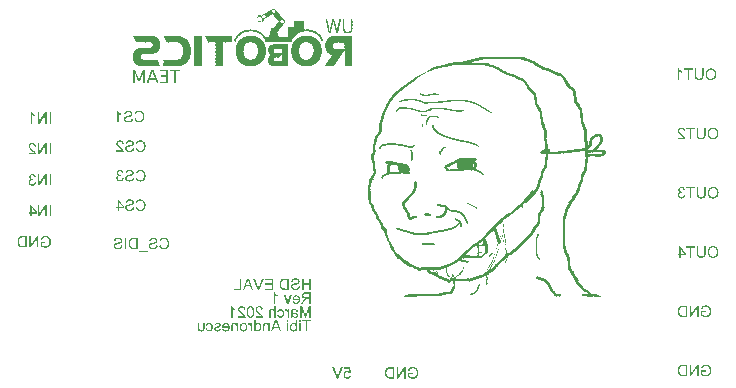
<source format=gbo>
G04*
G04 #@! TF.GenerationSoftware,Altium Limited,Altium Designer,21.2.2 (38)*
G04*
G04 Layer_Color=32896*
%FSLAX25Y25*%
%MOIN*%
G70*
G04*
G04 #@! TF.SameCoordinates,52117D65-C431-4FFD-8FC0-9D8E63821E45*
G04*
G04*
G04 #@! TF.FilePolarity,Positive*
G04*
G01*
G75*
G36*
X88235Y138940D02*
X88285D01*
Y138890D01*
X88437D01*
Y138839D01*
X88487D01*
Y138789D01*
X88538D01*
Y138839D01*
X88589D01*
Y138789D01*
X88639D01*
Y138738D01*
X88690D01*
Y138688D01*
X88740D01*
Y138637D01*
X88690D01*
Y138586D01*
X88791D01*
Y138536D01*
Y138485D01*
X88841D01*
Y138435D01*
X88892D01*
Y138384D01*
X88942D01*
Y138334D01*
X88993D01*
Y138283D01*
X89043D01*
Y138233D01*
X89094D01*
Y138182D01*
X89144D01*
Y138132D01*
X89195D01*
Y138081D01*
X89245D01*
Y138031D01*
Y137980D01*
X89346D01*
Y137929D01*
Y137879D01*
X89397D01*
Y137828D01*
Y137778D01*
X89448D01*
Y137727D01*
X89498D01*
Y137677D01*
X89549D01*
Y137626D01*
X89599D01*
Y137576D01*
X89650D01*
Y137525D01*
X89700D01*
Y137475D01*
X89751D01*
Y137424D01*
X89801D01*
Y137374D01*
X89852D01*
Y137323D01*
Y137273D01*
X89902D01*
Y137222D01*
Y137171D01*
X90004D01*
Y137121D01*
Y137070D01*
X90054D01*
Y137020D01*
X90105D01*
Y136969D01*
X90155D01*
Y136919D01*
X90206D01*
Y136868D01*
X90256D01*
Y136818D01*
X90307D01*
Y136767D01*
X90357D01*
Y136717D01*
Y136666D01*
X90458D01*
Y136616D01*
Y136565D01*
X90559D01*
Y136514D01*
X90509D01*
Y136464D01*
X90559D01*
Y136413D01*
X90610D01*
Y136363D01*
X90660D01*
Y136312D01*
X90711D01*
Y136262D01*
X90762D01*
Y136211D01*
X90812D01*
Y136161D01*
X90863D01*
Y136110D01*
X90913D01*
Y136060D01*
X90964D01*
Y136009D01*
X90913D01*
Y135959D01*
X91014D01*
Y135908D01*
Y135857D01*
X91065D01*
Y135807D01*
X91115D01*
Y135757D01*
X91166D01*
Y135706D01*
X91216D01*
Y135655D01*
X91267D01*
Y135605D01*
X91317D01*
Y135554D01*
X91368D01*
Y135504D01*
X91418D01*
Y135453D01*
X91469D01*
Y135403D01*
X91520D01*
Y135352D01*
X91570D01*
Y135302D01*
X91621D01*
Y135251D01*
X91671D01*
Y135201D01*
X91722D01*
Y135150D01*
X91772D01*
Y135099D01*
X91722D01*
Y135049D01*
X91772D01*
Y134998D01*
Y134948D01*
X91823D01*
Y134897D01*
Y134847D01*
Y134796D01*
Y134746D01*
Y134695D01*
Y134645D01*
X91772D01*
Y134594D01*
Y134544D01*
Y134493D01*
X91722D01*
Y134442D01*
X91671D01*
Y134392D01*
X91621D01*
Y134342D01*
X91671D01*
Y134291D01*
X91570D01*
Y134240D01*
Y134190D01*
X91520D01*
Y134139D01*
X91469D01*
Y134089D01*
X91418D01*
Y134038D01*
X91368D01*
Y133988D01*
X91317D01*
Y133937D01*
X91267D01*
Y133887D01*
X91216D01*
Y133836D01*
Y133785D01*
X91115D01*
Y133735D01*
X91166D01*
Y133685D01*
X91115D01*
Y133634D01*
X91065D01*
Y133583D01*
X91014D01*
Y133533D01*
X90964D01*
Y133482D01*
X90913D01*
Y133432D01*
X90863D01*
Y133381D01*
X90812D01*
Y133331D01*
X90762D01*
Y133280D01*
X90711D01*
Y133230D01*
Y133179D01*
X90660D01*
Y133129D01*
Y133078D01*
X90610D01*
Y133028D01*
X90559D01*
Y132977D01*
X90509D01*
Y132926D01*
X90458D01*
Y132876D01*
X90408D01*
Y132825D01*
X90357D01*
Y132775D01*
X90307D01*
Y132724D01*
Y132674D01*
X90206D01*
Y132623D01*
Y132573D01*
X90155D01*
Y132522D01*
Y132472D01*
X90105D01*
Y132421D01*
X90054D01*
Y132371D01*
X90004D01*
Y132320D01*
X89953D01*
Y132270D01*
X89902D01*
Y132219D01*
X89852D01*
Y132168D01*
X89801D01*
Y132118D01*
X89751D01*
Y132067D01*
Y132017D01*
X89700D01*
Y131966D01*
X89650D01*
Y131916D01*
Y131865D01*
X89599D01*
Y131815D01*
X89549D01*
Y131764D01*
X89498D01*
Y131714D01*
X89448D01*
Y131663D01*
X89397D01*
Y131613D01*
X89346D01*
Y131562D01*
X89296D01*
Y131511D01*
X89346D01*
Y131461D01*
X89195D01*
Y131410D01*
X89245D01*
Y131360D01*
X89195D01*
Y131309D01*
X89245D01*
Y131259D01*
X89195D01*
Y131208D01*
X89245D01*
Y131158D01*
Y131107D01*
X89296D01*
Y131057D01*
Y131006D01*
X89346D01*
Y130956D01*
X89296D01*
Y130905D01*
X89346D01*
Y130854D01*
Y130804D01*
Y130753D01*
X89397D01*
Y130703D01*
Y130652D01*
Y130602D01*
X89448D01*
Y130551D01*
X89397D01*
Y130501D01*
X89448D01*
Y130450D01*
X89498D01*
Y130400D01*
X89448D01*
Y130349D01*
X89498D01*
Y130299D01*
X89549D01*
Y130248D01*
X89498D01*
Y130198D01*
X89549D01*
Y130147D01*
X89498D01*
Y130096D01*
X89549D01*
Y130046D01*
X89599D01*
Y129995D01*
Y129945D01*
Y129894D01*
X89650D01*
Y129844D01*
X89599D01*
Y129793D01*
X89650D01*
Y129743D01*
Y129692D01*
X91974D01*
Y129743D01*
X92025D01*
Y129692D01*
X92177D01*
Y129743D01*
X92227D01*
Y129692D01*
X92278D01*
Y129743D01*
X92328D01*
Y129692D01*
X92379D01*
Y129743D01*
X92429D01*
Y129692D01*
X92480D01*
Y129743D01*
X92530D01*
Y129692D01*
X92581D01*
Y129743D01*
X92631D01*
Y129692D01*
X92682D01*
Y129743D01*
X92732D01*
Y129692D01*
X92783D01*
Y129743D01*
X92732D01*
Y129793D01*
Y129844D01*
Y129894D01*
X92783D01*
Y129945D01*
X92732D01*
Y129995D01*
Y130046D01*
Y130096D01*
X92783D01*
Y130147D01*
X92732D01*
Y130198D01*
Y130248D01*
Y130299D01*
X92783D01*
Y130349D01*
X92732D01*
Y130400D01*
Y130450D01*
Y130501D01*
X92783D01*
Y130551D01*
X92732D01*
Y130602D01*
Y130652D01*
Y130703D01*
X92783D01*
Y130753D01*
X92732D01*
Y130804D01*
Y130854D01*
Y130905D01*
X92783D01*
Y130956D01*
X92732D01*
Y131006D01*
Y131057D01*
Y131107D01*
X92783D01*
Y131158D01*
X92732D01*
Y131208D01*
Y131259D01*
Y131309D01*
X92783D01*
Y131360D01*
X92732D01*
Y131410D01*
Y131461D01*
Y131511D01*
X92783D01*
Y131562D01*
X92732D01*
Y131613D01*
Y131663D01*
Y131714D01*
X92783D01*
Y131764D01*
X92732D01*
Y131815D01*
Y131865D01*
Y131916D01*
X92783D01*
Y131966D01*
X92732D01*
Y132017D01*
Y132067D01*
Y132118D01*
X92783D01*
Y132168D01*
X92732D01*
Y132219D01*
Y132270D01*
Y132320D01*
X92783D01*
Y132371D01*
X92732D01*
Y132421D01*
Y132472D01*
Y132522D01*
X92783D01*
Y132573D01*
X92732D01*
Y132623D01*
Y132674D01*
Y132724D01*
X92783D01*
Y132775D01*
X92732D01*
Y132825D01*
Y132876D01*
Y132926D01*
X93794D01*
Y132876D01*
X93844D01*
Y132926D01*
X93895D01*
Y132876D01*
X93945D01*
Y132926D01*
X93996D01*
Y132876D01*
X94046D01*
Y132926D01*
X94097D01*
Y132876D01*
X94147D01*
Y132926D01*
X94198D01*
Y132876D01*
X94248D01*
Y132926D01*
X94299D01*
Y132876D01*
X94349D01*
Y132926D01*
X94400D01*
Y132876D01*
X94451D01*
Y132926D01*
X94501D01*
Y132876D01*
X94552D01*
Y132926D01*
X94602D01*
Y132876D01*
X94653D01*
Y132926D01*
X94703D01*
Y132977D01*
Y133028D01*
Y133078D01*
Y133129D01*
Y133179D01*
Y133230D01*
Y133280D01*
Y133331D01*
Y133381D01*
Y133432D01*
Y133482D01*
Y133533D01*
Y133583D01*
Y133634D01*
Y133685D01*
Y133735D01*
Y133785D01*
Y133836D01*
Y133887D01*
Y133937D01*
Y133988D01*
X94754D01*
Y134038D01*
X94703D01*
Y134089D01*
Y134139D01*
Y134190D01*
X94754D01*
Y134240D01*
X94703D01*
Y134291D01*
X94754D01*
Y134342D01*
Y134392D01*
Y134442D01*
X94703D01*
Y134493D01*
X94754D01*
Y134544D01*
Y134594D01*
Y134645D01*
Y134695D01*
Y134746D01*
Y134796D01*
Y134847D01*
Y134897D01*
Y134948D01*
Y134998D01*
Y135049D01*
X94804D01*
Y134998D01*
X94855D01*
Y135049D01*
X94905D01*
Y134998D01*
X94956D01*
Y135049D01*
X95007D01*
Y134998D01*
X95057D01*
Y135049D01*
X95108D01*
Y134998D01*
X95158D01*
Y135049D01*
X95209D01*
Y134998D01*
X95259D01*
Y135049D01*
X95310D01*
Y134998D01*
X95360D01*
Y135049D01*
X95411D01*
Y134998D01*
X95461D01*
Y135049D01*
X95512D01*
Y134998D01*
X95562D01*
Y134948D01*
X95613D01*
Y134998D01*
X95663D01*
Y135049D01*
X95714D01*
Y134998D01*
X95765D01*
Y134948D01*
X95815D01*
Y134998D01*
X95866D01*
Y135049D01*
X95916D01*
Y134998D01*
X95967D01*
Y134948D01*
X96017D01*
Y134998D01*
X96068D01*
Y135049D01*
X96118D01*
Y134998D01*
X96169D01*
Y134948D01*
X96219D01*
Y134998D01*
X96270D01*
Y134948D01*
X96320D01*
Y134998D01*
X96371D01*
Y134948D01*
X96421D01*
Y134998D01*
X96472D01*
Y134948D01*
X96523D01*
Y134998D01*
X96573D01*
Y134948D01*
X96624D01*
Y134998D01*
X96674D01*
Y134948D01*
X96725D01*
Y134998D01*
X96775D01*
Y134948D01*
X96826D01*
Y134998D01*
X96876D01*
Y134948D01*
X96927D01*
Y134998D01*
X96977D01*
Y134948D01*
X97028D01*
Y134998D01*
X97079D01*
Y134948D01*
X97129D01*
Y134998D01*
X97180D01*
Y134948D01*
X97230D01*
Y134998D01*
X97281D01*
Y134948D01*
X97331D01*
Y134998D01*
X97382D01*
Y134948D01*
X97432D01*
Y134998D01*
X97483D01*
Y134948D01*
X97533D01*
Y134998D01*
X97584D01*
Y134948D01*
X97634D01*
Y134998D01*
X97685D01*
Y134948D01*
X97736D01*
Y134998D01*
X97786D01*
Y134948D01*
X97837D01*
Y134998D01*
X97887D01*
Y134948D01*
X97938D01*
Y134998D01*
X97988D01*
Y134948D01*
X98039D01*
Y134998D01*
X98089D01*
Y134948D01*
X98140D01*
Y134998D01*
X98190D01*
Y134948D01*
Y134897D01*
Y134847D01*
Y134796D01*
Y134746D01*
X98241D01*
Y134695D01*
X98190D01*
Y134645D01*
X98241D01*
Y134594D01*
X98190D01*
Y134544D01*
X98241D01*
Y134493D01*
X98190D01*
Y134442D01*
X98241D01*
Y134392D01*
X98190D01*
Y134342D01*
X98241D01*
Y134291D01*
X98190D01*
Y134240D01*
X98241D01*
Y134190D01*
X98190D01*
Y134139D01*
X98241D01*
Y134089D01*
X98190D01*
Y134038D01*
X98241D01*
Y133988D01*
X98190D01*
Y133937D01*
X98241D01*
Y133887D01*
X98190D01*
Y133836D01*
X98241D01*
Y133785D01*
X98190D01*
Y133735D01*
X98241D01*
Y133685D01*
X98190D01*
Y133634D01*
X98241D01*
Y133583D01*
X98190D01*
Y133533D01*
X98241D01*
Y133482D01*
Y133432D01*
Y133381D01*
Y133331D01*
Y133280D01*
Y133230D01*
Y133179D01*
X98190D01*
Y133129D01*
X98241D01*
Y133078D01*
Y133028D01*
Y132977D01*
Y132926D01*
Y132876D01*
Y132825D01*
Y132775D01*
Y132724D01*
Y132674D01*
Y132623D01*
Y132573D01*
X98291D01*
Y132522D01*
X98241D01*
Y132472D01*
X98291D01*
Y132421D01*
Y132371D01*
Y132320D01*
X98241D01*
Y132270D01*
X98291D01*
Y132219D01*
Y132168D01*
Y132118D01*
X98443D01*
Y132168D01*
X98493D01*
Y132118D01*
X98544D01*
Y132168D01*
X98595D01*
Y132118D01*
X98645D01*
Y132168D01*
X98797D01*
Y132118D01*
X98847D01*
Y132168D01*
X98999D01*
Y132118D01*
X99049D01*
Y132168D01*
X99201D01*
Y132118D01*
X99252D01*
Y132168D01*
X99403D01*
Y132118D01*
X99454D01*
Y132168D01*
X99504D01*
Y132118D01*
X99555D01*
Y132168D01*
X99605D01*
Y132118D01*
X99656D01*
Y132168D01*
X99706D01*
Y132118D01*
X100060D01*
Y132067D01*
X100212D01*
Y132118D01*
X100262D01*
Y132067D01*
X100313D01*
Y132017D01*
X100363D01*
Y132067D01*
X100414D01*
Y132017D01*
X100566D01*
Y131966D01*
X100616D01*
Y132017D01*
X100666D01*
Y131966D01*
X100717D01*
Y131916D01*
X100768D01*
Y131966D01*
X100818D01*
Y131916D01*
X100970D01*
Y131865D01*
X101020D01*
Y131916D01*
X101071D01*
Y131865D01*
X101121D01*
Y131815D01*
X101273D01*
Y131764D01*
X101323D01*
Y131714D01*
X101374D01*
Y131764D01*
X101425D01*
Y131714D01*
X101475D01*
Y131663D01*
X101526D01*
Y131714D01*
X101576D01*
Y131663D01*
X101627D01*
Y131613D01*
X101778D01*
Y131562D01*
X101829D01*
Y131511D01*
X101980D01*
Y131461D01*
X102031D01*
Y131410D01*
X102183D01*
Y131360D01*
X102233D01*
Y131309D01*
X102284D01*
Y131259D01*
X102334D01*
Y131208D01*
X102486D01*
Y131158D01*
X102536D01*
Y131107D01*
X102587D01*
Y131057D01*
X102637D01*
Y131006D01*
X102688D01*
Y130956D01*
X102738D01*
Y130905D01*
X102890D01*
Y130854D01*
Y130804D01*
X102991D01*
Y130753D01*
X103042D01*
Y130703D01*
X103092D01*
Y130652D01*
X103143D01*
Y130602D01*
X103193D01*
Y130551D01*
X103244D01*
Y130501D01*
X103294D01*
Y130450D01*
X103345D01*
Y130400D01*
X103395D01*
Y130349D01*
X103446D01*
Y130299D01*
X103497D01*
Y130248D01*
Y130198D01*
X103598D01*
Y130147D01*
X103547D01*
Y130096D01*
X103648D01*
Y130046D01*
Y129995D01*
X103699D01*
Y129945D01*
X103749D01*
Y129894D01*
X103800D01*
Y129844D01*
X103850D01*
Y129793D01*
Y129743D01*
Y129692D01*
X103901D01*
Y129642D01*
X103951D01*
Y129591D01*
X104002D01*
Y129541D01*
Y129490D01*
X104103D01*
Y129439D01*
X104052D01*
Y129389D01*
X104103D01*
Y129338D01*
X104154D01*
Y129288D01*
X104204D01*
Y129237D01*
X104154D01*
Y129187D01*
X104204D01*
Y129136D01*
X104255D01*
Y129086D01*
X104305D01*
Y129035D01*
Y128985D01*
Y128934D01*
X104356D01*
Y128884D01*
X104406D01*
Y128833D01*
X104356D01*
Y128782D01*
X104406D01*
Y128732D01*
X104457D01*
Y128681D01*
X104507D01*
Y128631D01*
X104457D01*
Y128580D01*
X104507D01*
Y128530D01*
X104457D01*
Y128479D01*
X104507D01*
Y128429D01*
X104558D01*
Y128378D01*
X104608D01*
Y128328D01*
X104558D01*
Y128277D01*
X104507D01*
Y128227D01*
X104255D01*
Y128176D01*
X104204D01*
Y128126D01*
X104154D01*
Y128176D01*
X104103D01*
Y128126D01*
X103951D01*
Y128176D01*
X104002D01*
Y128227D01*
X103951D01*
Y128277D01*
Y128328D01*
Y128378D01*
X103901D01*
Y128429D01*
X103850D01*
Y128479D01*
X103901D01*
Y128530D01*
X103850D01*
Y128580D01*
X103800D01*
Y128631D01*
Y128681D01*
Y128732D01*
X103749D01*
Y128782D01*
X103699D01*
Y128833D01*
X103648D01*
Y128884D01*
X103699D01*
Y128934D01*
X103648D01*
Y128985D01*
X103598D01*
Y129035D01*
X103547D01*
Y129086D01*
X103598D01*
Y129136D01*
X103547D01*
Y129187D01*
X103497D01*
Y129237D01*
X103446D01*
Y129288D01*
Y129338D01*
X103345D01*
Y129389D01*
X103395D01*
Y129439D01*
X103345D01*
Y129490D01*
X103294D01*
Y129541D01*
X103244D01*
Y129591D01*
X103193D01*
Y129642D01*
X103143D01*
Y129692D01*
Y129743D01*
X103092D01*
Y129793D01*
Y129844D01*
X102991D01*
Y129894D01*
Y129945D01*
X102941D01*
Y129995D01*
X102890D01*
Y130046D01*
X102840D01*
Y130096D01*
X102789D01*
Y130147D01*
X102738D01*
Y130198D01*
X102688D01*
Y130248D01*
X102637D01*
Y130299D01*
X102587D01*
Y130349D01*
X102536D01*
Y130400D01*
X102486D01*
Y130450D01*
X102334D01*
Y130501D01*
X102284D01*
Y130551D01*
X102233D01*
Y130602D01*
X102183D01*
Y130652D01*
X102132D01*
Y130703D01*
X102082D01*
Y130753D01*
X101930D01*
Y130804D01*
X101879D01*
Y130854D01*
X101778D01*
Y130905D01*
X101677D01*
Y130956D01*
X101627D01*
Y131006D01*
X101576D01*
Y131057D01*
X101526D01*
Y131006D01*
X101576D01*
Y130956D01*
X101526D01*
Y131006D01*
X101475D01*
Y131057D01*
X101425D01*
Y131107D01*
X101374D01*
Y131057D01*
X101323D01*
Y131107D01*
X101273D01*
Y131158D01*
X101121D01*
Y131208D01*
X101071D01*
Y131259D01*
X101020D01*
Y131208D01*
X100970D01*
Y131259D01*
X100919D01*
Y131309D01*
X100869D01*
Y131259D01*
X100818D01*
Y131309D01*
X100768D01*
Y131360D01*
X100717D01*
Y131309D01*
X100666D01*
Y131360D01*
X100515D01*
Y131410D01*
X100363D01*
Y131461D01*
X100010D01*
Y131511D01*
X99959D01*
Y131461D01*
X99909D01*
Y131511D01*
X99858D01*
Y131562D01*
X99807D01*
Y131511D01*
X99858D01*
Y131461D01*
X99807D01*
Y131511D01*
X99757D01*
Y131562D01*
X99706D01*
Y131511D01*
X99656D01*
Y131562D01*
X99605D01*
Y131511D01*
X99555D01*
Y131562D01*
X99504D01*
Y131511D01*
X99454D01*
Y131562D01*
X98493D01*
Y131511D01*
X98443D01*
Y131562D01*
X98392D01*
Y131511D01*
X98342D01*
Y131562D01*
X98291D01*
Y131511D01*
X98241D01*
Y131562D01*
X98190D01*
Y131511D01*
X98241D01*
Y131461D01*
X98190D01*
Y131511D01*
X98140D01*
Y131461D01*
X98089D01*
Y131511D01*
X98039D01*
Y131461D01*
X97786D01*
Y131410D01*
X97736D01*
Y131461D01*
X97685D01*
Y131410D01*
X97533D01*
Y131360D01*
X97382D01*
Y131309D01*
X97331D01*
Y131360D01*
X97281D01*
Y131309D01*
X97230D01*
Y131259D01*
X96977D01*
Y131208D01*
X96927D01*
Y131158D01*
X96775D01*
Y131107D01*
X96624D01*
Y131057D01*
X96573D01*
Y131006D01*
X96523D01*
Y131057D01*
X96472D01*
Y131006D01*
X96523D01*
Y130956D01*
X96472D01*
Y131006D01*
X96421D01*
Y130956D01*
X96371D01*
Y130905D01*
X96219D01*
Y130854D01*
X96169D01*
Y130804D01*
X96118D01*
Y130753D01*
X95967D01*
Y130703D01*
X95916D01*
Y130652D01*
X95866D01*
Y130602D01*
X95815D01*
Y130551D01*
X95714D01*
Y130501D01*
X95663D01*
Y130450D01*
X95562D01*
Y130400D01*
X95512D01*
Y130349D01*
X95461D01*
Y130299D01*
X95411D01*
Y130248D01*
X95360D01*
Y130198D01*
X95310D01*
Y130147D01*
X95259D01*
Y130096D01*
X95209D01*
Y130046D01*
X95158D01*
Y129995D01*
X95108D01*
Y129945D01*
X95057D01*
Y129894D01*
X95007D01*
Y129844D01*
X94956D01*
Y129793D01*
X94905D01*
Y129743D01*
X94855D01*
Y129692D01*
Y129642D01*
X94804D01*
Y129591D01*
Y129541D01*
X94754D01*
Y129490D01*
X94703D01*
Y129439D01*
X94653D01*
Y129389D01*
X94602D01*
Y129338D01*
X94552D01*
Y129288D01*
X94602D01*
Y129237D01*
X94552D01*
Y129187D01*
X94501D01*
Y129136D01*
X94451D01*
Y129086D01*
X94400D01*
Y129035D01*
Y128985D01*
Y128934D01*
X94349D01*
Y128884D01*
X94299D01*
Y128833D01*
X94248D01*
Y128782D01*
X94299D01*
Y128732D01*
X94248D01*
Y128681D01*
X94198D01*
Y128631D01*
X94147D01*
Y128580D01*
X94198D01*
Y128530D01*
X94147D01*
Y128479D01*
X94097D01*
Y128429D01*
X94046D01*
Y128378D01*
X94097D01*
Y128328D01*
X94046D01*
Y128277D01*
Y128227D01*
Y128176D01*
X93996D01*
Y128126D01*
X91216D01*
Y128075D01*
X91166D01*
Y128126D01*
X90812D01*
Y128075D01*
X90762D01*
Y128126D01*
X90408D01*
Y128075D01*
X90357D01*
Y128126D01*
X90206D01*
Y128075D01*
X90155D01*
Y128126D01*
X90105D01*
Y128075D01*
X90054D01*
Y128126D01*
X90004D01*
Y128075D01*
X89953D01*
Y128126D01*
X89801D01*
Y128075D01*
X89751D01*
Y128126D01*
X89700D01*
Y128075D01*
X89650D01*
Y128126D01*
X89599D01*
Y128075D01*
X89549D01*
Y128126D01*
X89397D01*
Y128075D01*
X89346D01*
Y128126D01*
X89296D01*
Y128075D01*
X89245D01*
Y128126D01*
X89195D01*
Y128075D01*
X89144D01*
Y128126D01*
X89094D01*
Y128075D01*
X89043D01*
Y128126D01*
X88993D01*
Y128075D01*
X88942D01*
Y128126D01*
X88892D01*
Y128075D01*
X88841D01*
Y128126D01*
X88791D01*
Y128075D01*
X88740D01*
Y128126D01*
X88690D01*
Y128075D01*
X88639D01*
Y128126D01*
X88589D01*
Y128075D01*
X88538D01*
Y128126D01*
X88487D01*
Y128075D01*
X88437D01*
Y128126D01*
X88386D01*
Y128075D01*
X88336D01*
Y128126D01*
X88285D01*
Y128075D01*
X88235D01*
Y128126D01*
X88184D01*
Y128075D01*
X88134D01*
Y128126D01*
X88083D01*
Y128075D01*
X88033D01*
Y128126D01*
X87982D01*
Y128075D01*
X87932D01*
Y128126D01*
X87881D01*
Y128075D01*
X87830D01*
Y128126D01*
X87780D01*
Y128075D01*
X87729D01*
Y128126D01*
X87679D01*
Y128075D01*
X87628D01*
Y128126D01*
X87578D01*
Y128075D01*
X87527D01*
Y128126D01*
X87477D01*
Y128075D01*
X87426D01*
Y128126D01*
X87376D01*
Y128075D01*
X87325D01*
Y128126D01*
X87274D01*
Y128075D01*
X87224D01*
Y128126D01*
X87173D01*
Y128075D01*
X87123D01*
Y128126D01*
X87072D01*
Y128075D01*
X87022D01*
Y128126D01*
X86971D01*
Y128075D01*
X86921D01*
Y128126D01*
X86870D01*
Y128075D01*
X86820D01*
Y128126D01*
X86769D01*
Y128075D01*
X86719D01*
Y128126D01*
X86668D01*
Y128075D01*
X86618D01*
Y128126D01*
X86567D01*
Y128075D01*
X86516D01*
Y128126D01*
X86466D01*
Y128075D01*
X86415D01*
Y128126D01*
X86365D01*
Y128075D01*
X86314D01*
Y128126D01*
X86264D01*
Y128075D01*
X86213D01*
Y128126D01*
X86163D01*
Y128075D01*
X86112D01*
Y128126D01*
X86062D01*
Y128075D01*
X86011D01*
Y128126D01*
X85961D01*
Y128075D01*
X85910D01*
Y128126D01*
X85860D01*
Y128075D01*
X85809D01*
Y128126D01*
X85759D01*
Y128075D01*
X85708D01*
Y128126D01*
X85657D01*
Y128075D01*
X85607D01*
Y128126D01*
X85556D01*
Y128075D01*
X85506D01*
Y128126D01*
X85455D01*
Y128075D01*
X85405D01*
Y128126D01*
X85354D01*
Y128075D01*
X85304D01*
Y128126D01*
X85253D01*
Y128176D01*
Y128227D01*
Y128277D01*
X85202D01*
Y128328D01*
Y128378D01*
Y128429D01*
X85152D01*
Y128479D01*
Y128530D01*
X85101D01*
Y128580D01*
Y128631D01*
X85051D01*
Y128681D01*
X85101D01*
Y128732D01*
X85051D01*
Y128782D01*
X85000D01*
Y128833D01*
X84950D01*
Y128884D01*
Y128934D01*
X84899D01*
Y128985D01*
Y129035D01*
X84849D01*
Y129086D01*
Y129136D01*
X84798D01*
Y129187D01*
Y129237D01*
X84748D01*
Y129288D01*
X84697D01*
Y129338D01*
X84647D01*
Y129389D01*
X84596D01*
Y129439D01*
Y129490D01*
Y129541D01*
X84546D01*
Y129591D01*
X84495D01*
Y129642D01*
X84444D01*
Y129692D01*
X84394D01*
Y129743D01*
X84343D01*
Y129793D01*
X84293D01*
Y129844D01*
X84242D01*
Y129894D01*
X84293D01*
Y129945D01*
X84141D01*
Y129995D01*
X84192D01*
Y130046D01*
X84040D01*
Y130096D01*
X84091D01*
Y130147D01*
X83939D01*
Y130198D01*
X83990D01*
Y130248D01*
X83838D01*
Y130299D01*
X83889D01*
Y130349D01*
X83737D01*
Y130400D01*
X83687D01*
Y130450D01*
X83636D01*
Y130501D01*
X83585D01*
Y130551D01*
X83484D01*
Y130602D01*
Y130652D01*
X83333D01*
Y130703D01*
X83282D01*
Y130753D01*
X83232D01*
Y130804D01*
X83181D01*
Y130854D01*
X83030D01*
Y130905D01*
X82979D01*
Y130956D01*
X82827D01*
Y131006D01*
X82777D01*
Y131057D01*
X82625D01*
Y131107D01*
X82575D01*
Y131158D01*
X82423D01*
Y131208D01*
X82372D01*
Y131158D01*
X82322D01*
Y131208D01*
X82271D01*
Y131259D01*
X82120D01*
Y131309D01*
X82069D01*
Y131259D01*
X82019D01*
Y131309D01*
X81968D01*
Y131360D01*
X81817D01*
Y131410D01*
X81766D01*
Y131360D01*
X81716D01*
Y131410D01*
X81564D01*
Y131461D01*
X81109D01*
Y131511D01*
X81059D01*
Y131461D01*
X81008D01*
Y131511D01*
X80857D01*
Y131562D01*
X80806D01*
Y131511D01*
X80755D01*
Y131562D01*
X80705D01*
Y131511D01*
X80654D01*
Y131562D01*
X80604D01*
Y131511D01*
X80553D01*
Y131562D01*
X80503D01*
Y131511D01*
X80452D01*
Y131562D01*
X80301D01*
Y131511D01*
X80250D01*
Y131562D01*
X80199D01*
Y131511D01*
X80149D01*
Y131562D01*
X80098D01*
Y131511D01*
X80048D01*
Y131562D01*
X79997D01*
Y131511D01*
X79947D01*
Y131562D01*
X79896D01*
Y131511D01*
X79846D01*
Y131562D01*
X79795D01*
Y131511D01*
X79745D01*
Y131562D01*
X79694D01*
Y131511D01*
X79644D01*
Y131461D01*
X79593D01*
Y131511D01*
X79542D01*
Y131461D01*
X79492D01*
Y131511D01*
X79441D01*
Y131461D01*
X79189D01*
Y131410D01*
X79138D01*
Y131461D01*
X79088D01*
Y131410D01*
X78936D01*
Y131360D01*
X78886D01*
Y131410D01*
X78835D01*
Y131360D01*
X78683D01*
Y131309D01*
X78633D01*
Y131360D01*
X78582D01*
Y131309D01*
X78633D01*
Y131259D01*
X78582D01*
Y131309D01*
X78532D01*
Y131259D01*
X78380D01*
Y131208D01*
X78330D01*
Y131259D01*
X78279D01*
Y131208D01*
X78229D01*
Y131158D01*
X78077D01*
Y131107D01*
X78026D01*
Y131057D01*
X77875D01*
Y131006D01*
X77723D01*
Y130956D01*
X77673D01*
Y130905D01*
X77622D01*
Y130854D01*
X77471D01*
Y130804D01*
X77420D01*
Y130753D01*
X77268D01*
Y130703D01*
X77218D01*
Y130652D01*
X77167D01*
Y130602D01*
X77117D01*
Y130551D01*
X77066D01*
Y130501D01*
X77016D01*
Y130551D01*
X76965D01*
Y130501D01*
X77016D01*
Y130450D01*
X76864D01*
Y130400D01*
X76814D01*
Y130349D01*
X76763D01*
Y130299D01*
X76713D01*
Y130248D01*
X76662D01*
Y130198D01*
X76611D01*
Y130147D01*
X76561D01*
Y130096D01*
X76510D01*
Y130046D01*
X76460D01*
Y129995D01*
X76409D01*
Y129945D01*
X76359D01*
Y129894D01*
X76308D01*
Y129844D01*
X76258D01*
Y129793D01*
X76207D01*
Y129743D01*
X76157D01*
Y129692D01*
Y129642D01*
X76056D01*
Y129591D01*
X76106D01*
Y129541D01*
X76056D01*
Y129490D01*
X76005D01*
Y129439D01*
X75955D01*
Y129389D01*
X75904D01*
Y129338D01*
X75853D01*
Y129288D01*
Y129237D01*
X75803D01*
Y129187D01*
Y129136D01*
X75752D01*
Y129086D01*
X75702D01*
Y129035D01*
X75651D01*
Y128985D01*
X75702D01*
Y128934D01*
X75651D01*
Y128884D01*
X75601D01*
Y128833D01*
X75550D01*
Y128782D01*
Y128732D01*
X75500D01*
Y128681D01*
Y128631D01*
X75449D01*
Y128580D01*
X75500D01*
Y128530D01*
X75449D01*
Y128479D01*
X75399D01*
Y128429D01*
X75348D01*
Y128378D01*
X75399D01*
Y128328D01*
X75348D01*
Y128277D01*
X75297D01*
Y128227D01*
Y128176D01*
Y128126D01*
X75146D01*
Y128176D01*
X75095D01*
Y128126D01*
X75045D01*
Y128176D01*
X74893D01*
Y128227D01*
X74742D01*
Y128277D01*
X74691D01*
Y128328D01*
X74742D01*
Y128378D01*
Y128429D01*
Y128479D01*
X74792D01*
Y128530D01*
Y128580D01*
Y128631D01*
X74843D01*
Y128681D01*
X74893D01*
Y128732D01*
X74843D01*
Y128782D01*
X74893D01*
Y128833D01*
X74944D01*
Y128884D01*
X74994D01*
Y128934D01*
X74944D01*
Y128985D01*
X74994D01*
Y129035D01*
X75045D01*
Y129086D01*
X75095D01*
Y129136D01*
X75045D01*
Y129187D01*
X75095D01*
Y129237D01*
X75146D01*
Y129288D01*
X75196D01*
Y129338D01*
Y129389D01*
Y129439D01*
X75247D01*
Y129490D01*
X75297D01*
Y129541D01*
X75348D01*
Y129591D01*
Y129642D01*
Y129692D01*
X75399D01*
Y129743D01*
X75449D01*
Y129793D01*
X75500D01*
Y129844D01*
X75550D01*
Y129894D01*
X75601D01*
Y129945D01*
Y129995D01*
X75651D01*
Y130046D01*
Y130096D01*
X75752D01*
Y130147D01*
Y130198D01*
X75803D01*
Y130248D01*
X75853D01*
Y130299D01*
X75904D01*
Y130349D01*
X75955D01*
Y130400D01*
X76005D01*
Y130450D01*
X76056D01*
Y130501D01*
X76106D01*
Y130551D01*
X76157D01*
Y130602D01*
X76207D01*
Y130652D01*
X76258D01*
Y130703D01*
X76308D01*
Y130753D01*
X76359D01*
Y130804D01*
X76409D01*
Y130854D01*
X76460D01*
Y130905D01*
X76611D01*
Y130956D01*
Y131006D01*
X76713D01*
Y131057D01*
X76763D01*
Y131107D01*
X76814D01*
Y131158D01*
X76864D01*
Y131208D01*
X77016D01*
Y131259D01*
X77066D01*
Y131309D01*
X77117D01*
Y131360D01*
X77167D01*
Y131309D01*
X77218D01*
Y131360D01*
Y131410D01*
X77319D01*
Y131461D01*
X77369D01*
Y131511D01*
X77521D01*
Y131562D01*
X77572D01*
Y131613D01*
X77723D01*
Y131663D01*
X77774D01*
Y131714D01*
X77824D01*
Y131663D01*
X77875D01*
Y131714D01*
X78026D01*
Y131764D01*
X78077D01*
Y131815D01*
X78229D01*
Y131865D01*
X78279D01*
Y131815D01*
X78330D01*
Y131865D01*
X78380D01*
Y131916D01*
X78431D01*
Y131865D01*
X78481D01*
Y131916D01*
X78633D01*
Y131966D01*
X78683D01*
Y131916D01*
X78734D01*
Y131966D01*
X78785D01*
Y132017D01*
X79037D01*
Y132067D01*
X79088D01*
Y132017D01*
X79138D01*
Y132067D01*
X79189D01*
Y132118D01*
X79239D01*
Y132067D01*
X79290D01*
Y132118D01*
X79340D01*
Y132067D01*
X79391D01*
Y132118D01*
X79846D01*
Y132168D01*
X79896D01*
Y132118D01*
X80048D01*
Y132168D01*
X80098D01*
Y132118D01*
X80149D01*
Y132168D01*
X80199D01*
Y132118D01*
X80250D01*
Y132168D01*
X80301D01*
Y132118D01*
X80351D01*
Y132168D01*
X80402D01*
Y132118D01*
X80452D01*
Y132168D01*
X80503D01*
Y132118D01*
X80654D01*
Y132168D01*
X80705D01*
Y132118D01*
X81261D01*
Y132067D01*
X81311D01*
Y132118D01*
X81362D01*
Y132067D01*
X81412D01*
Y132118D01*
X81463D01*
Y132067D01*
X81513D01*
Y132017D01*
X81564D01*
Y132067D01*
X81615D01*
Y132017D01*
X81766D01*
Y131966D01*
X81817D01*
Y132017D01*
X81867D01*
Y131966D01*
X81918D01*
Y131916D01*
X81968D01*
Y131966D01*
X82019D01*
Y131916D01*
X82170D01*
Y131865D01*
X82221D01*
Y131916D01*
X82271D01*
Y131865D01*
X82322D01*
Y131815D01*
X82372D01*
Y131865D01*
X82423D01*
Y131815D01*
X82474D01*
Y131764D01*
X82524D01*
Y131815D01*
X82575D01*
Y131764D01*
X82625D01*
Y131714D01*
X82777D01*
Y131663D01*
X82827D01*
Y131613D01*
X82979D01*
Y131562D01*
X83030D01*
Y131511D01*
X83181D01*
Y131461D01*
X83232D01*
Y131410D01*
X83383D01*
Y131360D01*
X83434D01*
Y131309D01*
X83585D01*
Y131259D01*
X83636D01*
Y131208D01*
X83687D01*
Y131158D01*
X83737D01*
Y131107D01*
X83889D01*
Y131057D01*
X83939D01*
Y131006D01*
X83990D01*
Y130956D01*
X84040D01*
Y130905D01*
X84091D01*
Y130854D01*
X84141D01*
Y130804D01*
X84192D01*
Y130753D01*
X84242D01*
Y130703D01*
X84343D01*
Y130652D01*
Y130602D01*
X84444D01*
Y130551D01*
Y130501D01*
X84546D01*
Y130450D01*
Y130400D01*
X84596D01*
Y130349D01*
X84647D01*
Y130299D01*
X84697D01*
Y130248D01*
X84748D01*
Y130198D01*
X84798D01*
Y130147D01*
X84849D01*
Y130096D01*
X84899D01*
Y130046D01*
X84950D01*
Y129995D01*
X85000D01*
Y129945D01*
Y129894D01*
X85101D01*
Y129844D01*
X85051D01*
Y129793D01*
X85101D01*
Y129743D01*
X85152D01*
Y129692D01*
X85202D01*
Y129642D01*
X85253D01*
Y129692D01*
X85304D01*
Y129642D01*
X85455D01*
Y129692D01*
X85506D01*
Y129642D01*
X85556D01*
Y129692D01*
X85607D01*
Y129642D01*
X85657D01*
Y129692D01*
X85708D01*
Y129642D01*
X85759D01*
Y129692D01*
X85809D01*
Y129642D01*
X85860D01*
Y129692D01*
X85910D01*
Y129642D01*
X85961D01*
Y129692D01*
X86011D01*
Y129642D01*
X86062D01*
Y129692D01*
X86112D01*
Y129642D01*
X86163D01*
Y129692D01*
X86213D01*
Y129642D01*
X86264D01*
Y129692D01*
X86314D01*
Y129642D01*
X86365D01*
Y129692D01*
X86415D01*
Y129743D01*
X86466D01*
Y129793D01*
X86415D01*
Y129844D01*
X86466D01*
Y129894D01*
X86516D01*
Y129945D01*
X86466D01*
Y129995D01*
X86516D01*
Y130046D01*
X86466D01*
Y130096D01*
X86516D01*
Y130147D01*
X86567D01*
Y130198D01*
Y130248D01*
Y130299D01*
X86618D01*
Y130349D01*
X86567D01*
Y130400D01*
X86618D01*
Y130450D01*
Y130501D01*
Y130551D01*
X86668D01*
Y130602D01*
Y130652D01*
Y130703D01*
X86719D01*
Y130753D01*
X86668D01*
Y130804D01*
X86719D01*
Y130854D01*
X86668D01*
Y130905D01*
X86719D01*
Y130956D01*
X86769D01*
Y131006D01*
Y131057D01*
Y131107D01*
X86820D01*
Y131158D01*
X86769D01*
Y131208D01*
X86820D01*
Y131259D01*
Y131309D01*
Y131360D01*
X86870D01*
Y131410D01*
Y131461D01*
Y131511D01*
X86921D01*
Y131562D01*
X86870D01*
Y131613D01*
X86921D01*
Y131663D01*
Y131714D01*
Y131764D01*
X86971D01*
Y131815D01*
X87022D01*
Y131865D01*
X86971D01*
Y131916D01*
X87022D01*
Y131966D01*
X86971D01*
Y132017D01*
X87022D01*
Y132067D01*
Y132118D01*
X87072D01*
Y132168D01*
Y132219D01*
Y132270D01*
Y132320D01*
X87123D01*
Y132371D01*
Y132421D01*
Y132472D01*
X87173D01*
Y132522D01*
X87224D01*
Y132573D01*
X87274D01*
Y132522D01*
X87325D01*
Y132573D01*
X87376D01*
Y132522D01*
X87426D01*
Y132573D01*
X87477D01*
Y132522D01*
X87527D01*
Y132573D01*
X87578D01*
Y132522D01*
X87628D01*
Y132573D01*
X87679D01*
Y132522D01*
X87729D01*
Y132573D01*
X87780D01*
Y132522D01*
X87830D01*
Y132573D01*
X87881D01*
Y132522D01*
X87932D01*
Y132573D01*
Y132623D01*
X87982D01*
Y132674D01*
Y132724D01*
X88134D01*
Y132775D01*
X88083D01*
Y132825D01*
X88134D01*
Y132876D01*
X88184D01*
Y132926D01*
X88235D01*
Y132977D01*
X88285D01*
Y133028D01*
X88336D01*
Y133078D01*
X88386D01*
Y133129D01*
X88437D01*
Y133179D01*
X88386D01*
Y133230D01*
X88487D01*
Y133280D01*
Y133331D01*
X88538D01*
Y133381D01*
X88589D01*
Y133432D01*
X88639D01*
Y133482D01*
X88690D01*
Y133533D01*
X88740D01*
Y133583D01*
X88791D01*
Y133634D01*
X88841D01*
Y133685D01*
Y133735D01*
X88942D01*
Y133785D01*
X88892D01*
Y133836D01*
X88942D01*
Y133887D01*
X88993D01*
Y133937D01*
X89043D01*
Y133988D01*
X89094D01*
Y134038D01*
X89144D01*
Y134089D01*
X89195D01*
Y134139D01*
X89245D01*
Y134190D01*
X89296D01*
Y134240D01*
X89346D01*
Y134291D01*
X89296D01*
Y134342D01*
X89397D01*
Y134392D01*
Y134442D01*
X89448D01*
Y134493D01*
X89498D01*
Y134544D01*
X89549D01*
Y134594D01*
X89599D01*
Y134645D01*
X89650D01*
Y134695D01*
X89700D01*
Y134746D01*
X89751D01*
Y134796D01*
X89700D01*
Y134847D01*
X89650D01*
Y134897D01*
X89599D01*
Y134948D01*
X89549D01*
Y134998D01*
X89498D01*
Y135049D01*
X89448D01*
Y135099D01*
X89397D01*
Y135150D01*
Y135201D01*
X89346D01*
Y135251D01*
Y135302D01*
X89296D01*
Y135352D01*
X89245D01*
Y135403D01*
X89195D01*
Y135453D01*
X89144D01*
Y135504D01*
X89094D01*
Y135554D01*
Y135605D01*
X88993D01*
Y135655D01*
X89043D01*
Y135706D01*
X88892D01*
Y135757D01*
X88942D01*
Y135807D01*
X88841D01*
Y135857D01*
Y135908D01*
X88791D01*
Y135959D01*
X88740D01*
Y136009D01*
X88690D01*
Y136060D01*
X88639D01*
Y136110D01*
X88589D01*
Y136161D01*
X88538D01*
Y136211D01*
X88487D01*
Y136262D01*
X88437D01*
Y136312D01*
X88386D01*
Y136363D01*
X88336D01*
Y136413D01*
X88285D01*
Y136464D01*
X88235D01*
Y136514D01*
X88184D01*
Y136565D01*
Y136616D01*
X88134D01*
Y136666D01*
X88083D01*
Y136717D01*
X88033D01*
Y136767D01*
Y136818D01*
X87982D01*
Y136868D01*
X87932D01*
Y136919D01*
X87881D01*
Y136969D01*
X87830D01*
Y137020D01*
X87780D01*
Y137070D01*
Y137121D01*
X87679D01*
Y137171D01*
X87729D01*
Y137222D01*
X87578D01*
Y137171D01*
X87527D01*
Y137222D01*
X87477D01*
Y137171D01*
X87527D01*
Y137121D01*
X87376D01*
Y137070D01*
X87325D01*
Y137020D01*
X87173D01*
Y136969D01*
X87123D01*
Y136919D01*
X86971D01*
Y136868D01*
X86921D01*
Y136818D01*
X86769D01*
Y136767D01*
X86719D01*
Y136717D01*
X86668D01*
Y136666D01*
X86618D01*
Y136616D01*
X86466D01*
Y136565D01*
X86415D01*
Y136514D01*
X86264D01*
Y136464D01*
X86213D01*
Y136413D01*
X86062D01*
Y136363D01*
X86011D01*
Y136312D01*
X85910D01*
Y136262D01*
X85809D01*
Y136211D01*
X85759D01*
Y136161D01*
X85708D01*
Y136110D01*
X85556D01*
Y136060D01*
X85506D01*
Y136009D01*
X85354D01*
Y135959D01*
X85304D01*
Y135908D01*
X85152D01*
Y135857D01*
X85101D01*
Y135807D01*
X84950D01*
Y135757D01*
Y135706D01*
X84899D01*
Y135655D01*
Y135605D01*
X84849D01*
Y135554D01*
X84899D01*
Y135504D01*
X84849D01*
Y135453D01*
X84798D01*
Y135403D01*
X84748D01*
Y135352D01*
X84798D01*
Y135302D01*
X84748D01*
Y135251D01*
X84697D01*
Y135201D01*
X84647D01*
Y135150D01*
X84697D01*
Y135099D01*
X84647D01*
Y135049D01*
Y134998D01*
X84596D01*
Y134948D01*
Y134897D01*
X84546D01*
Y134847D01*
X84495D01*
Y134796D01*
X84444D01*
Y134847D01*
X84394D01*
Y134796D01*
X84343D01*
Y134847D01*
X84293D01*
Y134796D01*
X84242D01*
Y134847D01*
X84192D01*
Y134796D01*
X84141D01*
Y134847D01*
X84091D01*
Y134796D01*
X84040D01*
Y134847D01*
X83990D01*
Y134796D01*
X83939D01*
Y134847D01*
X83889D01*
Y134796D01*
X82827D01*
Y134847D01*
X82979D01*
Y134897D01*
X83030D01*
Y134948D01*
X83080D01*
Y134897D01*
X83131D01*
Y134948D01*
X83282D01*
Y134998D01*
X83333D01*
Y134948D01*
X83383D01*
Y134998D01*
X83434D01*
Y135049D01*
X83484D01*
Y134998D01*
X83535D01*
Y135049D01*
X83687D01*
Y135099D01*
X83838D01*
Y135150D01*
X84091D01*
Y135201D01*
Y135251D01*
Y135302D01*
X84040D01*
Y135352D01*
X84091D01*
Y135403D01*
X84040D01*
Y135453D01*
X84091D01*
Y135504D01*
X84040D01*
Y135554D01*
X84091D01*
Y135605D01*
X84040D01*
Y135655D01*
Y135706D01*
Y135757D01*
Y135807D01*
Y135857D01*
X83990D01*
Y135908D01*
Y135959D01*
Y136009D01*
Y136060D01*
Y136110D01*
X83838D01*
Y136161D01*
X83788D01*
Y136211D01*
X83636D01*
Y136262D01*
X83585D01*
Y136312D01*
X83535D01*
Y136262D01*
X83484D01*
Y136312D01*
X83333D01*
Y136363D01*
X83282D01*
Y136413D01*
X83030D01*
Y136363D01*
X83080D01*
Y136312D01*
X82928D01*
Y136262D01*
X82979D01*
Y136211D01*
X82928D01*
Y136161D01*
X82878D01*
Y136110D01*
X82827D01*
Y136060D01*
X82777D01*
Y136009D01*
X82726D01*
Y135959D01*
X82676D01*
Y135908D01*
X82625D01*
Y135857D01*
X82575D01*
Y135807D01*
X82524D01*
Y135757D01*
Y135706D01*
X82474D01*
Y135655D01*
Y135605D01*
X82372D01*
Y135554D01*
Y135504D01*
X82322D01*
Y135453D01*
X82271D01*
Y135504D01*
X82221D01*
Y135554D01*
X82271D01*
Y135605D01*
X82322D01*
Y135655D01*
X82372D01*
Y135706D01*
X82322D01*
Y135757D01*
X82372D01*
Y135807D01*
X82423D01*
Y135857D01*
X82372D01*
Y135908D01*
X82423D01*
Y135959D01*
X82474D01*
Y136009D01*
Y136060D01*
Y136110D01*
X82524D01*
Y136161D01*
X82575D01*
Y136211D01*
X82524D01*
Y136262D01*
X82575D01*
Y136312D01*
X82625D01*
Y136363D01*
X82676D01*
Y136413D01*
X82625D01*
Y136464D01*
X82676D01*
Y136514D01*
X82726D01*
Y136565D01*
Y136616D01*
Y136666D01*
X82777D01*
Y136717D01*
Y136767D01*
Y136818D01*
X82827D01*
Y136868D01*
X82878D01*
Y136919D01*
X82928D01*
Y136969D01*
X82979D01*
Y136919D01*
X83030D01*
Y136969D01*
X83080D01*
Y136919D01*
X83131D01*
Y136868D01*
X83181D01*
Y136919D01*
X83232D01*
Y136868D01*
X83282D01*
Y136919D01*
X83333D01*
Y136868D01*
X83383D01*
Y136919D01*
X83434D01*
Y136868D01*
X83484D01*
Y136919D01*
X83535D01*
Y136868D01*
X83889D01*
Y136818D01*
X83939D01*
Y136868D01*
X83990D01*
Y136919D01*
X83939D01*
Y136969D01*
X84091D01*
Y137020D01*
X84141D01*
Y137070D01*
X84293D01*
Y137121D01*
X84343D01*
Y137171D01*
X84495D01*
Y137222D01*
X84546D01*
Y137273D01*
X84596D01*
Y137323D01*
X84647D01*
Y137374D01*
X84697D01*
Y137323D01*
X84748D01*
Y137374D01*
X84798D01*
Y137424D01*
X84849D01*
Y137374D01*
X84899D01*
Y137424D01*
Y137475D01*
X85000D01*
Y137525D01*
X85051D01*
Y137576D01*
X85202D01*
Y137626D01*
X85253D01*
Y137677D01*
X85405D01*
Y137727D01*
X85455D01*
Y137778D01*
X85607D01*
Y137828D01*
X85657D01*
Y137879D01*
X85809D01*
Y137929D01*
X85860D01*
Y137980D01*
X85910D01*
Y138031D01*
X85961D01*
Y137980D01*
X86011D01*
Y138031D01*
X86062D01*
Y138081D01*
X86112D01*
Y138132D01*
X86163D01*
Y138182D01*
X86314D01*
Y138233D01*
X86365D01*
Y138283D01*
X86516D01*
Y138334D01*
X86567D01*
Y138384D01*
X86719D01*
Y138435D01*
X86769D01*
Y138485D01*
X86921D01*
Y138536D01*
X86971D01*
Y138586D01*
X87123D01*
Y138637D01*
X87173D01*
Y138688D01*
X87224D01*
Y138738D01*
X87274D01*
Y138789D01*
X87426D01*
Y138839D01*
X87477D01*
Y138890D01*
X87628D01*
Y138940D01*
X87679D01*
Y138991D01*
X87729D01*
Y138940D01*
X87780D01*
Y138991D01*
X88134D01*
Y138940D01*
X88184D01*
Y138991D01*
X88235D01*
Y138940D01*
D02*
G37*
G36*
X114311Y135504D02*
X114261D01*
Y135453D01*
X114311D01*
Y135403D01*
X114261D01*
Y135352D01*
X114311D01*
Y135302D01*
X114261D01*
Y135251D01*
X114311D01*
Y135201D01*
X114261D01*
Y135150D01*
X114311D01*
Y135099D01*
X114261D01*
Y135049D01*
X114311D01*
Y134998D01*
X114261D01*
Y134948D01*
X114311D01*
Y134897D01*
X114261D01*
Y134847D01*
X114311D01*
Y134796D01*
X114261D01*
Y134746D01*
X114311D01*
Y134695D01*
X114261D01*
Y134645D01*
X114311D01*
Y134594D01*
X114261D01*
Y134544D01*
X114311D01*
Y134493D01*
X114261D01*
Y134442D01*
X114311D01*
Y134392D01*
X114261D01*
Y134342D01*
X114311D01*
Y134291D01*
X114261D01*
Y134240D01*
X114311D01*
Y134190D01*
X114261D01*
Y134139D01*
X114311D01*
Y134089D01*
X114261D01*
Y134038D01*
X114311D01*
Y133988D01*
X114261D01*
Y133937D01*
X114311D01*
Y133887D01*
X114261D01*
Y133836D01*
X114311D01*
Y133785D01*
X114261D01*
Y133735D01*
X114311D01*
Y133685D01*
X114261D01*
Y133634D01*
X114311D01*
Y133583D01*
X114261D01*
Y133533D01*
X114311D01*
Y133482D01*
X114261D01*
Y133432D01*
X114311D01*
Y133381D01*
X114261D01*
Y133331D01*
X114311D01*
Y133280D01*
X114261D01*
Y133230D01*
X114311D01*
Y133179D01*
X114261D01*
Y133129D01*
X114311D01*
Y133078D01*
X114261D01*
Y133028D01*
X114311D01*
Y132977D01*
X114261D01*
Y132926D01*
X114311D01*
Y132876D01*
X114261D01*
Y132825D01*
X114311D01*
Y132775D01*
X114261D01*
Y132724D01*
X114311D01*
Y132674D01*
X114261D01*
Y132623D01*
X114311D01*
Y132573D01*
X114261D01*
Y132522D01*
X114311D01*
Y132472D01*
X114261D01*
Y132421D01*
X114311D01*
Y132371D01*
X114261D01*
Y132320D01*
X114311D01*
Y132270D01*
X114261D01*
Y132219D01*
X114311D01*
Y132168D01*
X114261D01*
Y132118D01*
Y132067D01*
Y132017D01*
Y131966D01*
Y131916D01*
X114210D01*
Y131865D01*
X114261D01*
Y131815D01*
X114210D01*
Y131764D01*
X114160D01*
Y131714D01*
X114210D01*
Y131663D01*
X114160D01*
Y131613D01*
X114109D01*
Y131562D01*
Y131511D01*
Y131461D01*
X114059D01*
Y131410D01*
X114008D01*
Y131360D01*
X113958D01*
Y131309D01*
X113907D01*
Y131259D01*
X113856D01*
Y131208D01*
X113806D01*
Y131158D01*
X113654D01*
Y131107D01*
X113604D01*
Y131057D01*
X113452D01*
Y131006D01*
X113301D01*
Y130956D01*
X113048D01*
Y130905D01*
X112997D01*
Y130956D01*
X112947D01*
Y130905D01*
X112997D01*
Y130854D01*
X112947D01*
Y130905D01*
X112795D01*
Y130956D01*
X112745D01*
Y130905D01*
X112795D01*
Y130854D01*
X112745D01*
Y130905D01*
X112593D01*
Y130956D01*
X112542D01*
Y130905D01*
X112593D01*
Y130854D01*
X112542D01*
Y130905D01*
X112391D01*
Y130956D01*
X112340D01*
Y130905D01*
X112391D01*
Y130854D01*
X112340D01*
Y130905D01*
X112290D01*
Y130956D01*
X112239D01*
Y130905D01*
X112189D01*
Y130956D01*
X111936D01*
Y131006D01*
X111885D01*
Y131057D01*
X111734D01*
Y131107D01*
X111683D01*
Y131158D01*
X111582D01*
Y131208D01*
X111532D01*
Y131259D01*
X111431D01*
Y131309D01*
X111380D01*
Y131360D01*
X111330D01*
Y131410D01*
Y131461D01*
X111279D01*
Y131511D01*
Y131562D01*
X111229D01*
Y131613D01*
X111178D01*
Y131663D01*
X111127D01*
Y131714D01*
X111178D01*
Y131764D01*
X111127D01*
Y131815D01*
Y131865D01*
Y131916D01*
Y131966D01*
Y132017D01*
X111077D01*
Y132067D01*
Y132118D01*
Y132168D01*
X111026D01*
Y132219D01*
X111077D01*
Y132270D01*
X111026D01*
Y132320D01*
X111077D01*
Y132371D01*
X111026D01*
Y132421D01*
X111077D01*
Y132472D01*
X111026D01*
Y132522D01*
X111077D01*
Y132573D01*
X111026D01*
Y132623D01*
X111077D01*
Y132674D01*
X111026D01*
Y132724D01*
X111077D01*
Y132775D01*
X111026D01*
Y132825D01*
X111077D01*
Y132876D01*
X111026D01*
Y132926D01*
X111077D01*
Y132977D01*
X111026D01*
Y133028D01*
X111077D01*
Y133078D01*
X111026D01*
Y133129D01*
X111077D01*
Y133179D01*
X111026D01*
Y133230D01*
X111077D01*
Y133280D01*
X111026D01*
Y133331D01*
X111077D01*
Y133381D01*
X111026D01*
Y133432D01*
X111077D01*
Y133482D01*
X111026D01*
Y133533D01*
X111077D01*
Y133583D01*
X111026D01*
Y133634D01*
X111077D01*
Y133685D01*
X111026D01*
Y133735D01*
X111077D01*
Y133785D01*
X111026D01*
Y133836D01*
X111077D01*
Y133887D01*
X111026D01*
Y133937D01*
X111077D01*
Y133988D01*
X111026D01*
Y134038D01*
X111077D01*
Y134089D01*
X111026D01*
Y134139D01*
X111077D01*
Y134190D01*
X111026D01*
Y134240D01*
X111077D01*
Y134291D01*
X111026D01*
Y134342D01*
X111077D01*
Y134392D01*
X111026D01*
Y134442D01*
X111077D01*
Y134493D01*
X111026D01*
Y134544D01*
X111077D01*
Y134594D01*
X111026D01*
Y134645D01*
X111077D01*
Y134695D01*
X111026D01*
Y134746D01*
X111077D01*
Y134796D01*
X111026D01*
Y134847D01*
X111077D01*
Y134897D01*
X111026D01*
Y134948D01*
X111077D01*
Y134998D01*
X111026D01*
Y135049D01*
X111077D01*
Y135099D01*
X111026D01*
Y135150D01*
X111077D01*
Y135201D01*
X111026D01*
Y135251D01*
X111077D01*
Y135302D01*
X111026D01*
Y135352D01*
X111077D01*
Y135403D01*
X111026D01*
Y135453D01*
X111077D01*
Y135504D01*
X111026D01*
Y135554D01*
X111178D01*
Y135504D01*
X111229D01*
Y135554D01*
X111582D01*
Y135504D01*
Y135453D01*
Y135403D01*
Y135352D01*
Y135302D01*
Y135251D01*
Y135201D01*
Y135150D01*
Y135099D01*
Y135049D01*
Y134998D01*
Y134948D01*
Y134897D01*
Y134847D01*
Y134796D01*
Y134746D01*
Y134695D01*
Y134645D01*
Y134594D01*
Y134544D01*
Y134493D01*
Y134442D01*
Y134392D01*
Y134342D01*
Y134291D01*
Y134240D01*
Y134190D01*
Y134139D01*
Y134089D01*
Y134038D01*
Y133988D01*
Y133937D01*
Y133887D01*
Y133836D01*
Y133785D01*
Y133735D01*
Y133685D01*
Y133634D01*
Y133583D01*
Y133533D01*
Y133482D01*
Y133432D01*
Y133381D01*
Y133331D01*
Y133280D01*
Y133230D01*
Y133179D01*
Y133129D01*
Y133078D01*
Y133028D01*
Y132977D01*
Y132926D01*
Y132876D01*
Y132825D01*
Y132775D01*
Y132724D01*
Y132674D01*
Y132623D01*
Y132573D01*
Y132522D01*
Y132472D01*
Y132421D01*
Y132371D01*
X111633D01*
Y132320D01*
X111582D01*
Y132270D01*
X111633D01*
Y132219D01*
Y132168D01*
Y132118D01*
Y132067D01*
Y132017D01*
X111683D01*
Y131966D01*
X111633D01*
Y131916D01*
X111683D01*
Y131865D01*
Y131815D01*
X111734D01*
Y131764D01*
Y131714D01*
X111784D01*
Y131663D01*
X111835D01*
Y131613D01*
X111885D01*
Y131562D01*
X111936D01*
Y131511D01*
X111987D01*
Y131461D01*
X112037D01*
Y131410D01*
X112088D01*
Y131461D01*
X112138D01*
Y131410D01*
X112290D01*
Y131360D01*
X112340D01*
Y131410D01*
X112391D01*
Y131360D01*
X112542D01*
Y131309D01*
X112593D01*
Y131360D01*
X112745D01*
Y131309D01*
X112795D01*
Y131360D01*
X112846D01*
Y131410D01*
X112896D01*
Y131360D01*
X112947D01*
Y131410D01*
X113098D01*
Y131461D01*
X113149D01*
Y131511D01*
X113199D01*
Y131461D01*
X113250D01*
Y131511D01*
X113402D01*
Y131562D01*
Y131613D01*
X113503D01*
Y131663D01*
Y131714D01*
X113553D01*
Y131764D01*
Y131815D01*
X113604D01*
Y131865D01*
X113654D01*
Y131916D01*
X113604D01*
Y131966D01*
X113654D01*
Y132017D01*
X113705D01*
Y132067D01*
X113654D01*
Y132118D01*
X113705D01*
Y132168D01*
X113654D01*
Y132219D01*
X113705D01*
Y132270D01*
X113654D01*
Y132320D01*
X113705D01*
Y132371D01*
X113654D01*
Y132421D01*
X113705D01*
Y132472D01*
X113654D01*
Y132522D01*
X113705D01*
Y132573D01*
X113654D01*
Y132623D01*
X113705D01*
Y132674D01*
X113654D01*
Y132724D01*
X113705D01*
Y132775D01*
X113654D01*
Y132825D01*
X113705D01*
Y132876D01*
X113654D01*
Y132926D01*
X113705D01*
Y132977D01*
X113654D01*
Y133028D01*
X113705D01*
Y133078D01*
X113654D01*
Y133129D01*
X113705D01*
Y133179D01*
X113654D01*
Y133230D01*
X113705D01*
Y133280D01*
X113654D01*
Y133331D01*
X113705D01*
Y133381D01*
X113654D01*
Y133432D01*
X113705D01*
Y133482D01*
X113654D01*
Y133533D01*
X113705D01*
Y133583D01*
X113654D01*
Y133634D01*
X113705D01*
Y133685D01*
X113654D01*
Y133735D01*
X113705D01*
Y133785D01*
X113654D01*
Y133836D01*
X113705D01*
Y133887D01*
X113654D01*
Y133937D01*
X113705D01*
Y133988D01*
X113654D01*
Y134038D01*
X113705D01*
Y134089D01*
X113654D01*
Y134139D01*
X113705D01*
Y134190D01*
X113654D01*
Y134240D01*
X113705D01*
Y134291D01*
X113654D01*
Y134342D01*
X113705D01*
Y134392D01*
X113654D01*
Y134442D01*
X113705D01*
Y134493D01*
X113654D01*
Y134544D01*
X113705D01*
Y134594D01*
X113654D01*
Y134645D01*
X113705D01*
Y134695D01*
X113654D01*
Y134746D01*
X113705D01*
Y134796D01*
X113654D01*
Y134847D01*
X113705D01*
Y134897D01*
X113654D01*
Y134948D01*
X113705D01*
Y134998D01*
X113654D01*
Y135049D01*
X113705D01*
Y135099D01*
X113654D01*
Y135150D01*
X113705D01*
Y135201D01*
X113654D01*
Y135251D01*
X113705D01*
Y135302D01*
X113654D01*
Y135352D01*
X113705D01*
Y135403D01*
X113654D01*
Y135453D01*
X113705D01*
Y135504D01*
Y135554D01*
X114008D01*
Y135504D01*
X114059D01*
Y135554D01*
X114311D01*
Y135504D01*
D02*
G37*
G36*
X110470D02*
X110420D01*
Y135453D01*
X110470D01*
Y135403D01*
X110420D01*
Y135352D01*
Y135302D01*
Y135251D01*
X110369D01*
Y135201D01*
X110319D01*
Y135150D01*
X110369D01*
Y135099D01*
X110319D01*
Y135049D01*
X110369D01*
Y134998D01*
X110319D01*
Y134948D01*
X110369D01*
Y134897D01*
X110319D01*
Y134847D01*
X110268D01*
Y134796D01*
Y134746D01*
Y134695D01*
X110218D01*
Y134645D01*
X110268D01*
Y134594D01*
X110218D01*
Y134544D01*
Y134493D01*
Y134442D01*
Y134392D01*
Y134342D01*
X110167D01*
Y134291D01*
Y134240D01*
Y134190D01*
X110117D01*
Y134139D01*
X110167D01*
Y134089D01*
X110117D01*
Y134038D01*
Y133988D01*
Y133937D01*
Y133887D01*
X110066D01*
Y133836D01*
Y133785D01*
X110016D01*
Y133735D01*
X110066D01*
Y133685D01*
X110016D01*
Y133634D01*
X110066D01*
Y133583D01*
X110016D01*
Y133533D01*
Y133482D01*
X109965D01*
Y133432D01*
Y133381D01*
X109915D01*
Y133331D01*
X109965D01*
Y133280D01*
X109915D01*
Y133230D01*
X109965D01*
Y133179D01*
X109915D01*
Y133129D01*
X109965D01*
Y133078D01*
X109915D01*
Y133028D01*
X109864D01*
Y132977D01*
Y132926D01*
Y132876D01*
X109814D01*
Y132825D01*
X109864D01*
Y132775D01*
X109814D01*
Y132724D01*
X109864D01*
Y132674D01*
X109814D01*
Y132623D01*
Y132573D01*
Y132522D01*
X109763D01*
Y132472D01*
Y132421D01*
Y132371D01*
X109713D01*
Y132320D01*
X109763D01*
Y132270D01*
X109713D01*
Y132219D01*
Y132168D01*
Y132118D01*
X109662D01*
Y132067D01*
Y132017D01*
Y131966D01*
X109611D01*
Y131916D01*
X109662D01*
Y131865D01*
X109611D01*
Y131815D01*
X109662D01*
Y131764D01*
X109611D01*
Y131714D01*
X109561D01*
Y131663D01*
Y131613D01*
Y131562D01*
X109510D01*
Y131511D01*
X109561D01*
Y131461D01*
X109510D01*
Y131410D01*
X109561D01*
Y131360D01*
X109510D01*
Y131309D01*
Y131259D01*
Y131208D01*
X109460D01*
Y131158D01*
Y131107D01*
Y131057D01*
X109409D01*
Y131006D01*
X109359D01*
Y131057D01*
X109308D01*
Y131006D01*
X109258D01*
Y131057D01*
X109207D01*
Y131006D01*
X109157D01*
Y131057D01*
X109106D01*
Y131006D01*
X109055D01*
Y131057D01*
X109005D01*
Y131006D01*
X108954D01*
Y131057D01*
X108904D01*
Y131006D01*
X108853D01*
Y131057D01*
X108803D01*
Y131107D01*
X108853D01*
Y131158D01*
X108803D01*
Y131208D01*
Y131259D01*
Y131309D01*
X108752D01*
Y131360D01*
Y131410D01*
Y131461D01*
X108702D01*
Y131511D01*
X108752D01*
Y131562D01*
X108702D01*
Y131613D01*
X108651D01*
Y131663D01*
Y131714D01*
Y131764D01*
X108601D01*
Y131815D01*
X108651D01*
Y131865D01*
X108601D01*
Y131916D01*
Y131966D01*
Y132017D01*
X108550D01*
Y132067D01*
X108500D01*
Y132118D01*
X108550D01*
Y132168D01*
X108500D01*
Y132219D01*
X108550D01*
Y132270D01*
X108500D01*
Y132320D01*
X108550D01*
Y132371D01*
X108500D01*
Y132421D01*
X108449D01*
Y132472D01*
Y132522D01*
Y132573D01*
X108398D01*
Y132623D01*
X108449D01*
Y132674D01*
X108398D01*
Y132724D01*
Y132775D01*
Y132825D01*
X108348D01*
Y132876D01*
X108298D01*
Y132926D01*
X108348D01*
Y132977D01*
X108298D01*
Y133028D01*
Y133078D01*
Y133129D01*
Y133179D01*
Y133230D01*
X108247D01*
Y133280D01*
Y133331D01*
Y133381D01*
X108196D01*
Y133432D01*
X108247D01*
Y133482D01*
X108196D01*
Y133533D01*
Y133583D01*
X108146D01*
Y133634D01*
Y133685D01*
X108095D01*
Y133735D01*
X108146D01*
Y133785D01*
X108095D01*
Y133836D01*
Y133887D01*
Y133937D01*
X108045D01*
Y133988D01*
X108095D01*
Y134038D01*
X108045D01*
Y134089D01*
X107994D01*
Y134139D01*
X108045D01*
Y134190D01*
X107994D01*
Y134240D01*
X108045D01*
Y134291D01*
X107994D01*
Y134342D01*
X107944D01*
Y134392D01*
X107994D01*
Y134442D01*
X107944D01*
Y134493D01*
Y134544D01*
Y134594D01*
X107893D01*
Y134645D01*
X107944D01*
Y134695D01*
X107893D01*
Y134746D01*
X107944D01*
Y134796D01*
X107843D01*
Y134746D01*
Y134695D01*
X107792D01*
Y134645D01*
X107843D01*
Y134594D01*
X107792D01*
Y134544D01*
X107843D01*
Y134493D01*
X107792D01*
Y134442D01*
Y134392D01*
Y134342D01*
X107742D01*
Y134291D01*
X107792D01*
Y134240D01*
X107742D01*
Y134190D01*
X107691D01*
Y134139D01*
X107742D01*
Y134089D01*
X107691D01*
Y134038D01*
Y133988D01*
Y133937D01*
Y133887D01*
X107641D01*
Y133836D01*
Y133785D01*
X107590D01*
Y133735D01*
X107641D01*
Y133685D01*
X107590D01*
Y133634D01*
Y133583D01*
Y133533D01*
X107539D01*
Y133482D01*
Y133432D01*
Y133381D01*
X107489D01*
Y133331D01*
X107539D01*
Y133280D01*
X107489D01*
Y133230D01*
Y133179D01*
Y133129D01*
X107438D01*
Y133078D01*
Y133028D01*
Y132977D01*
X107388D01*
Y132926D01*
X107438D01*
Y132876D01*
X107388D01*
Y132825D01*
Y132775D01*
Y132724D01*
X107337D01*
Y132674D01*
Y132623D01*
Y132573D01*
X107287D01*
Y132522D01*
X107337D01*
Y132472D01*
X107287D01*
Y132421D01*
Y132371D01*
Y132320D01*
X107236D01*
Y132270D01*
X107186D01*
Y132219D01*
X107236D01*
Y132168D01*
X107186D01*
Y132118D01*
X107236D01*
Y132067D01*
X107186D01*
Y132017D01*
Y131966D01*
Y131916D01*
X107135D01*
Y131865D01*
Y131815D01*
Y131764D01*
X107085D01*
Y131714D01*
X107135D01*
Y131663D01*
X107085D01*
Y131613D01*
X107034D01*
Y131562D01*
Y131511D01*
Y131461D01*
X106983D01*
Y131410D01*
X107034D01*
Y131360D01*
X106983D01*
Y131309D01*
Y131259D01*
Y131208D01*
X106933D01*
Y131158D01*
X106983D01*
Y131107D01*
X106933D01*
Y131057D01*
X106883D01*
Y131006D01*
X106832D01*
Y131057D01*
X106781D01*
Y131006D01*
X106731D01*
Y131057D01*
X106680D01*
Y131006D01*
X106630D01*
Y131057D01*
X106579D01*
Y131006D01*
X106529D01*
Y131057D01*
X106478D01*
Y131006D01*
X106428D01*
Y131057D01*
X106377D01*
Y131006D01*
X106327D01*
Y131057D01*
X106276D01*
Y131107D01*
X106327D01*
Y131158D01*
X106276D01*
Y131208D01*
Y131259D01*
Y131309D01*
Y131360D01*
X106226D01*
Y131410D01*
Y131461D01*
X106175D01*
Y131511D01*
X106226D01*
Y131562D01*
X106175D01*
Y131613D01*
X106226D01*
Y131663D01*
X106175D01*
Y131714D01*
X106124D01*
Y131764D01*
X106175D01*
Y131815D01*
X106124D01*
Y131865D01*
X106074D01*
Y131916D01*
X106124D01*
Y131966D01*
X106074D01*
Y132017D01*
X106124D01*
Y132067D01*
X106074D01*
Y132118D01*
X106124D01*
Y132168D01*
X106074D01*
Y132219D01*
X106023D01*
Y132270D01*
Y132320D01*
Y132371D01*
X105973D01*
Y132421D01*
X106023D01*
Y132472D01*
X105973D01*
Y132522D01*
Y132573D01*
Y132623D01*
X105922D01*
Y132674D01*
X105973D01*
Y132724D01*
X105922D01*
Y132775D01*
X105872D01*
Y132825D01*
X105922D01*
Y132876D01*
X105872D01*
Y132926D01*
X105922D01*
Y132977D01*
X105872D01*
Y133028D01*
X105821D01*
Y133078D01*
X105872D01*
Y133129D01*
X105821D01*
Y133179D01*
Y133230D01*
Y133280D01*
X105771D01*
Y133331D01*
X105821D01*
Y133381D01*
X105771D01*
Y133432D01*
Y133482D01*
Y133533D01*
X105720D01*
Y133583D01*
Y133634D01*
Y133685D01*
X105670D01*
Y133735D01*
X105720D01*
Y133785D01*
X105670D01*
Y133836D01*
Y133887D01*
Y133937D01*
X105619D01*
Y133988D01*
X105670D01*
Y134038D01*
X105619D01*
Y134089D01*
X105569D01*
Y134139D01*
X105619D01*
Y134190D01*
X105569D01*
Y134240D01*
X105619D01*
Y134291D01*
X105569D01*
Y134342D01*
X105518D01*
Y134392D01*
X105569D01*
Y134442D01*
X105518D01*
Y134493D01*
X105467D01*
Y134544D01*
X105518D01*
Y134594D01*
X105467D01*
Y134645D01*
X105518D01*
Y134695D01*
X105467D01*
Y134746D01*
Y134796D01*
Y134847D01*
X105417D01*
Y134897D01*
Y134948D01*
Y134998D01*
X105366D01*
Y135049D01*
X105417D01*
Y135099D01*
X105366D01*
Y135150D01*
Y135201D01*
Y135251D01*
X105316D01*
Y135302D01*
X105265D01*
Y135352D01*
X105316D01*
Y135302D01*
X105366D01*
Y135352D01*
X105316D01*
Y135403D01*
Y135453D01*
Y135504D01*
X105265D01*
Y135554D01*
X105518D01*
Y135504D01*
X105569D01*
Y135554D01*
X105821D01*
Y135504D01*
X105771D01*
Y135453D01*
X105821D01*
Y135403D01*
Y135352D01*
Y135302D01*
X105872D01*
Y135251D01*
Y135201D01*
Y135150D01*
X105922D01*
Y135099D01*
X105872D01*
Y135049D01*
X105922D01*
Y134998D01*
X105872D01*
Y134948D01*
X105922D01*
Y134897D01*
X105973D01*
Y134847D01*
Y134796D01*
Y134746D01*
X106023D01*
Y134695D01*
X105973D01*
Y134645D01*
X106023D01*
Y134594D01*
Y134544D01*
Y134493D01*
X106074D01*
Y134442D01*
X106023D01*
Y134392D01*
X106074D01*
Y134342D01*
X106124D01*
Y134291D01*
X106074D01*
Y134240D01*
X106124D01*
Y134190D01*
X106074D01*
Y134139D01*
X106124D01*
Y134089D01*
Y134038D01*
Y133988D01*
X106175D01*
Y133937D01*
Y133887D01*
Y133836D01*
X106226D01*
Y133785D01*
X106175D01*
Y133735D01*
X106226D01*
Y133685D01*
Y133634D01*
Y133583D01*
X106276D01*
Y133533D01*
Y133482D01*
Y133432D01*
X106327D01*
Y133381D01*
X106276D01*
Y133331D01*
X106327D01*
Y133280D01*
Y133230D01*
Y133179D01*
X106377D01*
Y133129D01*
X106327D01*
Y133078D01*
X106377D01*
Y133028D01*
X106428D01*
Y132977D01*
X106377D01*
Y132926D01*
X106428D01*
Y132876D01*
X106377D01*
Y132825D01*
X106428D01*
Y132775D01*
Y132724D01*
Y132674D01*
X106478D01*
Y132623D01*
Y132573D01*
Y132522D01*
X106529D01*
Y132472D01*
X106478D01*
Y132421D01*
X106529D01*
Y132371D01*
Y132320D01*
Y132270D01*
X106579D01*
Y132219D01*
Y132168D01*
Y132118D01*
Y132067D01*
Y132017D01*
X106630D01*
Y131966D01*
X106579D01*
Y131916D01*
X106630D01*
Y131865D01*
X106680D01*
Y131916D01*
X106731D01*
Y131966D01*
X106680D01*
Y132017D01*
X106731D01*
Y132067D01*
X106680D01*
Y132118D01*
X106731D01*
Y132168D01*
X106680D01*
Y132219D01*
X106731D01*
Y132270D01*
X106680D01*
Y132320D01*
X106731D01*
Y132371D01*
X106781D01*
Y132421D01*
Y132472D01*
Y132522D01*
X106832D01*
Y132573D01*
X106781D01*
Y132623D01*
X106832D01*
Y132674D01*
Y132724D01*
Y132775D01*
X106883D01*
Y132825D01*
X106832D01*
Y132876D01*
X106883D01*
Y132926D01*
X106933D01*
Y132977D01*
X106883D01*
Y133028D01*
X106933D01*
Y133078D01*
X106883D01*
Y133129D01*
X106933D01*
Y133179D01*
X106983D01*
Y133230D01*
Y133280D01*
Y133331D01*
X107034D01*
Y133381D01*
X106983D01*
Y133432D01*
X107034D01*
Y133482D01*
Y133533D01*
Y133583D01*
X107085D01*
Y133634D01*
Y133685D01*
Y133735D01*
X107135D01*
Y133785D01*
X107085D01*
Y133836D01*
X107135D01*
Y133887D01*
X107085D01*
Y133937D01*
X107135D01*
Y133988D01*
X107186D01*
Y134038D01*
Y134089D01*
Y134139D01*
X107236D01*
Y134190D01*
X107186D01*
Y134240D01*
X107236D01*
Y134291D01*
Y134342D01*
Y134392D01*
X107287D01*
Y134442D01*
Y134493D01*
Y134544D01*
X107337D01*
Y134594D01*
X107287D01*
Y134645D01*
X107337D01*
Y134695D01*
Y134746D01*
Y134796D01*
X107388D01*
Y134847D01*
Y134897D01*
Y134948D01*
X107438D01*
Y134998D01*
X107388D01*
Y135049D01*
X107438D01*
Y135099D01*
Y135150D01*
X107489D01*
Y135201D01*
Y135251D01*
Y135302D01*
Y135352D01*
X107539D01*
Y135403D01*
X107489D01*
Y135453D01*
X107539D01*
Y135504D01*
X107590D01*
Y135554D01*
X107944D01*
Y135504D01*
X107994D01*
Y135554D01*
X108146D01*
Y135504D01*
Y135453D01*
Y135403D01*
X108196D01*
Y135352D01*
Y135302D01*
Y135251D01*
X108247D01*
Y135201D01*
X108196D01*
Y135150D01*
X108247D01*
Y135099D01*
Y135049D01*
Y134998D01*
X108298D01*
Y134948D01*
X108348D01*
Y134897D01*
X108298D01*
Y134847D01*
X108348D01*
Y134796D01*
X108298D01*
Y134746D01*
X108348D01*
Y134695D01*
Y134645D01*
Y134594D01*
X108398D01*
Y134544D01*
Y134493D01*
Y134442D01*
X108449D01*
Y134392D01*
X108398D01*
Y134342D01*
X108449D01*
Y134291D01*
X108500D01*
Y134240D01*
X108449D01*
Y134190D01*
X108500D01*
Y134139D01*
X108550D01*
Y134089D01*
X108500D01*
Y134038D01*
X108550D01*
Y133988D01*
X108500D01*
Y133937D01*
X108550D01*
Y133887D01*
X108601D01*
Y133836D01*
Y133785D01*
Y133735D01*
X108651D01*
Y133685D01*
X108601D01*
Y133634D01*
X108651D01*
Y133583D01*
X108601D01*
Y133533D01*
X108651D01*
Y133482D01*
X108702D01*
Y133432D01*
Y133381D01*
Y133331D01*
X108752D01*
Y133280D01*
X108702D01*
Y133230D01*
X108752D01*
Y133179D01*
X108702D01*
Y133129D01*
X108752D01*
Y133078D01*
X108803D01*
Y133028D01*
Y132977D01*
Y132926D01*
X108853D01*
Y132876D01*
X108803D01*
Y132825D01*
X108853D01*
Y132775D01*
Y132724D01*
Y132674D01*
X108904D01*
Y132623D01*
Y132573D01*
Y132522D01*
X108954D01*
Y132472D01*
X108904D01*
Y132421D01*
X108954D01*
Y132371D01*
Y132320D01*
Y132270D01*
X109005D01*
Y132219D01*
Y132168D01*
Y132118D01*
X109055D01*
Y132067D01*
X109005D01*
Y132017D01*
X109055D01*
Y131966D01*
X109005D01*
Y131916D01*
X109055D01*
Y131865D01*
X109106D01*
Y131916D01*
X109157D01*
Y131966D01*
X109106D01*
Y132017D01*
X109157D01*
Y132067D01*
X109106D01*
Y132118D01*
X109157D01*
Y132168D01*
X109106D01*
Y132219D01*
X109157D01*
Y132270D01*
Y132320D01*
Y132371D01*
X109207D01*
Y132421D01*
Y132472D01*
Y132522D01*
X109258D01*
Y132573D01*
X109207D01*
Y132623D01*
X109258D01*
Y132674D01*
Y132724D01*
Y132775D01*
X109308D01*
Y132825D01*
X109258D01*
Y132876D01*
X109308D01*
Y132926D01*
X109359D01*
Y132977D01*
X109308D01*
Y133028D01*
X109359D01*
Y133078D01*
X109308D01*
Y133129D01*
X109359D01*
Y133179D01*
Y133230D01*
Y133280D01*
X109409D01*
Y133331D01*
Y133381D01*
Y133432D01*
X109460D01*
Y133482D01*
X109409D01*
Y133533D01*
X109460D01*
Y133583D01*
Y133634D01*
Y133685D01*
X109510D01*
Y133735D01*
Y133785D01*
Y133836D01*
X109561D01*
Y133887D01*
X109510D01*
Y133937D01*
X109561D01*
Y133988D01*
Y134038D01*
Y134089D01*
Y134139D01*
Y134190D01*
X109611D01*
Y134240D01*
X109662D01*
Y134291D01*
X109611D01*
Y134342D01*
X109662D01*
Y134392D01*
X109611D01*
Y134442D01*
X109662D01*
Y134493D01*
Y134544D01*
Y134594D01*
X109713D01*
Y134645D01*
Y134695D01*
Y134746D01*
X109763D01*
Y134796D01*
X109713D01*
Y134847D01*
X109763D01*
Y134897D01*
X109713D01*
Y134948D01*
X109763D01*
Y134998D01*
Y135049D01*
X109814D01*
Y135099D01*
Y135150D01*
Y135201D01*
Y135251D01*
X109864D01*
Y135302D01*
X109814D01*
Y135352D01*
X109864D01*
Y135403D01*
Y135453D01*
Y135504D01*
X109915D01*
Y135554D01*
X109965D01*
Y135504D01*
X110016D01*
Y135554D01*
X110470D01*
Y135504D01*
D02*
G37*
G36*
X82271Y135403D02*
X82221D01*
Y135453D01*
X82271D01*
Y135403D01*
D02*
G37*
G36*
X82777Y134796D02*
X82726D01*
Y134847D01*
X82777D01*
Y134796D01*
D02*
G37*
G36*
X82726Y134746D02*
X82676D01*
Y134796D01*
X82726D01*
Y134746D01*
D02*
G37*
G36*
X99454Y130046D02*
X99504D01*
Y129995D01*
X99555D01*
Y130046D01*
X99706D01*
Y129995D01*
X99757D01*
Y130046D01*
X99807D01*
Y129995D01*
X99959D01*
Y129945D01*
X100010D01*
Y129995D01*
X100060D01*
Y129945D01*
X100111D01*
Y129995D01*
X100161D01*
Y129945D01*
X100212D01*
Y129894D01*
X100262D01*
Y129945D01*
X100313D01*
Y129894D01*
X100464D01*
Y129844D01*
X100515D01*
Y129894D01*
X100566D01*
Y129844D01*
X100616D01*
Y129793D01*
X100768D01*
Y129743D01*
X100818D01*
Y129793D01*
X100869D01*
Y129743D01*
X100919D01*
Y129692D01*
X101071D01*
Y129642D01*
X101121D01*
Y129591D01*
X101172D01*
Y129642D01*
X101222D01*
Y129591D01*
X101273D01*
Y129541D01*
X101323D01*
Y129591D01*
X101374D01*
Y129541D01*
X101425D01*
Y129490D01*
X101475D01*
Y129439D01*
X101526D01*
Y129389D01*
X101576D01*
Y129439D01*
X101627D01*
Y129389D01*
X101677D01*
Y129338D01*
X101728D01*
Y129288D01*
X101879D01*
Y129237D01*
X101930D01*
Y129187D01*
X101980D01*
Y129136D01*
X102031D01*
Y129086D01*
X102183D01*
Y129035D01*
Y128985D01*
X102284D01*
Y128934D01*
X102334D01*
Y128884D01*
X102385D01*
Y128833D01*
X102435D01*
Y128782D01*
X102486D01*
Y128732D01*
X102536D01*
Y128681D01*
X102587D01*
Y128631D01*
X102637D01*
Y128580D01*
X102688D01*
Y128530D01*
X102738D01*
Y128479D01*
X102789D01*
Y128429D01*
X102840D01*
Y128378D01*
X102890D01*
Y128328D01*
X102941D01*
Y128277D01*
X102991D01*
Y128227D01*
Y128176D01*
X103042D01*
Y128126D01*
Y128075D01*
X103092D01*
Y128024D01*
X103143D01*
Y127974D01*
X103193D01*
Y127923D01*
Y127873D01*
X103294D01*
Y127822D01*
X103244D01*
Y127772D01*
X103294D01*
Y127721D01*
X103345D01*
Y127671D01*
X103395D01*
Y127620D01*
X103345D01*
Y127570D01*
X103395D01*
Y127519D01*
X103446D01*
Y127469D01*
X103497D01*
Y127418D01*
Y127367D01*
Y127317D01*
X103547D01*
Y127266D01*
X103598D01*
Y127216D01*
X103547D01*
Y127165D01*
X103598D01*
Y127115D01*
X103648D01*
Y127064D01*
X103699D01*
Y127014D01*
X103648D01*
Y126963D01*
X103699D01*
Y126913D01*
X103648D01*
Y126862D01*
X103699D01*
Y126812D01*
X103749D01*
Y126761D01*
X103800D01*
Y126710D01*
X103749D01*
Y126660D01*
X103800D01*
Y126610D01*
Y126559D01*
Y126508D01*
X103850D01*
Y126458D01*
Y126407D01*
Y126357D01*
X103901D01*
Y126306D01*
X103850D01*
Y126256D01*
X103901D01*
Y126205D01*
Y126155D01*
Y126104D01*
Y126054D01*
Y126003D01*
X103951D01*
Y125952D01*
Y125902D01*
Y125851D01*
Y125801D01*
Y125750D01*
X104002D01*
Y125700D01*
X103951D01*
Y125649D01*
X104002D01*
Y125599D01*
X103951D01*
Y125548D01*
X104002D01*
Y125498D01*
X103951D01*
Y125447D01*
X104002D01*
Y125397D01*
X103951D01*
Y125346D01*
X104002D01*
Y125295D01*
X103951D01*
Y125245D01*
X104002D01*
Y125195D01*
X103951D01*
Y125144D01*
X104002D01*
Y125093D01*
X103951D01*
Y125043D01*
X104002D01*
Y124992D01*
X103951D01*
Y124942D01*
X104002D01*
Y124891D01*
X103951D01*
Y124841D01*
X104002D01*
Y124790D01*
X103951D01*
Y124740D01*
X104002D01*
Y124689D01*
X103951D01*
Y124639D01*
X104002D01*
Y124588D01*
X103951D01*
Y124538D01*
X104002D01*
Y124487D01*
X103951D01*
Y124436D01*
X104002D01*
Y124386D01*
X103951D01*
Y124335D01*
X104002D01*
Y124285D01*
X103951D01*
Y124234D01*
Y124184D01*
Y124133D01*
Y124083D01*
Y124032D01*
X103901D01*
Y123982D01*
Y123931D01*
Y123881D01*
X103850D01*
Y123830D01*
X103901D01*
Y123779D01*
X103850D01*
Y123729D01*
X103901D01*
Y123678D01*
X103850D01*
Y123628D01*
Y123577D01*
Y123527D01*
X103800D01*
Y123476D01*
X103749D01*
Y123426D01*
X103800D01*
Y123375D01*
X103749D01*
Y123325D01*
X103800D01*
Y123274D01*
X103749D01*
Y123224D01*
X103699D01*
Y123173D01*
Y123123D01*
Y123072D01*
X103648D01*
Y123021D01*
X103699D01*
Y122971D01*
X103648D01*
Y122920D01*
X103598D01*
Y122870D01*
X103547D01*
Y122819D01*
X103598D01*
Y122769D01*
X103547D01*
Y122718D01*
X103497D01*
Y122668D01*
X103446D01*
Y122617D01*
X103497D01*
Y122567D01*
X103446D01*
Y122516D01*
X103395D01*
Y122466D01*
Y122415D01*
Y122364D01*
X103345D01*
Y122314D01*
X103294D01*
Y122263D01*
X103244D01*
Y122213D01*
X103294D01*
Y122162D01*
X103244D01*
Y122112D01*
X103193D01*
Y122061D01*
X103143D01*
Y122011D01*
X103092D01*
Y121960D01*
Y121910D01*
X103042D01*
Y121859D01*
X102991D01*
Y121809D01*
Y121758D01*
X102941D01*
Y121707D01*
X102890D01*
Y121657D01*
X102840D01*
Y121606D01*
X102789D01*
Y121556D01*
X102738D01*
Y121505D01*
Y121455D01*
X102637D01*
Y121404D01*
X102688D01*
Y121354D01*
X102536D01*
Y121303D01*
X102587D01*
Y121253D01*
X102435D01*
Y121202D01*
X102486D01*
Y121152D01*
X102334D01*
Y121101D01*
X102385D01*
Y121051D01*
X102233D01*
Y121000D01*
X102183D01*
Y120949D01*
X102132D01*
Y120899D01*
X102082D01*
Y120848D01*
X101980D01*
Y120798D01*
Y120747D01*
X101829D01*
Y120697D01*
X101778D01*
Y120646D01*
X101627D01*
Y120596D01*
X101576D01*
Y120545D01*
X101526D01*
Y120495D01*
X101374D01*
Y120444D01*
X101323D01*
Y120394D01*
X101273D01*
Y120444D01*
X101222D01*
Y120394D01*
X101273D01*
Y120343D01*
X101222D01*
Y120394D01*
X101172D01*
Y120343D01*
X101020D01*
Y120292D01*
X100970D01*
Y120242D01*
X100717D01*
Y120191D01*
X100666D01*
Y120141D01*
X100414D01*
Y120090D01*
X100363D01*
Y120141D01*
X100313D01*
Y120090D01*
X100262D01*
Y120040D01*
X100212D01*
Y120090D01*
X100161D01*
Y120040D01*
X99909D01*
Y119989D01*
X99858D01*
Y120040D01*
X99807D01*
Y119989D01*
X99757D01*
Y120040D01*
X99706D01*
Y119989D01*
X99656D01*
Y120040D01*
X99605D01*
Y119989D01*
X99656D01*
Y119939D01*
X99605D01*
Y119989D01*
X99555D01*
Y119939D01*
X99504D01*
Y119989D01*
X99454D01*
Y119939D01*
X99403D01*
Y119989D01*
X99353D01*
Y119939D01*
X99302D01*
Y119989D01*
X99252D01*
Y119939D01*
X99100D01*
Y119989D01*
X99049D01*
Y119939D01*
X98898D01*
Y119989D01*
X98847D01*
Y119939D01*
X98696D01*
Y119989D01*
X98645D01*
Y119939D01*
X98595D01*
Y119989D01*
X98544D01*
Y119939D01*
X98493D01*
Y119989D01*
X98443D01*
Y119939D01*
X98392D01*
Y119989D01*
X98342D01*
Y119939D01*
X98291D01*
Y119989D01*
X98241D01*
Y120040D01*
X98190D01*
Y119989D01*
X98241D01*
Y119939D01*
X98190D01*
Y119989D01*
X98140D01*
Y120040D01*
X98089D01*
Y119989D01*
X98039D01*
Y120040D01*
X97988D01*
Y119989D01*
X97938D01*
Y120040D01*
X97584D01*
Y120090D01*
X97432D01*
Y120141D01*
X97382D01*
Y120090D01*
X97331D01*
Y120141D01*
X97180D01*
Y120191D01*
X97129D01*
Y120242D01*
X97079D01*
Y120191D01*
X97028D01*
Y120242D01*
X96876D01*
Y120292D01*
X96725D01*
Y120343D01*
X96573D01*
Y120394D01*
X96523D01*
Y120444D01*
X96371D01*
Y120495D01*
X96320D01*
Y120545D01*
X96169D01*
Y120596D01*
X96118D01*
Y120646D01*
X95967D01*
Y120697D01*
X95916D01*
Y120747D01*
X95866D01*
Y120798D01*
X95815D01*
Y120848D01*
X95663D01*
Y120899D01*
Y120949D01*
X95562D01*
Y121000D01*
X95512D01*
Y121051D01*
X95461D01*
Y121101D01*
X95411D01*
Y121152D01*
X95360D01*
Y121202D01*
X95310D01*
Y121253D01*
X95259D01*
Y121303D01*
X95209D01*
Y121354D01*
X95158D01*
Y121404D01*
X95108D01*
Y121455D01*
X95057D01*
Y121505D01*
X95007D01*
Y121556D01*
X94956D01*
Y121606D01*
X94905D01*
Y121657D01*
X94855D01*
Y121707D01*
Y121758D01*
X94754D01*
Y121809D01*
X94804D01*
Y121859D01*
X94754D01*
Y121910D01*
X94703D01*
Y121960D01*
X94653D01*
Y122011D01*
X94602D01*
Y122061D01*
Y122112D01*
Y122162D01*
X94552D01*
Y122213D01*
X94501D01*
Y122263D01*
X94451D01*
Y122314D01*
X94501D01*
Y122364D01*
X94451D01*
Y122415D01*
X94400D01*
Y122466D01*
X94349D01*
Y122516D01*
Y122567D01*
Y122617D01*
X94299D01*
Y122668D01*
X94248D01*
Y122718D01*
X94299D01*
Y122769D01*
X94248D01*
Y122819D01*
X94198D01*
Y122870D01*
Y122920D01*
Y122971D01*
X94147D01*
Y123021D01*
X94198D01*
Y123072D01*
X94147D01*
Y123123D01*
X94097D01*
Y123173D01*
Y123224D01*
Y123274D01*
X94046D01*
Y123325D01*
X94097D01*
Y123375D01*
X94046D01*
Y123426D01*
X93996D01*
Y123476D01*
X94046D01*
Y123527D01*
X93996D01*
Y123577D01*
X93945D01*
Y123628D01*
X93996D01*
Y123678D01*
X93945D01*
Y123729D01*
X93996D01*
Y123779D01*
X93945D01*
Y123830D01*
Y123881D01*
Y123931D01*
Y123982D01*
X93895D01*
Y124032D01*
Y124083D01*
Y124133D01*
Y124184D01*
Y124234D01*
Y124285D01*
X93844D01*
Y124335D01*
X93895D01*
Y124386D01*
X93844D01*
Y124436D01*
X93895D01*
Y124487D01*
X93844D01*
Y124538D01*
X93895D01*
Y124588D01*
X93844D01*
Y124639D01*
Y124689D01*
Y124740D01*
Y124790D01*
Y124841D01*
Y124891D01*
Y124942D01*
Y124992D01*
Y125043D01*
Y125093D01*
Y125144D01*
Y125195D01*
Y125245D01*
Y125295D01*
Y125346D01*
X93895D01*
Y125397D01*
X93844D01*
Y125447D01*
X93895D01*
Y125498D01*
X93844D01*
Y125548D01*
X93895D01*
Y125599D01*
X93844D01*
Y125649D01*
X93895D01*
Y125700D01*
X93844D01*
Y125750D01*
X93895D01*
Y125801D01*
Y125851D01*
Y125902D01*
Y125952D01*
Y126003D01*
X93945D01*
Y126054D01*
Y126104D01*
Y126155D01*
Y126205D01*
Y126256D01*
X93996D01*
Y126306D01*
X93945D01*
Y126357D01*
X93996D01*
Y126407D01*
X93945D01*
Y126458D01*
X93996D01*
Y126508D01*
X94046D01*
Y126559D01*
Y126610D01*
Y126660D01*
X94097D01*
Y126710D01*
X94046D01*
Y126761D01*
X94097D01*
Y126812D01*
Y126862D01*
X94147D01*
Y126913D01*
Y126963D01*
X94198D01*
Y127014D01*
X94147D01*
Y127064D01*
X94198D01*
Y127115D01*
X94248D01*
Y127165D01*
Y127216D01*
Y127266D01*
X94299D01*
Y127317D01*
Y127367D01*
Y127418D01*
X94349D01*
Y127469D01*
X94400D01*
Y127519D01*
Y127570D01*
Y127620D01*
X94451D01*
Y127671D01*
X94501D01*
Y127721D01*
Y127772D01*
X94552D01*
Y127822D01*
Y127873D01*
X94602D01*
Y127923D01*
X94653D01*
Y127974D01*
X94703D01*
Y128024D01*
Y128075D01*
X94754D01*
Y128126D01*
Y128176D01*
X94804D01*
Y128227D01*
X94855D01*
Y128277D01*
X94905D01*
Y128328D01*
X94956D01*
Y128378D01*
X95007D01*
Y128429D01*
Y128479D01*
X95108D01*
Y128530D01*
X95057D01*
Y128580D01*
X95158D01*
Y128631D01*
Y128681D01*
X95259D01*
Y128732D01*
Y128782D01*
X95360D01*
Y128833D01*
Y128884D01*
X95512D01*
Y128934D01*
X95562D01*
Y128985D01*
X95613D01*
Y129035D01*
X95663D01*
Y129086D01*
X95714D01*
Y129136D01*
X95765D01*
Y129187D01*
X95916D01*
Y129237D01*
Y129288D01*
X96017D01*
Y129338D01*
X96068D01*
Y129389D01*
X96219D01*
Y129439D01*
X96270D01*
Y129490D01*
X96421D01*
Y129541D01*
X96472D01*
Y129591D01*
X96624D01*
Y129642D01*
X96674D01*
Y129692D01*
X96826D01*
Y129743D01*
X96876D01*
Y129793D01*
X96927D01*
Y129743D01*
X96977D01*
Y129793D01*
X97129D01*
Y129844D01*
X97180D01*
Y129894D01*
X97230D01*
Y129844D01*
X97281D01*
Y129894D01*
X97432D01*
Y129945D01*
X97483D01*
Y129894D01*
X97533D01*
Y129945D01*
X97584D01*
Y129894D01*
X97634D01*
Y129945D01*
X97685D01*
Y129995D01*
X97736D01*
Y129945D01*
X97786D01*
Y129995D01*
X98039D01*
Y130046D01*
X98089D01*
Y129995D01*
X98140D01*
Y130046D01*
X98190D01*
Y129995D01*
X98241D01*
Y130046D01*
X98291D01*
Y129995D01*
X98342D01*
Y130046D01*
X98392D01*
Y130096D01*
X98443D01*
Y130046D01*
X98493D01*
Y130096D01*
X98544D01*
Y130046D01*
X98595D01*
Y130096D01*
X98645D01*
Y130046D01*
X98696D01*
Y130096D01*
X98746D01*
Y130046D01*
X98797D01*
Y130096D01*
X98847D01*
Y130046D01*
X98898D01*
Y130096D01*
X98948D01*
Y130046D01*
X98999D01*
Y130096D01*
X99049D01*
Y130046D01*
X99100D01*
Y130096D01*
X99151D01*
Y130046D01*
X99201D01*
Y130096D01*
X99252D01*
Y130046D01*
X99302D01*
Y130096D01*
X99353D01*
Y130046D01*
X99403D01*
Y130096D01*
X99454D01*
Y130046D01*
D02*
G37*
G36*
X80857D02*
X80907D01*
Y129995D01*
X80958D01*
Y130046D01*
X81109D01*
Y129995D01*
X81160D01*
Y130046D01*
X81210D01*
Y129995D01*
X81564D01*
Y129945D01*
X81615D01*
Y129894D01*
X81665D01*
Y129945D01*
X81716D01*
Y129894D01*
X81968D01*
Y129844D01*
X82019D01*
Y129894D01*
X82069D01*
Y129844D01*
X82120D01*
Y129793D01*
X82271D01*
Y129743D01*
X82423D01*
Y129692D01*
X82575D01*
Y129642D01*
X82625D01*
Y129591D01*
X82777D01*
Y129541D01*
X82827D01*
Y129490D01*
X82979D01*
Y129439D01*
X83030D01*
Y129389D01*
X83181D01*
Y129338D01*
X83232D01*
Y129288D01*
X83282D01*
Y129237D01*
X83333D01*
Y129187D01*
X83484D01*
Y129136D01*
X83535D01*
Y129086D01*
X83585D01*
Y129035D01*
X83636D01*
Y128985D01*
X83687D01*
Y128934D01*
X83737D01*
Y128884D01*
X83889D01*
Y128833D01*
X83838D01*
Y128782D01*
X83939D01*
Y128732D01*
Y128681D01*
X84091D01*
Y128631D01*
Y128580D01*
X84192D01*
Y128530D01*
X84141D01*
Y128479D01*
X84293D01*
Y128429D01*
X84242D01*
Y128378D01*
X84293D01*
Y128328D01*
X84343D01*
Y128277D01*
X84394D01*
Y128227D01*
X84444D01*
Y128176D01*
X84495D01*
Y128126D01*
X84546D01*
Y128075D01*
X84596D01*
Y128024D01*
X84546D01*
Y127974D01*
X84596D01*
Y127923D01*
X84647D01*
Y127873D01*
X84697D01*
Y127822D01*
X84748D01*
Y127772D01*
X84798D01*
Y127721D01*
X84748D01*
Y127671D01*
X84798D01*
Y127620D01*
X84849D01*
Y127570D01*
X84899D01*
Y127519D01*
X84849D01*
Y127469D01*
X84899D01*
Y127418D01*
X84950D01*
Y127367D01*
X85000D01*
Y127317D01*
X84950D01*
Y127266D01*
X85000D01*
Y127216D01*
X85051D01*
Y127165D01*
X85101D01*
Y127115D01*
X85051D01*
Y127064D01*
X85101D01*
Y127014D01*
Y126963D01*
X85152D01*
Y126913D01*
Y126862D01*
X85202D01*
Y126812D01*
X85152D01*
Y126761D01*
X85202D01*
Y126710D01*
Y126660D01*
X85304D01*
Y126610D01*
X85253D01*
Y126559D01*
Y126508D01*
Y126458D01*
X85304D01*
Y126407D01*
Y126357D01*
Y126306D01*
Y126256D01*
X85354D01*
Y126205D01*
Y126155D01*
Y126104D01*
Y126054D01*
X85405D01*
Y126003D01*
X85354D01*
Y125952D01*
X85405D01*
Y125902D01*
X85354D01*
Y125851D01*
X85405D01*
Y125801D01*
X85354D01*
Y125750D01*
X85405D01*
Y125700D01*
Y125649D01*
Y125599D01*
X85455D01*
Y125548D01*
X85405D01*
Y125498D01*
X85455D01*
Y125447D01*
X85405D01*
Y125397D01*
X85455D01*
Y125346D01*
X85405D01*
Y125295D01*
X85455D01*
Y125245D01*
X85506D01*
Y125195D01*
X85455D01*
Y125144D01*
Y125093D01*
Y125043D01*
X85506D01*
Y124992D01*
X85455D01*
Y124942D01*
Y124891D01*
Y124841D01*
X85506D01*
Y124790D01*
X85455D01*
Y124740D01*
X85405D01*
Y124689D01*
X85455D01*
Y124639D01*
X85405D01*
Y124588D01*
X85455D01*
Y124538D01*
X85405D01*
Y124487D01*
Y124436D01*
Y124386D01*
X85455D01*
Y124335D01*
X85405D01*
Y124285D01*
Y124234D01*
Y124184D01*
X85354D01*
Y124133D01*
X85405D01*
Y124083D01*
X85354D01*
Y124032D01*
X85405D01*
Y123982D01*
X85354D01*
Y123931D01*
Y123881D01*
Y123830D01*
Y123779D01*
X85304D01*
Y123729D01*
Y123678D01*
X85253D01*
Y123628D01*
X85304D01*
Y123577D01*
X85253D01*
Y123527D01*
Y123476D01*
Y123426D01*
X85304D01*
Y123375D01*
X85253D01*
Y123325D01*
X85202D01*
Y123274D01*
X85152D01*
Y123224D01*
X85202D01*
Y123173D01*
X85152D01*
Y123123D01*
Y123072D01*
X85101D01*
Y123021D01*
Y122971D01*
X85051D01*
Y122920D01*
X85101D01*
Y122870D01*
X85051D01*
Y122819D01*
X85000D01*
Y122769D01*
X84950D01*
Y122718D01*
X85000D01*
Y122668D01*
X84950D01*
Y122617D01*
X84899D01*
Y122567D01*
Y122516D01*
Y122466D01*
X84849D01*
Y122415D01*
X84798D01*
Y122364D01*
X84748D01*
Y122314D01*
X84798D01*
Y122263D01*
X84748D01*
Y122213D01*
X84697D01*
Y122162D01*
X84647D01*
Y122112D01*
Y122061D01*
X84596D01*
Y122011D01*
Y121960D01*
X84546D01*
Y121910D01*
X84495D01*
Y121859D01*
X84444D01*
Y121809D01*
Y121758D01*
X84343D01*
Y121707D01*
X84394D01*
Y121657D01*
X84242D01*
Y121606D01*
X84293D01*
Y121556D01*
X84242D01*
Y121505D01*
X84192D01*
Y121455D01*
X84141D01*
Y121404D01*
X84091D01*
Y121354D01*
X84040D01*
Y121303D01*
X83990D01*
Y121253D01*
X83939D01*
Y121202D01*
X83889D01*
Y121152D01*
X83838D01*
Y121101D01*
X83788D01*
Y121051D01*
X83737D01*
Y121000D01*
X83687D01*
Y121051D01*
X83636D01*
Y121000D01*
X83687D01*
Y120949D01*
X83535D01*
Y120899D01*
X83585D01*
Y120848D01*
X83434D01*
Y120798D01*
X83383D01*
Y120747D01*
X83282D01*
Y120697D01*
X83181D01*
Y120646D01*
X83131D01*
Y120596D01*
X83080D01*
Y120545D01*
X82928D01*
Y120495D01*
X82878D01*
Y120444D01*
X82726D01*
Y120394D01*
X82676D01*
Y120343D01*
X82524D01*
Y120292D01*
X82372D01*
Y120242D01*
X82221D01*
Y120191D01*
X82069D01*
Y120141D01*
X81918D01*
Y120090D01*
X81867D01*
Y120141D01*
X81817D01*
Y120090D01*
X81665D01*
Y120040D01*
X81615D01*
Y120090D01*
X81564D01*
Y120040D01*
X81311D01*
Y119989D01*
X81261D01*
Y120040D01*
X81210D01*
Y119989D01*
X81160D01*
Y120040D01*
X81109D01*
Y119989D01*
X81059D01*
Y120040D01*
X81008D01*
Y119989D01*
X81059D01*
Y119939D01*
X81008D01*
Y119989D01*
X80958D01*
Y119939D01*
X80907D01*
Y119989D01*
X80857D01*
Y119939D01*
X80806D01*
Y119989D01*
X80755D01*
Y119939D01*
X80705D01*
Y119989D01*
X80654D01*
Y119939D01*
X80503D01*
Y119989D01*
X80452D01*
Y119939D01*
X80301D01*
Y119989D01*
X80250D01*
Y119939D01*
X80098D01*
Y119989D01*
X80048D01*
Y119939D01*
X79997D01*
Y119989D01*
X79947D01*
Y119939D01*
X79896D01*
Y119989D01*
X79846D01*
Y119939D01*
X79795D01*
Y119989D01*
X79745D01*
Y119939D01*
X79694D01*
Y119989D01*
X79644D01*
Y120040D01*
X79593D01*
Y119989D01*
X79542D01*
Y120040D01*
X79492D01*
Y119989D01*
X79441D01*
Y120040D01*
X79189D01*
Y120090D01*
X79138D01*
Y120040D01*
X79088D01*
Y120090D01*
X78936D01*
Y120141D01*
X78886D01*
Y120090D01*
X78835D01*
Y120141D01*
X78683D01*
Y120191D01*
X78633D01*
Y120141D01*
X78582D01*
Y120191D01*
X78532D01*
Y120242D01*
X78481D01*
Y120191D01*
X78431D01*
Y120242D01*
X78380D01*
Y120292D01*
X78330D01*
Y120242D01*
X78279D01*
Y120292D01*
X78229D01*
Y120343D01*
X78178D01*
Y120292D01*
X78127D01*
Y120343D01*
X78077D01*
Y120394D01*
X78026D01*
Y120444D01*
X77976D01*
Y120394D01*
X78026D01*
Y120343D01*
X77976D01*
Y120394D01*
X77925D01*
Y120444D01*
X77824D01*
Y120495D01*
X77723D01*
Y120545D01*
X77673D01*
Y120596D01*
X77622D01*
Y120646D01*
X77471D01*
Y120697D01*
X77420D01*
Y120747D01*
X77268D01*
Y120798D01*
X77218D01*
Y120848D01*
X77167D01*
Y120899D01*
X77117D01*
Y120949D01*
X77066D01*
Y121000D01*
X77016D01*
Y121051D01*
X76864D01*
Y121101D01*
Y121152D01*
X76763D01*
Y121202D01*
Y121253D01*
X76662D01*
Y121303D01*
X76611D01*
Y121354D01*
X76561D01*
Y121404D01*
X76611D01*
Y121455D01*
X76460D01*
Y121505D01*
X76510D01*
Y121556D01*
X76359D01*
Y121606D01*
X76409D01*
Y121657D01*
X76359D01*
Y121707D01*
X76308D01*
Y121758D01*
X76258D01*
Y121809D01*
X76207D01*
Y121859D01*
X76157D01*
Y121910D01*
Y121960D01*
X76106D01*
Y122011D01*
Y122061D01*
X76056D01*
Y122112D01*
X76005D01*
Y122162D01*
X75955D01*
Y122213D01*
X76005D01*
Y122263D01*
X75955D01*
Y122314D01*
X75904D01*
Y122364D01*
X75853D01*
Y122415D01*
Y122466D01*
Y122516D01*
X75803D01*
Y122567D01*
X75752D01*
Y122617D01*
X75803D01*
Y122668D01*
X75752D01*
Y122718D01*
X75702D01*
Y122769D01*
X75651D01*
Y122819D01*
X75702D01*
Y122870D01*
X75651D01*
Y122920D01*
Y122971D01*
X75601D01*
Y123021D01*
Y123072D01*
X75550D01*
Y123123D01*
X75601D01*
Y123173D01*
X75550D01*
Y123224D01*
Y123274D01*
Y123325D01*
X75500D01*
Y123375D01*
X75449D01*
Y123426D01*
X75500D01*
Y123476D01*
X75449D01*
Y123527D01*
X75500D01*
Y123577D01*
X75449D01*
Y123628D01*
X75399D01*
Y123678D01*
X75449D01*
Y123729D01*
X75399D01*
Y123779D01*
X75348D01*
Y123830D01*
X75399D01*
Y123881D01*
X75348D01*
Y123931D01*
X75399D01*
Y123982D01*
X75348D01*
Y124032D01*
X75399D01*
Y124083D01*
X75348D01*
Y124133D01*
Y124184D01*
Y124234D01*
Y124285D01*
Y124335D01*
X75297D01*
Y124386D01*
Y124436D01*
Y124487D01*
Y124538D01*
Y124588D01*
Y124639D01*
Y124689D01*
Y124740D01*
Y124790D01*
Y124841D01*
Y124891D01*
X75247D01*
Y124942D01*
X75297D01*
Y124992D01*
Y125043D01*
Y125093D01*
X75247D01*
Y125144D01*
X75297D01*
Y125195D01*
Y125245D01*
Y125295D01*
Y125346D01*
Y125397D01*
Y125447D01*
Y125498D01*
Y125548D01*
Y125599D01*
Y125649D01*
X75348D01*
Y125700D01*
Y125750D01*
Y125801D01*
Y125851D01*
X75399D01*
Y125902D01*
X75348D01*
Y125952D01*
X75399D01*
Y126003D01*
X75348D01*
Y126054D01*
X75399D01*
Y126104D01*
X75348D01*
Y126155D01*
X75399D01*
Y126205D01*
X75348D01*
Y126256D01*
X75399D01*
Y126306D01*
X75449D01*
Y126357D01*
Y126407D01*
Y126458D01*
X75500D01*
Y126508D01*
X75449D01*
Y126559D01*
X75500D01*
Y126610D01*
X75449D01*
Y126660D01*
X75500D01*
Y126710D01*
X75550D01*
Y126761D01*
Y126812D01*
Y126862D01*
X75601D01*
Y126913D01*
Y126963D01*
Y127014D01*
X75651D01*
Y127064D01*
Y127115D01*
Y127165D01*
X75702D01*
Y127216D01*
Y127266D01*
X75752D01*
Y127317D01*
Y127367D01*
X75803D01*
Y127418D01*
X75752D01*
Y127469D01*
X75803D01*
Y127519D01*
X75853D01*
Y127570D01*
X75904D01*
Y127620D01*
Y127671D01*
X75955D01*
Y127721D01*
Y127772D01*
X76005D01*
Y127822D01*
X76056D01*
Y127873D01*
Y127923D01*
Y127974D01*
X76106D01*
Y128024D01*
X76157D01*
Y128075D01*
X76207D01*
Y128126D01*
Y128176D01*
X76308D01*
Y128227D01*
X76258D01*
Y128277D01*
X76409D01*
Y128328D01*
X76359D01*
Y128378D01*
X76409D01*
Y128429D01*
X76460D01*
Y128479D01*
X76510D01*
Y128530D01*
X76561D01*
Y128580D01*
X76611D01*
Y128631D01*
X76662D01*
Y128681D01*
X76713D01*
Y128732D01*
X76763D01*
Y128782D01*
X76814D01*
Y128833D01*
X76864D01*
Y128884D01*
X76915D01*
Y128934D01*
X76965D01*
Y128985D01*
X77016D01*
Y129035D01*
X77066D01*
Y129086D01*
X77218D01*
Y129136D01*
X77268D01*
Y129187D01*
X77319D01*
Y129237D01*
X77369D01*
Y129288D01*
X77420D01*
Y129338D01*
X77471D01*
Y129288D01*
X77521D01*
Y129338D01*
X77572D01*
Y129389D01*
X77622D01*
Y129439D01*
X77673D01*
Y129490D01*
X77824D01*
Y129541D01*
X77875D01*
Y129591D01*
X77925D01*
Y129541D01*
X77976D01*
Y129591D01*
X78026D01*
Y129642D01*
X78077D01*
Y129692D01*
X78229D01*
Y129743D01*
X78279D01*
Y129692D01*
X78330D01*
Y129743D01*
X78380D01*
Y129793D01*
X78532D01*
Y129844D01*
X78582D01*
Y129793D01*
X78633D01*
Y129844D01*
X78683D01*
Y129894D01*
X78936D01*
Y129945D01*
X78987D01*
Y129894D01*
X79037D01*
Y129945D01*
X79088D01*
Y129995D01*
X79138D01*
Y129945D01*
X79189D01*
Y129995D01*
X79542D01*
Y130046D01*
X79593D01*
Y129995D01*
X79644D01*
Y130046D01*
X79694D01*
Y129995D01*
X79745D01*
Y130046D01*
X79795D01*
Y130096D01*
X79846D01*
Y130046D01*
X79896D01*
Y130096D01*
X79947D01*
Y130046D01*
X79997D01*
Y130096D01*
X80048D01*
Y130046D01*
X80098D01*
Y130096D01*
X80149D01*
Y130046D01*
X80199D01*
Y130096D01*
X80250D01*
Y130046D01*
X80301D01*
Y130096D01*
X80351D01*
Y130046D01*
X80402D01*
Y130096D01*
X80452D01*
Y130046D01*
X80503D01*
Y130096D01*
X80553D01*
Y130046D01*
X80604D01*
Y130096D01*
X80654D01*
Y130046D01*
X80705D01*
Y130096D01*
X80755D01*
Y130046D01*
X80806D01*
Y130096D01*
X80857D01*
Y130046D01*
D02*
G37*
G36*
X74186D02*
X74135D01*
Y130096D01*
X74186D01*
Y130046D01*
D02*
G37*
G36*
X74085D02*
X74135D01*
Y129995D01*
X74186D01*
Y129945D01*
X74135D01*
Y129894D01*
X74186D01*
Y129844D01*
X74135D01*
Y129793D01*
X74186D01*
Y129743D01*
X74135D01*
Y129692D01*
X74186D01*
Y129642D01*
X74135D01*
Y129591D01*
X74186D01*
Y129541D01*
X74135D01*
Y129490D01*
X74186D01*
Y129439D01*
X74135D01*
Y129389D01*
X74186D01*
Y129338D01*
X74135D01*
Y129288D01*
X74186D01*
Y129237D01*
X74135D01*
Y129187D01*
X74186D01*
Y129136D01*
X74135D01*
Y129086D01*
X74186D01*
Y129035D01*
X74135D01*
Y128985D01*
X74186D01*
Y128934D01*
X74135D01*
Y128884D01*
X74186D01*
Y128833D01*
X74135D01*
Y128782D01*
X74186D01*
Y128732D01*
X74135D01*
Y128681D01*
X74186D01*
Y128631D01*
X74135D01*
Y128580D01*
X74186D01*
Y128530D01*
X74135D01*
Y128479D01*
X74186D01*
Y128429D01*
X74135D01*
Y128378D01*
X74186D01*
Y128328D01*
X74135D01*
Y128277D01*
X74186D01*
Y128227D01*
X74135D01*
Y128176D01*
X74186D01*
Y128126D01*
X74135D01*
Y128075D01*
X74186D01*
Y128024D01*
X74135D01*
Y127974D01*
X74186D01*
Y127923D01*
X74135D01*
Y127873D01*
X73984D01*
Y127923D01*
X73933D01*
Y127873D01*
X73984D01*
Y127822D01*
X73933D01*
Y127873D01*
X73883D01*
Y127923D01*
X73832D01*
Y127873D01*
X73781D01*
Y127923D01*
X73731D01*
Y127873D01*
X73579D01*
Y127923D01*
X73529D01*
Y127873D01*
X73579D01*
Y127822D01*
X73529D01*
Y127873D01*
X73478D01*
Y127923D01*
X73428D01*
Y127873D01*
X73377D01*
Y127923D01*
X73327D01*
Y127873D01*
X73175D01*
Y127923D01*
X73124D01*
Y127873D01*
X73175D01*
Y127822D01*
X73124D01*
Y127873D01*
X73074D01*
Y127923D01*
X73023D01*
Y127873D01*
X72973D01*
Y127923D01*
X72922D01*
Y127873D01*
X72771D01*
Y127923D01*
X72720D01*
Y127873D01*
X72771D01*
Y127822D01*
X72720D01*
Y127873D01*
X72670D01*
Y127923D01*
X72619D01*
Y127873D01*
X72569D01*
Y127923D01*
X72518D01*
Y127873D01*
X72366D01*
Y127923D01*
X72316D01*
Y127873D01*
X72366D01*
Y127822D01*
X72316D01*
Y127873D01*
X72265D01*
Y127923D01*
X72215D01*
Y127873D01*
X72164D01*
Y127923D01*
X72114D01*
Y127873D01*
X71962D01*
Y127923D01*
X71912D01*
Y127873D01*
X71962D01*
Y127822D01*
X71912D01*
Y127873D01*
X71861D01*
Y127923D01*
X71811D01*
Y127873D01*
X71760D01*
Y127923D01*
X71710D01*
Y127873D01*
X71558D01*
Y127923D01*
X71507D01*
Y127873D01*
X71558D01*
Y127822D01*
X71507D01*
Y127873D01*
X71457D01*
Y127923D01*
X71406D01*
Y127873D01*
X71356D01*
Y127923D01*
X71305D01*
Y127873D01*
X71154D01*
Y127923D01*
X71103D01*
Y127873D01*
X71154D01*
Y127822D01*
Y127772D01*
Y127721D01*
X71103D01*
Y127671D01*
X71154D01*
Y127620D01*
Y127570D01*
Y127519D01*
X71103D01*
Y127469D01*
X71154D01*
Y127418D01*
Y127367D01*
Y127317D01*
X71103D01*
Y127266D01*
X71154D01*
Y127216D01*
Y127165D01*
Y127115D01*
X71103D01*
Y127064D01*
X71154D01*
Y127014D01*
Y126963D01*
Y126913D01*
X71103D01*
Y126862D01*
X71154D01*
Y126812D01*
Y126761D01*
Y126710D01*
X71103D01*
Y126660D01*
X71154D01*
Y126610D01*
Y126559D01*
Y126508D01*
X71103D01*
Y126458D01*
X71154D01*
Y126407D01*
Y126357D01*
Y126306D01*
X71103D01*
Y126256D01*
X71154D01*
Y126205D01*
Y126155D01*
Y126104D01*
X71103D01*
Y126054D01*
X71154D01*
Y126003D01*
Y125952D01*
Y125902D01*
X71103D01*
Y125851D01*
X71154D01*
Y125801D01*
Y125750D01*
Y125700D01*
X71103D01*
Y125649D01*
X71154D01*
Y125599D01*
Y125548D01*
Y125498D01*
X71103D01*
Y125447D01*
X71154D01*
Y125397D01*
Y125346D01*
Y125295D01*
X71103D01*
Y125245D01*
X71154D01*
Y125195D01*
Y125144D01*
Y125093D01*
X71103D01*
Y125043D01*
X71154D01*
Y124992D01*
Y124942D01*
Y124891D01*
X71103D01*
Y124841D01*
X71154D01*
Y124790D01*
Y124740D01*
Y124689D01*
X71103D01*
Y124639D01*
X71154D01*
Y124588D01*
Y124538D01*
Y124487D01*
X71103D01*
Y124436D01*
X71154D01*
Y124386D01*
Y124335D01*
Y124285D01*
X71103D01*
Y124234D01*
X71154D01*
Y124184D01*
Y124133D01*
Y124083D01*
X71103D01*
Y124032D01*
X71154D01*
Y123982D01*
Y123931D01*
Y123881D01*
X71103D01*
Y123830D01*
X71154D01*
Y123779D01*
Y123729D01*
Y123678D01*
X71103D01*
Y123628D01*
X71154D01*
Y123577D01*
Y123527D01*
Y123476D01*
X71103D01*
Y123426D01*
X71154D01*
Y123375D01*
Y123325D01*
Y123274D01*
X71103D01*
Y123224D01*
X71154D01*
Y123173D01*
Y123123D01*
Y123072D01*
X71103D01*
Y123021D01*
X71154D01*
Y122971D01*
Y122920D01*
Y122870D01*
X71103D01*
Y122819D01*
X71154D01*
Y122769D01*
Y122718D01*
Y122668D01*
X71103D01*
Y122617D01*
X71154D01*
Y122567D01*
Y122516D01*
Y122466D01*
X71103D01*
Y122415D01*
X71154D01*
Y122364D01*
Y122314D01*
Y122263D01*
X71103D01*
Y122213D01*
X71154D01*
Y122162D01*
Y122112D01*
Y122061D01*
X71103D01*
Y122011D01*
X71154D01*
Y121960D01*
Y121910D01*
Y121859D01*
X71103D01*
Y121809D01*
X71154D01*
Y121758D01*
Y121707D01*
Y121657D01*
X71103D01*
Y121606D01*
X71154D01*
Y121556D01*
Y121505D01*
Y121455D01*
X71103D01*
Y121404D01*
X71154D01*
Y121354D01*
Y121303D01*
Y121253D01*
X71103D01*
Y121202D01*
X71154D01*
Y121152D01*
Y121101D01*
Y121051D01*
X71103D01*
Y121000D01*
X71154D01*
Y120949D01*
Y120899D01*
Y120848D01*
X71103D01*
Y120798D01*
X71154D01*
Y120747D01*
Y120697D01*
Y120646D01*
X71103D01*
Y120596D01*
X71154D01*
Y120545D01*
Y120495D01*
Y120444D01*
X71103D01*
Y120394D01*
X71154D01*
Y120343D01*
Y120292D01*
Y120242D01*
X71103D01*
Y120191D01*
X71154D01*
Y120141D01*
Y120090D01*
Y120040D01*
X71103D01*
Y119989D01*
X71154D01*
Y119939D01*
X68576D01*
Y119989D01*
X68627D01*
Y120040D01*
X68576D01*
Y120090D01*
X68627D01*
Y120141D01*
X68576D01*
Y120191D01*
X68627D01*
Y120242D01*
X68576D01*
Y120292D01*
X68627D01*
Y120343D01*
X68576D01*
Y120394D01*
X68627D01*
Y120444D01*
X68576D01*
Y120495D01*
X68627D01*
Y120545D01*
X68576D01*
Y120596D01*
X68627D01*
Y120646D01*
X68576D01*
Y120697D01*
X68627D01*
Y120747D01*
X68576D01*
Y120798D01*
X68627D01*
Y120848D01*
X68576D01*
Y120899D01*
X68627D01*
Y120949D01*
X68576D01*
Y121000D01*
X68627D01*
Y121051D01*
X68576D01*
Y121101D01*
X68627D01*
Y121152D01*
X68576D01*
Y121202D01*
X68627D01*
Y121253D01*
X68576D01*
Y121303D01*
X68627D01*
Y121354D01*
X68576D01*
Y121404D01*
X68627D01*
Y121455D01*
X68576D01*
Y121505D01*
X68627D01*
Y121556D01*
X68576D01*
Y121606D01*
X68627D01*
Y121657D01*
X68576D01*
Y121707D01*
X68627D01*
Y121758D01*
X68576D01*
Y121809D01*
X68627D01*
Y121859D01*
X68576D01*
Y121910D01*
X68627D01*
Y121960D01*
X68576D01*
Y122011D01*
X68627D01*
Y122061D01*
X68576D01*
Y122112D01*
X68627D01*
Y122162D01*
X68576D01*
Y122213D01*
X68627D01*
Y122263D01*
X68576D01*
Y122314D01*
X68627D01*
Y122364D01*
X68576D01*
Y122415D01*
X68627D01*
Y122466D01*
X68576D01*
Y122516D01*
X68627D01*
Y122567D01*
X68576D01*
Y122617D01*
X68627D01*
Y122668D01*
X68576D01*
Y122718D01*
X68627D01*
Y122769D01*
X68576D01*
Y122819D01*
X68627D01*
Y122870D01*
X68576D01*
Y122920D01*
X68627D01*
Y122971D01*
X68576D01*
Y123021D01*
X68627D01*
Y123072D01*
X68576D01*
Y123123D01*
X68627D01*
Y123173D01*
X68576D01*
Y123224D01*
X68627D01*
Y123274D01*
X68576D01*
Y123325D01*
X68627D01*
Y123375D01*
X68576D01*
Y123426D01*
X68627D01*
Y123476D01*
X68576D01*
Y123527D01*
X68627D01*
Y123577D01*
X68576D01*
Y123628D01*
X68627D01*
Y123678D01*
X68576D01*
Y123729D01*
X68627D01*
Y123779D01*
X68576D01*
Y123830D01*
X68627D01*
Y123881D01*
X68576D01*
Y123931D01*
X68627D01*
Y123982D01*
X68576D01*
Y124032D01*
X68627D01*
Y124083D01*
X68576D01*
Y124133D01*
X68627D01*
Y124184D01*
X68576D01*
Y124234D01*
X68627D01*
Y124285D01*
X68576D01*
Y124335D01*
X68627D01*
Y124386D01*
X68576D01*
Y124436D01*
X68627D01*
Y124487D01*
X68576D01*
Y124538D01*
X68627D01*
Y124588D01*
X68576D01*
Y124639D01*
X68627D01*
Y124689D01*
X68576D01*
Y124740D01*
X68627D01*
Y124790D01*
X68576D01*
Y124841D01*
X68627D01*
Y124891D01*
X68576D01*
Y124942D01*
X68627D01*
Y124992D01*
X68576D01*
Y125043D01*
X68627D01*
Y125093D01*
X68576D01*
Y125144D01*
X68627D01*
Y125195D01*
X68576D01*
Y125245D01*
X68627D01*
Y125295D01*
X68576D01*
Y125346D01*
X68627D01*
Y125397D01*
X68576D01*
Y125447D01*
X68627D01*
Y125498D01*
X68576D01*
Y125548D01*
X68627D01*
Y125599D01*
X68576D01*
Y125649D01*
X68627D01*
Y125700D01*
X68576D01*
Y125750D01*
X68627D01*
Y125801D01*
X68576D01*
Y125851D01*
X68627D01*
Y125902D01*
X68576D01*
Y125952D01*
X68627D01*
Y126003D01*
X68576D01*
Y126054D01*
X68627D01*
Y126104D01*
X68576D01*
Y126155D01*
X68627D01*
Y126205D01*
X68576D01*
Y126256D01*
X68627D01*
Y126306D01*
X68576D01*
Y126357D01*
X68627D01*
Y126407D01*
X68576D01*
Y126458D01*
X68627D01*
Y126508D01*
X68576D01*
Y126559D01*
X68627D01*
Y126610D01*
X68576D01*
Y126660D01*
X68627D01*
Y126710D01*
X68576D01*
Y126761D01*
X68627D01*
Y126812D01*
X68576D01*
Y126862D01*
X68627D01*
Y126913D01*
X68576D01*
Y126963D01*
X68627D01*
Y127014D01*
X68576D01*
Y127064D01*
X68627D01*
Y127115D01*
X68576D01*
Y127165D01*
X68627D01*
Y127216D01*
X68576D01*
Y127266D01*
X68627D01*
Y127317D01*
X68576D01*
Y127367D01*
X68627D01*
Y127418D01*
X68576D01*
Y127469D01*
X68627D01*
Y127519D01*
X68576D01*
Y127570D01*
X68627D01*
Y127620D01*
X68576D01*
Y127671D01*
X68627D01*
Y127721D01*
X68576D01*
Y127772D01*
X68627D01*
Y127822D01*
X68576D01*
Y127873D01*
X68526D01*
Y127923D01*
X68475D01*
Y127873D01*
X68324D01*
Y127923D01*
X68273D01*
Y127873D01*
X68324D01*
Y127822D01*
X68273D01*
Y127873D01*
X68222D01*
Y127923D01*
X68172D01*
Y127873D01*
X68121D01*
Y127923D01*
X68071D01*
Y127873D01*
X67919D01*
Y127923D01*
X67869D01*
Y127873D01*
X67919D01*
Y127822D01*
X67869D01*
Y127873D01*
X67818D01*
Y127923D01*
X67768D01*
Y127873D01*
X67717D01*
Y127923D01*
X67667D01*
Y127873D01*
X67515D01*
Y127923D01*
X67464D01*
Y127873D01*
X67515D01*
Y127822D01*
X67464D01*
Y127873D01*
X67414D01*
Y127923D01*
X67363D01*
Y127873D01*
X67313D01*
Y127923D01*
X67262D01*
Y127873D01*
X67111D01*
Y127923D01*
X67060D01*
Y127873D01*
X67111D01*
Y127822D01*
X67060D01*
Y127873D01*
X67010D01*
Y127923D01*
X66959D01*
Y127873D01*
X66909D01*
Y127923D01*
X66858D01*
Y127873D01*
X66706D01*
Y127923D01*
X66656D01*
Y127873D01*
X66706D01*
Y127822D01*
X66656D01*
Y127873D01*
X66605D01*
Y127923D01*
X66555D01*
Y127873D01*
X66504D01*
Y127923D01*
X66454D01*
Y127873D01*
X66302D01*
Y127923D01*
X66252D01*
Y127873D01*
X66302D01*
Y127822D01*
X66252D01*
Y127873D01*
X66201D01*
Y127923D01*
X66150D01*
Y127873D01*
X66100D01*
Y127923D01*
X66049D01*
Y127974D01*
X65999D01*
Y128024D01*
Y128075D01*
Y128126D01*
X65948D01*
Y128176D01*
Y128227D01*
X65847D01*
Y128277D01*
X65898D01*
Y128328D01*
X65847D01*
Y128378D01*
Y128429D01*
X65797D01*
Y128479D01*
Y128530D01*
X65746D01*
Y128580D01*
Y128631D01*
Y128681D01*
X65696D01*
Y128732D01*
X65645D01*
Y128782D01*
Y128833D01*
Y128884D01*
X65595D01*
Y128934D01*
X65544D01*
Y128985D01*
X65595D01*
Y129035D01*
X65544D01*
Y129086D01*
X65494D01*
Y129136D01*
X65443D01*
Y129187D01*
X65494D01*
Y129237D01*
X65443D01*
Y129288D01*
X65393D01*
Y129338D01*
X65342D01*
Y129389D01*
X65393D01*
Y129439D01*
X65342D01*
Y129490D01*
X65291D01*
Y129541D01*
Y129591D01*
Y129642D01*
X65241D01*
Y129692D01*
Y129743D01*
X65190D01*
Y129793D01*
Y129844D01*
X65140D01*
Y129894D01*
X65089D01*
Y129945D01*
Y129995D01*
Y130046D01*
X65140D01*
Y130096D01*
X65190D01*
Y130046D01*
X65241D01*
Y130096D01*
X65291D01*
Y130046D01*
X65342D01*
Y130096D01*
X65393D01*
Y130046D01*
X65443D01*
Y130096D01*
X65494D01*
Y130046D01*
X65544D01*
Y130096D01*
X65595D01*
Y130046D01*
X65645D01*
Y130096D01*
X65696D01*
Y130046D01*
X65746D01*
Y130096D01*
X65797D01*
Y130046D01*
X65847D01*
Y130096D01*
X65898D01*
Y130046D01*
X65948D01*
Y130096D01*
X65999D01*
Y130046D01*
X66049D01*
Y130096D01*
X66100D01*
Y130046D01*
X66150D01*
Y130096D01*
X66201D01*
Y130046D01*
X66252D01*
Y130096D01*
X66302D01*
Y130046D01*
X66353D01*
Y130096D01*
X66403D01*
Y130046D01*
X66454D01*
Y130096D01*
X66504D01*
Y130046D01*
X66555D01*
Y130096D01*
X66605D01*
Y130046D01*
X66656D01*
Y130096D01*
X66706D01*
Y130046D01*
X66757D01*
Y130096D01*
X66808D01*
Y130046D01*
X66858D01*
Y130096D01*
X66909D01*
Y130046D01*
X66959D01*
Y130096D01*
X67010D01*
Y130046D01*
X67060D01*
Y130096D01*
X67111D01*
Y130046D01*
X67161D01*
Y130096D01*
X67212D01*
Y130046D01*
X67262D01*
Y130096D01*
X67313D01*
Y130046D01*
X67363D01*
Y130096D01*
X67414D01*
Y130046D01*
X67464D01*
Y130096D01*
X67515D01*
Y130046D01*
X67566D01*
Y130096D01*
X67616D01*
Y130046D01*
X67667D01*
Y130096D01*
X67717D01*
Y130046D01*
X67768D01*
Y130096D01*
X67818D01*
Y130046D01*
X67869D01*
Y130096D01*
X67919D01*
Y130046D01*
X67970D01*
Y130096D01*
X68020D01*
Y130046D01*
X68071D01*
Y130096D01*
X68121D01*
Y130046D01*
X68172D01*
Y130096D01*
X68222D01*
Y130046D01*
X68273D01*
Y130096D01*
X68324D01*
Y130046D01*
X68374D01*
Y130096D01*
X68425D01*
Y130046D01*
X68475D01*
Y130096D01*
X68526D01*
Y130046D01*
X68576D01*
Y130096D01*
X68627D01*
Y130046D01*
X68677D01*
Y130096D01*
X68728D01*
Y130046D01*
X68778D01*
Y130096D01*
X68829D01*
Y130046D01*
X68879D01*
Y130096D01*
X68930D01*
Y130046D01*
X68980D01*
Y130096D01*
X69031D01*
Y130046D01*
X69082D01*
Y130096D01*
X69132D01*
Y130046D01*
X69183D01*
Y130096D01*
X69233D01*
Y130046D01*
X69284D01*
Y130096D01*
X69334D01*
Y130046D01*
X69385D01*
Y130096D01*
X69435D01*
Y130046D01*
X69486D01*
Y130096D01*
X69536D01*
Y130046D01*
X69587D01*
Y130096D01*
X69638D01*
Y130046D01*
X69688D01*
Y130096D01*
X69739D01*
Y130046D01*
X69789D01*
Y130096D01*
X69840D01*
Y130046D01*
X69890D01*
Y130096D01*
X69941D01*
Y130046D01*
X69991D01*
Y130096D01*
X70042D01*
Y130046D01*
X70092D01*
Y130096D01*
X70143D01*
Y130046D01*
X70193D01*
Y130096D01*
X70244D01*
Y130046D01*
X70294D01*
Y130096D01*
X70345D01*
Y130046D01*
X70395D01*
Y130096D01*
X70446D01*
Y130046D01*
X70497D01*
Y130096D01*
X70547D01*
Y130046D01*
X70598D01*
Y130096D01*
X70648D01*
Y130046D01*
X70699D01*
Y130096D01*
X70749D01*
Y130046D01*
X70800D01*
Y130096D01*
X70850D01*
Y130046D01*
X70901D01*
Y130096D01*
X70951D01*
Y130046D01*
X71002D01*
Y130096D01*
X71052D01*
Y130046D01*
X71103D01*
Y130096D01*
X71154D01*
Y130046D01*
X71204D01*
Y130096D01*
X71255D01*
Y130046D01*
X71305D01*
Y130096D01*
X71356D01*
Y130046D01*
X71406D01*
Y130096D01*
X71457D01*
Y130046D01*
X71507D01*
Y130096D01*
X71558D01*
Y130046D01*
X71608D01*
Y130096D01*
X71659D01*
Y130046D01*
X71710D01*
Y130096D01*
X71760D01*
Y130046D01*
X71811D01*
Y130096D01*
X71861D01*
Y130046D01*
X71912D01*
Y130096D01*
X71962D01*
Y130046D01*
X72013D01*
Y130096D01*
X72063D01*
Y130046D01*
X72114D01*
Y130096D01*
X72164D01*
Y130046D01*
X72215D01*
Y130096D01*
X72265D01*
Y130046D01*
X72316D01*
Y130096D01*
X72366D01*
Y130046D01*
X72417D01*
Y130096D01*
X72467D01*
Y130046D01*
X72518D01*
Y130096D01*
X72569D01*
Y130046D01*
X72619D01*
Y130096D01*
X72670D01*
Y130046D01*
X72720D01*
Y130096D01*
X72771D01*
Y130046D01*
X72821D01*
Y130096D01*
X72872D01*
Y130046D01*
X72922D01*
Y130096D01*
X72973D01*
Y130046D01*
X73023D01*
Y130096D01*
X73074D01*
Y130046D01*
X73124D01*
Y130096D01*
X73175D01*
Y130046D01*
X73225D01*
Y130096D01*
X73276D01*
Y130046D01*
X73327D01*
Y130096D01*
X73377D01*
Y130046D01*
X73428D01*
Y130096D01*
X73478D01*
Y130046D01*
X73529D01*
Y130096D01*
X73579D01*
Y130046D01*
X73630D01*
Y130096D01*
X73680D01*
Y130046D01*
X73731D01*
Y130096D01*
X73781D01*
Y130046D01*
X73832D01*
Y130096D01*
X73883D01*
Y130046D01*
X73933D01*
Y130096D01*
X73984D01*
Y130046D01*
X74034D01*
Y130096D01*
X74085D01*
Y130046D01*
D02*
G37*
G36*
X63977D02*
X64028D01*
Y129995D01*
X63977D01*
Y129945D01*
Y129894D01*
Y129844D01*
Y129793D01*
Y129743D01*
Y129692D01*
Y129642D01*
X64028D01*
Y129591D01*
X63977D01*
Y129541D01*
Y129490D01*
Y129439D01*
Y129389D01*
Y129338D01*
Y129288D01*
Y129237D01*
X64028D01*
Y129187D01*
X63977D01*
Y129136D01*
Y129086D01*
Y129035D01*
Y128985D01*
Y128934D01*
Y128884D01*
Y128833D01*
X64028D01*
Y128782D01*
X63977D01*
Y128732D01*
Y128681D01*
Y128631D01*
Y128580D01*
Y128530D01*
Y128479D01*
Y128429D01*
X64028D01*
Y128378D01*
X63977D01*
Y128328D01*
Y128277D01*
Y128227D01*
Y128176D01*
Y128126D01*
Y128075D01*
Y128024D01*
X64028D01*
Y127974D01*
X63977D01*
Y127923D01*
Y127873D01*
Y127822D01*
Y127772D01*
Y127721D01*
Y127671D01*
Y127620D01*
X64028D01*
Y127570D01*
X63977D01*
Y127519D01*
Y127469D01*
Y127418D01*
Y127367D01*
Y127317D01*
Y127266D01*
Y127216D01*
X64028D01*
Y127165D01*
X63977D01*
Y127115D01*
Y127064D01*
Y127014D01*
Y126963D01*
Y126913D01*
Y126862D01*
Y126812D01*
X64028D01*
Y126761D01*
X63977D01*
Y126710D01*
Y126660D01*
Y126610D01*
Y126559D01*
Y126508D01*
Y126458D01*
Y126407D01*
X64028D01*
Y126357D01*
X63977D01*
Y126306D01*
Y126256D01*
Y126205D01*
Y126155D01*
Y126104D01*
Y126054D01*
Y126003D01*
X64028D01*
Y125952D01*
X63977D01*
Y125902D01*
Y125851D01*
Y125801D01*
Y125750D01*
Y125700D01*
Y125649D01*
Y125599D01*
X64028D01*
Y125548D01*
X63977D01*
Y125498D01*
Y125447D01*
Y125397D01*
Y125346D01*
Y125295D01*
Y125245D01*
Y125195D01*
X64028D01*
Y125144D01*
X63977D01*
Y125093D01*
Y125043D01*
Y124992D01*
Y124942D01*
Y124891D01*
Y124841D01*
Y124790D01*
X64028D01*
Y124740D01*
X63977D01*
Y124689D01*
Y124639D01*
Y124588D01*
Y124538D01*
Y124487D01*
Y124436D01*
Y124386D01*
X64028D01*
Y124335D01*
X63977D01*
Y124285D01*
Y124234D01*
Y124184D01*
Y124133D01*
Y124083D01*
Y124032D01*
Y123982D01*
X64028D01*
Y123931D01*
X63977D01*
Y123881D01*
Y123830D01*
Y123779D01*
Y123729D01*
Y123678D01*
Y123628D01*
Y123577D01*
X64028D01*
Y123527D01*
X63977D01*
Y123476D01*
Y123426D01*
Y123375D01*
Y123325D01*
Y123274D01*
Y123224D01*
Y123173D01*
X64028D01*
Y123123D01*
X63977D01*
Y123072D01*
Y123021D01*
Y122971D01*
Y122920D01*
Y122870D01*
Y122819D01*
Y122769D01*
X64028D01*
Y122718D01*
X63977D01*
Y122668D01*
Y122617D01*
Y122567D01*
Y122516D01*
Y122466D01*
Y122415D01*
Y122364D01*
X64028D01*
Y122314D01*
X63977D01*
Y122263D01*
Y122213D01*
Y122162D01*
Y122112D01*
Y122061D01*
Y122011D01*
Y121960D01*
X64028D01*
Y121910D01*
X63977D01*
Y121859D01*
Y121809D01*
Y121758D01*
Y121707D01*
Y121657D01*
Y121606D01*
Y121556D01*
X64028D01*
Y121505D01*
X63977D01*
Y121455D01*
Y121404D01*
Y121354D01*
Y121303D01*
Y121253D01*
Y121202D01*
Y121152D01*
X64028D01*
Y121101D01*
X63977D01*
Y121051D01*
Y121000D01*
Y120949D01*
Y120899D01*
Y120848D01*
Y120798D01*
Y120747D01*
X64028D01*
Y120697D01*
X63977D01*
Y120646D01*
Y120596D01*
Y120545D01*
Y120495D01*
Y120444D01*
Y120394D01*
Y120343D01*
X64028D01*
Y120292D01*
X63977D01*
Y120242D01*
Y120191D01*
Y120141D01*
Y120090D01*
Y120040D01*
Y119989D01*
Y119939D01*
X61501D01*
Y119989D01*
X61451D01*
Y120040D01*
Y120090D01*
Y120141D01*
X61501D01*
Y120191D01*
X61451D01*
Y120242D01*
Y120292D01*
Y120343D01*
X61501D01*
Y120394D01*
X61451D01*
Y120444D01*
Y120495D01*
Y120545D01*
X61501D01*
Y120596D01*
X61451D01*
Y120646D01*
Y120697D01*
Y120747D01*
X61501D01*
Y120798D01*
X61451D01*
Y120848D01*
Y120899D01*
Y120949D01*
X61501D01*
Y121000D01*
X61451D01*
Y121051D01*
Y121101D01*
Y121152D01*
X61501D01*
Y121202D01*
X61451D01*
Y121253D01*
Y121303D01*
Y121354D01*
X61501D01*
Y121404D01*
X61451D01*
Y121455D01*
Y121505D01*
Y121556D01*
X61501D01*
Y121606D01*
X61451D01*
Y121657D01*
Y121707D01*
Y121758D01*
X61501D01*
Y121809D01*
X61451D01*
Y121859D01*
Y121910D01*
Y121960D01*
X61501D01*
Y122011D01*
X61451D01*
Y122061D01*
Y122112D01*
Y122162D01*
X61501D01*
Y122213D01*
X61451D01*
Y122263D01*
Y122314D01*
Y122364D01*
X61501D01*
Y122415D01*
X61451D01*
Y122466D01*
Y122516D01*
Y122567D01*
X61501D01*
Y122617D01*
X61451D01*
Y122668D01*
Y122718D01*
Y122769D01*
X61501D01*
Y122819D01*
X61451D01*
Y122870D01*
Y122920D01*
Y122971D01*
X61501D01*
Y123021D01*
X61451D01*
Y123072D01*
Y123123D01*
Y123173D01*
X61501D01*
Y123224D01*
X61451D01*
Y123274D01*
Y123325D01*
Y123375D01*
X61501D01*
Y123426D01*
X61451D01*
Y123476D01*
Y123527D01*
Y123577D01*
X61501D01*
Y123628D01*
X61451D01*
Y123678D01*
Y123729D01*
Y123779D01*
X61501D01*
Y123830D01*
X61451D01*
Y123881D01*
Y123931D01*
Y123982D01*
X61501D01*
Y124032D01*
X61451D01*
Y124083D01*
Y124133D01*
Y124184D01*
X61501D01*
Y124234D01*
X61451D01*
Y124285D01*
Y124335D01*
Y124386D01*
X61501D01*
Y124436D01*
X61451D01*
Y124487D01*
Y124538D01*
Y124588D01*
X61501D01*
Y124639D01*
X61451D01*
Y124689D01*
Y124740D01*
Y124790D01*
X61501D01*
Y124841D01*
X61451D01*
Y124891D01*
Y124942D01*
Y124992D01*
X61501D01*
Y125043D01*
X61451D01*
Y125093D01*
Y125144D01*
Y125195D01*
X61501D01*
Y125245D01*
X61451D01*
Y125295D01*
Y125346D01*
Y125397D01*
X61501D01*
Y125447D01*
X61451D01*
Y125498D01*
Y125548D01*
Y125599D01*
X61501D01*
Y125649D01*
X61451D01*
Y125700D01*
Y125750D01*
Y125801D01*
X61501D01*
Y125851D01*
X61451D01*
Y125902D01*
Y125952D01*
Y126003D01*
X61501D01*
Y126054D01*
X61451D01*
Y126104D01*
Y126155D01*
Y126205D01*
X61501D01*
Y126256D01*
X61451D01*
Y126306D01*
Y126357D01*
Y126407D01*
X61501D01*
Y126458D01*
X61451D01*
Y126508D01*
Y126559D01*
Y126610D01*
X61501D01*
Y126660D01*
X61451D01*
Y126710D01*
Y126761D01*
Y126812D01*
X61501D01*
Y126862D01*
X61451D01*
Y126913D01*
Y126963D01*
Y127014D01*
X61501D01*
Y127064D01*
X61451D01*
Y127115D01*
Y127165D01*
Y127216D01*
X61501D01*
Y127266D01*
X61451D01*
Y127317D01*
Y127367D01*
Y127418D01*
X61501D01*
Y127469D01*
X61451D01*
Y127519D01*
Y127570D01*
Y127620D01*
X61501D01*
Y127671D01*
X61451D01*
Y127721D01*
Y127772D01*
Y127822D01*
X61501D01*
Y127873D01*
X61451D01*
Y127923D01*
Y127974D01*
Y128024D01*
X61501D01*
Y128075D01*
X61451D01*
Y128126D01*
Y128176D01*
Y128227D01*
X61501D01*
Y128277D01*
X61451D01*
Y128328D01*
Y128378D01*
Y128429D01*
X61501D01*
Y128479D01*
X61451D01*
Y128530D01*
Y128580D01*
Y128631D01*
X61501D01*
Y128681D01*
X61451D01*
Y128732D01*
Y128782D01*
Y128833D01*
X61501D01*
Y128884D01*
X61451D01*
Y128934D01*
Y128985D01*
Y129035D01*
X61501D01*
Y129086D01*
X61451D01*
Y129136D01*
Y129187D01*
Y129237D01*
X61501D01*
Y129288D01*
X61451D01*
Y129338D01*
Y129389D01*
Y129439D01*
X61501D01*
Y129490D01*
X61451D01*
Y129541D01*
Y129591D01*
Y129642D01*
X61501D01*
Y129692D01*
X61451D01*
Y129743D01*
Y129793D01*
Y129844D01*
X61501D01*
Y129894D01*
X61451D01*
Y129945D01*
Y129995D01*
Y130046D01*
X61501D01*
Y130096D01*
X61552D01*
Y130046D01*
X61602D01*
Y130096D01*
X61653D01*
Y130046D01*
X61703D01*
Y130096D01*
X61754D01*
Y130046D01*
X61804D01*
Y130096D01*
X61855D01*
Y130046D01*
X61905D01*
Y130096D01*
X61956D01*
Y130046D01*
X62007D01*
Y130096D01*
X62057D01*
Y130046D01*
X62108D01*
Y130096D01*
X62158D01*
Y130046D01*
X62209D01*
Y130096D01*
X62259D01*
Y130046D01*
X62310D01*
Y130096D01*
X62360D01*
Y130046D01*
X62411D01*
Y130096D01*
X62461D01*
Y130046D01*
X62512D01*
Y130096D01*
X62563D01*
Y130046D01*
X62613D01*
Y130096D01*
X62664D01*
Y130046D01*
X62714D01*
Y130096D01*
X62765D01*
Y130046D01*
X62815D01*
Y130096D01*
X62866D01*
Y130046D01*
X62916D01*
Y130096D01*
X62967D01*
Y130046D01*
X63017D01*
Y130096D01*
X63068D01*
Y130046D01*
X63118D01*
Y130096D01*
X63169D01*
Y130046D01*
X63219D01*
Y130096D01*
X63270D01*
Y130046D01*
X63320D01*
Y130096D01*
X63371D01*
Y130046D01*
X63422D01*
Y130096D01*
X63472D01*
Y130046D01*
X63523D01*
Y130096D01*
X63573D01*
Y130046D01*
X63624D01*
Y130096D01*
X63674D01*
Y130046D01*
X63725D01*
Y130096D01*
X63775D01*
Y130046D01*
X63826D01*
Y130096D01*
X63876D01*
Y130046D01*
X63927D01*
Y130096D01*
X63977D01*
Y130046D01*
D02*
G37*
G36*
X55993D02*
X56043D01*
Y129995D01*
X56094D01*
Y130046D01*
X56144D01*
Y129995D01*
X56498D01*
Y129945D01*
X56549D01*
Y129894D01*
X56599D01*
Y129945D01*
X56650D01*
Y129894D01*
X56902D01*
Y129844D01*
X56953D01*
Y129894D01*
X57003D01*
Y129844D01*
X57054D01*
Y129793D01*
X57307D01*
Y129743D01*
X57357D01*
Y129692D01*
X57610D01*
Y129642D01*
X57661D01*
Y129591D01*
X57812D01*
Y129541D01*
X57863D01*
Y129490D01*
X58014D01*
Y129439D01*
X58065D01*
Y129389D01*
X58216D01*
Y129338D01*
X58267D01*
Y129288D01*
X58419D01*
Y129237D01*
X58469D01*
Y129187D01*
X58520D01*
Y129136D01*
X58570D01*
Y129086D01*
X58722D01*
Y129035D01*
X58772D01*
Y128985D01*
X58823D01*
Y128934D01*
X58873D01*
Y128884D01*
X58924D01*
Y128833D01*
X58974D01*
Y128782D01*
X59025D01*
Y128732D01*
X59075D01*
Y128681D01*
X59126D01*
Y128631D01*
X59176D01*
Y128580D01*
X59227D01*
Y128530D01*
X59278D01*
Y128479D01*
X59328D01*
Y128429D01*
X59379D01*
Y128378D01*
X59429D01*
Y128328D01*
Y128277D01*
X59480D01*
Y128227D01*
Y128176D01*
X59530D01*
Y128126D01*
X59581D01*
Y128075D01*
X59631D01*
Y128024D01*
Y127974D01*
X59682D01*
Y127923D01*
Y127873D01*
X59732D01*
Y127822D01*
X59783D01*
Y127772D01*
X59834D01*
Y127721D01*
X59783D01*
Y127671D01*
X59834D01*
Y127620D01*
X59884D01*
Y127570D01*
X59935D01*
Y127519D01*
X59884D01*
Y127469D01*
X59935D01*
Y127418D01*
X59985D01*
Y127367D01*
Y127317D01*
Y127266D01*
X60036D01*
Y127216D01*
Y127165D01*
Y127115D01*
X60086D01*
Y127064D01*
X60137D01*
Y127014D01*
X60086D01*
Y126963D01*
X60137D01*
Y126913D01*
Y126862D01*
Y126812D01*
X60187D01*
Y126761D01*
Y126710D01*
Y126660D01*
X60238D01*
Y126610D01*
X60187D01*
Y126559D01*
X60238D01*
Y126508D01*
X60187D01*
Y126458D01*
X60238D01*
Y126407D01*
Y126357D01*
X60288D01*
Y126306D01*
Y126256D01*
Y126205D01*
Y126155D01*
X60339D01*
Y126104D01*
X60288D01*
Y126054D01*
X60339D01*
Y126003D01*
X60288D01*
Y125952D01*
X60339D01*
Y125902D01*
Y125851D01*
Y125801D01*
Y125750D01*
Y125700D01*
Y125649D01*
Y125599D01*
X60389D01*
Y125548D01*
X60339D01*
Y125498D01*
X60389D01*
Y125447D01*
Y125397D01*
Y125346D01*
X60339D01*
Y125295D01*
X60389D01*
Y125245D01*
Y125195D01*
Y125144D01*
X60339D01*
Y125093D01*
X60389D01*
Y125043D01*
Y124992D01*
Y124942D01*
X60339D01*
Y124891D01*
X60389D01*
Y124841D01*
Y124790D01*
Y124740D01*
X60339D01*
Y124689D01*
X60389D01*
Y124639D01*
Y124588D01*
Y124538D01*
X60339D01*
Y124487D01*
X60389D01*
Y124436D01*
Y124386D01*
Y124335D01*
X60339D01*
Y124285D01*
Y124234D01*
Y124184D01*
Y124133D01*
Y124083D01*
Y124032D01*
Y123982D01*
X60288D01*
Y123931D01*
X60339D01*
Y123881D01*
X60288D01*
Y123830D01*
X60339D01*
Y123779D01*
X60288D01*
Y123729D01*
Y123678D01*
Y123628D01*
X60238D01*
Y123577D01*
Y123527D01*
Y123476D01*
X60187D01*
Y123426D01*
X60238D01*
Y123375D01*
X60187D01*
Y123325D01*
X60238D01*
Y123274D01*
X60187D01*
Y123224D01*
Y123173D01*
Y123123D01*
X60137D01*
Y123072D01*
Y123021D01*
Y122971D01*
X60086D01*
Y122920D01*
X60137D01*
Y122870D01*
X60086D01*
Y122819D01*
X60036D01*
Y122769D01*
Y122718D01*
Y122668D01*
X59985D01*
Y122617D01*
X60036D01*
Y122567D01*
X59985D01*
Y122516D01*
X59935D01*
Y122466D01*
X59884D01*
Y122415D01*
X59935D01*
Y122364D01*
X59884D01*
Y122314D01*
X59834D01*
Y122263D01*
X59783D01*
Y122213D01*
X59834D01*
Y122162D01*
X59783D01*
Y122112D01*
X59732D01*
Y122061D01*
Y122011D01*
Y121960D01*
X59682D01*
Y121910D01*
X59631D01*
Y121859D01*
X59581D01*
Y121809D01*
X59631D01*
Y121758D01*
X59581D01*
Y121707D01*
X59530D01*
Y121657D01*
X59480D01*
Y121606D01*
X59429D01*
Y121556D01*
X59379D01*
Y121505D01*
X59328D01*
Y121455D01*
X59278D01*
Y121404D01*
Y121354D01*
X59227D01*
Y121303D01*
X59176D01*
Y121253D01*
X59126D01*
Y121202D01*
Y121152D01*
X59025D01*
Y121101D01*
X58974D01*
Y121051D01*
X58873D01*
Y121000D01*
Y120949D01*
X58772D01*
Y120899D01*
X58722D01*
Y120848D01*
X58671D01*
Y120798D01*
X58621D01*
Y120747D01*
X58469D01*
Y120697D01*
X58419D01*
Y120646D01*
X58368D01*
Y120596D01*
X58317D01*
Y120545D01*
X58166D01*
Y120495D01*
X58115D01*
Y120444D01*
X57964D01*
Y120394D01*
X57913D01*
Y120343D01*
X57762D01*
Y120292D01*
X57711D01*
Y120343D01*
X57661D01*
Y120292D01*
X57610D01*
Y120242D01*
X57458D01*
Y120191D01*
X57408D01*
Y120242D01*
X57357D01*
Y120191D01*
X57408D01*
Y120141D01*
X57357D01*
Y120191D01*
X57307D01*
Y120141D01*
X57155D01*
Y120090D01*
X57105D01*
Y120141D01*
X57054D01*
Y120090D01*
X57003D01*
Y120040D01*
X56953D01*
Y120090D01*
X56902D01*
Y120040D01*
X56650D01*
Y119989D01*
X56599D01*
Y120040D01*
X56549D01*
Y119989D01*
X56498D01*
Y119939D01*
X56448D01*
Y119989D01*
X56397D01*
Y119939D01*
X51293D01*
Y119989D01*
X51242D01*
Y120040D01*
X51293D01*
Y120090D01*
X51242D01*
Y120141D01*
Y120191D01*
Y120242D01*
X51293D01*
Y120292D01*
X51242D01*
Y120343D01*
X51293D01*
Y120394D01*
X51242D01*
Y120444D01*
X51293D01*
Y120495D01*
X51242D01*
Y120545D01*
Y120596D01*
Y120646D01*
X51293D01*
Y120697D01*
X51242D01*
Y120747D01*
X51293D01*
Y120798D01*
X51242D01*
Y120848D01*
X51293D01*
Y120899D01*
X51242D01*
Y120949D01*
Y121000D01*
Y121051D01*
X51293D01*
Y121101D01*
X51242D01*
Y121152D01*
X51293D01*
Y121202D01*
X51242D01*
Y121253D01*
X51293D01*
Y121303D01*
X51242D01*
Y121354D01*
Y121404D01*
Y121455D01*
X51293D01*
Y121505D01*
X51242D01*
Y121556D01*
X51293D01*
Y121606D01*
X51242D01*
Y121657D01*
X51293D01*
Y121707D01*
X51242D01*
Y121758D01*
Y121809D01*
Y121859D01*
X51293D01*
Y121910D01*
X51242D01*
Y121960D01*
X51293D01*
Y122011D01*
X51242D01*
Y122061D01*
X51293D01*
Y122112D01*
X51344D01*
Y122162D01*
X51394D01*
Y122112D01*
X51445D01*
Y122162D01*
X51495D01*
Y122112D01*
X51546D01*
Y122162D01*
X51596D01*
Y122112D01*
X51647D01*
Y122162D01*
X51697D01*
Y122112D01*
X51748D01*
Y122162D01*
X51798D01*
Y122112D01*
X51849D01*
Y122162D01*
X51899D01*
Y122112D01*
X51950D01*
Y122162D01*
X52000D01*
Y122112D01*
X52051D01*
Y122162D01*
X52101D01*
Y122112D01*
X52152D01*
Y122162D01*
X52203D01*
Y122112D01*
X52253D01*
Y122162D01*
X52304D01*
Y122112D01*
X52354D01*
Y122162D01*
X52405D01*
Y122112D01*
X52455D01*
Y122162D01*
X52506D01*
Y122112D01*
X52556D01*
Y122162D01*
X52607D01*
Y122112D01*
X52657D01*
Y122162D01*
X52708D01*
Y122112D01*
X52759D01*
Y122162D01*
X52809D01*
Y122112D01*
X52860D01*
Y122162D01*
X52910D01*
Y122112D01*
X52961D01*
Y122162D01*
X53011D01*
Y122112D01*
X53062D01*
Y122162D01*
X53112D01*
Y122112D01*
X53163D01*
Y122162D01*
X53213D01*
Y122112D01*
X53264D01*
Y122162D01*
X53314D01*
Y122112D01*
X53365D01*
Y122162D01*
X53416D01*
Y122112D01*
X53466D01*
Y122162D01*
X53517D01*
Y122112D01*
X53567D01*
Y122162D01*
X53618D01*
Y122112D01*
X53668D01*
Y122162D01*
X53719D01*
Y122112D01*
X53769D01*
Y122162D01*
X53820D01*
Y122112D01*
X53870D01*
Y122162D01*
X53921D01*
Y122112D01*
X53971D01*
Y122162D01*
X54022D01*
Y122112D01*
X54072D01*
Y122162D01*
X54123D01*
Y122112D01*
X54173D01*
Y122162D01*
X54224D01*
Y122112D01*
X54275D01*
Y122162D01*
X54325D01*
Y122112D01*
X54376D01*
Y122162D01*
X54426D01*
Y122112D01*
X54477D01*
Y122162D01*
X54527D01*
Y122112D01*
X54578D01*
Y122162D01*
X54628D01*
Y122112D01*
X54679D01*
Y122162D01*
X54729D01*
Y122112D01*
X54780D01*
Y122162D01*
X54830D01*
Y122112D01*
X54881D01*
Y122162D01*
X54931D01*
Y122112D01*
X54982D01*
Y122162D01*
X55033D01*
Y122112D01*
X55083D01*
Y122162D01*
X55134D01*
Y122112D01*
X55184D01*
Y122162D01*
X55235D01*
Y122112D01*
X55285D01*
Y122162D01*
X55336D01*
Y122112D01*
X55386D01*
Y122162D01*
X55437D01*
Y122112D01*
X55487D01*
Y122162D01*
X55538D01*
Y122112D01*
X55589D01*
Y122162D01*
X55639D01*
Y122112D01*
X55690D01*
Y122162D01*
X55740D01*
Y122112D01*
X55791D01*
Y122162D01*
X55841D01*
Y122112D01*
X55892D01*
Y122162D01*
X55942D01*
Y122112D01*
X55993D01*
Y122162D01*
X56043D01*
Y122112D01*
X56094D01*
Y122162D01*
X56144D01*
Y122213D01*
X56195D01*
Y122162D01*
X56245D01*
Y122213D01*
X56498D01*
Y122263D01*
X56549D01*
Y122314D01*
X56700D01*
Y122364D01*
X56751D01*
Y122415D01*
X56902D01*
Y122466D01*
X56953D01*
Y122516D01*
X57003D01*
Y122567D01*
X57054D01*
Y122617D01*
X57105D01*
Y122668D01*
X57155D01*
Y122718D01*
Y122769D01*
Y122819D01*
X57206D01*
Y122870D01*
X57256D01*
Y122920D01*
X57307D01*
Y122971D01*
Y123021D01*
X57408D01*
Y123072D01*
X57357D01*
Y123123D01*
X57408D01*
Y123173D01*
Y123224D01*
X57458D01*
Y123274D01*
Y123325D01*
X57509D01*
Y123375D01*
X57458D01*
Y123426D01*
X57509D01*
Y123476D01*
X57559D01*
Y123527D01*
Y123577D01*
Y123628D01*
X57610D01*
Y123678D01*
X57559D01*
Y123729D01*
X57610D01*
Y123779D01*
Y123830D01*
Y123881D01*
X57661D01*
Y123931D01*
Y123982D01*
Y124032D01*
Y124083D01*
Y124133D01*
X57711D01*
Y124184D01*
X57661D01*
Y124234D01*
X57711D01*
Y124285D01*
X57661D01*
Y124335D01*
X57711D01*
Y124386D01*
Y124436D01*
Y124487D01*
X57661D01*
Y124538D01*
X57711D01*
Y124588D01*
Y124639D01*
Y124689D01*
Y124740D01*
Y124790D01*
Y124841D01*
Y124891D01*
X57762D01*
Y124942D01*
X57711D01*
Y124992D01*
Y125043D01*
Y125093D01*
X57762D01*
Y125144D01*
X57711D01*
Y125195D01*
Y125245D01*
Y125295D01*
Y125346D01*
Y125397D01*
X57661D01*
Y125447D01*
X57711D01*
Y125498D01*
X57661D01*
Y125548D01*
X57711D01*
Y125599D01*
X57661D01*
Y125649D01*
X57711D01*
Y125700D01*
X57661D01*
Y125750D01*
X57711D01*
Y125801D01*
X57661D01*
Y125851D01*
X57711D01*
Y125902D01*
X57661D01*
Y125952D01*
Y126003D01*
Y126054D01*
X57610D01*
Y126104D01*
Y126155D01*
Y126205D01*
X57559D01*
Y126256D01*
X57610D01*
Y126306D01*
X57559D01*
Y126357D01*
Y126407D01*
X57509D01*
Y126458D01*
Y126508D01*
X57458D01*
Y126559D01*
X57509D01*
Y126610D01*
X57458D01*
Y126660D01*
X57408D01*
Y126710D01*
Y126761D01*
Y126812D01*
X57357D01*
Y126862D01*
Y126913D01*
X57307D01*
Y126963D01*
Y127014D01*
X57256D01*
Y127064D01*
X57206D01*
Y127115D01*
X57155D01*
Y127165D01*
Y127216D01*
X57054D01*
Y127266D01*
X57105D01*
Y127317D01*
X57003D01*
Y127367D01*
X56953D01*
Y127418D01*
X56852D01*
Y127469D01*
Y127519D01*
X56751D01*
Y127570D01*
X56700D01*
Y127620D01*
X56549D01*
Y127671D01*
X56498D01*
Y127721D01*
X56347D01*
Y127772D01*
X56296D01*
Y127822D01*
X56245D01*
Y127772D01*
X56195D01*
Y127822D01*
X56043D01*
Y127873D01*
X55993D01*
Y127822D01*
X55942D01*
Y127873D01*
X55892D01*
Y127822D01*
X55841D01*
Y127873D01*
X55791D01*
Y127923D01*
X55740D01*
Y127873D01*
X55791D01*
Y127822D01*
X55740D01*
Y127873D01*
X55690D01*
Y127923D01*
X55639D01*
Y127873D01*
X55589D01*
Y127923D01*
X55538D01*
Y127873D01*
X55386D01*
Y127923D01*
X55336D01*
Y127873D01*
X55386D01*
Y127822D01*
X55336D01*
Y127873D01*
X55285D01*
Y127923D01*
X55235D01*
Y127873D01*
X55184D01*
Y127923D01*
X55134D01*
Y127873D01*
X54982D01*
Y127923D01*
X54931D01*
Y127873D01*
X54982D01*
Y127822D01*
X54931D01*
Y127873D01*
X54881D01*
Y127923D01*
X54830D01*
Y127873D01*
X54780D01*
Y127923D01*
X54729D01*
Y127873D01*
X54578D01*
Y127923D01*
X54527D01*
Y127873D01*
X54578D01*
Y127822D01*
X54527D01*
Y127873D01*
X54477D01*
Y127923D01*
X54426D01*
Y127873D01*
X54376D01*
Y127923D01*
X54325D01*
Y127873D01*
X54173D01*
Y127923D01*
X54123D01*
Y127873D01*
X54173D01*
Y127822D01*
X54123D01*
Y127873D01*
X54072D01*
Y127923D01*
X54022D01*
Y127873D01*
X53971D01*
Y127923D01*
X53921D01*
Y127873D01*
X53769D01*
Y127923D01*
X53719D01*
Y127873D01*
X53769D01*
Y127822D01*
X53719D01*
Y127873D01*
X53668D01*
Y127923D01*
X53618D01*
Y127873D01*
X53567D01*
Y127923D01*
X53517D01*
Y127873D01*
X53365D01*
Y127923D01*
X53314D01*
Y127873D01*
X53365D01*
Y127822D01*
X53314D01*
Y127873D01*
X53264D01*
Y127923D01*
X53213D01*
Y127873D01*
X53163D01*
Y127923D01*
X53112D01*
Y127873D01*
X52961D01*
Y127923D01*
X52910D01*
Y127873D01*
X52961D01*
Y127822D01*
X52910D01*
Y127873D01*
X52860D01*
Y127923D01*
X52809D01*
Y127873D01*
X52759D01*
Y127923D01*
X52708D01*
Y127873D01*
X52556D01*
Y127923D01*
X52506D01*
Y127873D01*
X52556D01*
Y127822D01*
X52506D01*
Y127873D01*
X52455D01*
Y127923D01*
X52405D01*
Y127873D01*
X52354D01*
Y127923D01*
X52253D01*
Y127974D01*
Y128024D01*
X52203D01*
Y128075D01*
X52152D01*
Y128126D01*
Y128176D01*
Y128227D01*
X52101D01*
Y128277D01*
X52152D01*
Y128328D01*
X52101D01*
Y128378D01*
X52051D01*
Y128429D01*
X52000D01*
Y128479D01*
Y128530D01*
X51950D01*
Y128580D01*
Y128631D01*
X51899D01*
Y128681D01*
X51950D01*
Y128732D01*
X51899D01*
Y128782D01*
X51849D01*
Y128833D01*
X51798D01*
Y128884D01*
X51849D01*
Y128934D01*
X51798D01*
Y128985D01*
X51748D01*
Y129035D01*
X51697D01*
Y129086D01*
X51748D01*
Y129136D01*
X51697D01*
Y129187D01*
X51647D01*
Y129237D01*
X51596D01*
Y129288D01*
X51647D01*
Y129338D01*
X51596D01*
Y129389D01*
X51546D01*
Y129439D01*
X51495D01*
Y129490D01*
X51546D01*
Y129541D01*
X51495D01*
Y129591D01*
X51445D01*
Y129642D01*
Y129692D01*
Y129743D01*
X51394D01*
Y129793D01*
Y129844D01*
X51293D01*
Y129894D01*
X51344D01*
Y129945D01*
X51293D01*
Y129995D01*
Y130046D01*
Y130096D01*
X51344D01*
Y130046D01*
X51394D01*
Y130096D01*
X51445D01*
Y130046D01*
X51495D01*
Y130096D01*
X51546D01*
Y130046D01*
X51596D01*
Y130096D01*
X51647D01*
Y130046D01*
X51697D01*
Y130096D01*
X51748D01*
Y130046D01*
X51798D01*
Y130096D01*
X51849D01*
Y130046D01*
X51899D01*
Y130096D01*
X51950D01*
Y130046D01*
X52000D01*
Y130096D01*
X52051D01*
Y130046D01*
X52101D01*
Y130096D01*
X52152D01*
Y130046D01*
X52203D01*
Y130096D01*
X52253D01*
Y130046D01*
X52304D01*
Y130096D01*
X52354D01*
Y130046D01*
X52405D01*
Y130096D01*
X52455D01*
Y130046D01*
X52506D01*
Y130096D01*
X52556D01*
Y130046D01*
X52607D01*
Y130096D01*
X52657D01*
Y130046D01*
X52708D01*
Y130096D01*
X52759D01*
Y130046D01*
X52809D01*
Y130096D01*
X52860D01*
Y130046D01*
X52910D01*
Y130096D01*
X52961D01*
Y130046D01*
X53011D01*
Y130096D01*
X53062D01*
Y130046D01*
X53112D01*
Y130096D01*
X53163D01*
Y130046D01*
X53213D01*
Y130096D01*
X53264D01*
Y130046D01*
X53314D01*
Y130096D01*
X53365D01*
Y130046D01*
X53416D01*
Y130096D01*
X53466D01*
Y130046D01*
X53517D01*
Y130096D01*
X53567D01*
Y130046D01*
X53618D01*
Y130096D01*
X53668D01*
Y130046D01*
X53719D01*
Y130096D01*
X53769D01*
Y130046D01*
X53820D01*
Y130096D01*
X53870D01*
Y130046D01*
X53921D01*
Y130096D01*
X53971D01*
Y130046D01*
X54022D01*
Y130096D01*
X54072D01*
Y130046D01*
X54123D01*
Y130096D01*
X54173D01*
Y130046D01*
X54224D01*
Y130096D01*
X54275D01*
Y130046D01*
X54325D01*
Y130096D01*
X54376D01*
Y130046D01*
X54426D01*
Y130096D01*
X54477D01*
Y130046D01*
X54527D01*
Y130096D01*
X54578D01*
Y130046D01*
X54628D01*
Y130096D01*
X54679D01*
Y130046D01*
X54729D01*
Y130096D01*
X54780D01*
Y130046D01*
X54830D01*
Y130096D01*
X54881D01*
Y130046D01*
X54931D01*
Y130096D01*
X54982D01*
Y130046D01*
X55033D01*
Y130096D01*
X55083D01*
Y130046D01*
X55134D01*
Y130096D01*
X55184D01*
Y130046D01*
X55235D01*
Y130096D01*
X55285D01*
Y130046D01*
X55336D01*
Y130096D01*
X55386D01*
Y130046D01*
X55437D01*
Y130096D01*
X55487D01*
Y130046D01*
X55538D01*
Y130096D01*
X55589D01*
Y130046D01*
X55639D01*
Y130096D01*
X55690D01*
Y130046D01*
X55740D01*
Y130096D01*
X55791D01*
Y130046D01*
X55841D01*
Y130096D01*
X55892D01*
Y130046D01*
X55942D01*
Y130096D01*
X55993D01*
Y130046D01*
D02*
G37*
G36*
X47503D02*
X47553D01*
Y129995D01*
X47604D01*
Y130046D01*
X47654D01*
Y129995D01*
X47705D01*
Y130046D01*
X47755D01*
Y129995D01*
X48008D01*
Y129945D01*
X48059D01*
Y129894D01*
X48109D01*
Y129945D01*
X48160D01*
Y129894D01*
X48311D01*
Y129844D01*
X48362D01*
Y129894D01*
X48412D01*
Y129844D01*
X48463D01*
Y129793D01*
X48614D01*
Y129743D01*
X48665D01*
Y129692D01*
X48716D01*
Y129743D01*
X48766D01*
Y129692D01*
X48817D01*
Y129642D01*
X48867D01*
Y129591D01*
X49019D01*
Y129541D01*
X49069D01*
Y129490D01*
X49120D01*
Y129439D01*
X49170D01*
Y129389D01*
X49322D01*
Y129338D01*
Y129288D01*
X49423D01*
Y129237D01*
X49474D01*
Y129187D01*
X49524D01*
Y129136D01*
X49474D01*
Y129086D01*
X49575D01*
Y129035D01*
Y128985D01*
X49625D01*
Y128934D01*
X49676D01*
Y128884D01*
X49726D01*
Y128833D01*
X49777D01*
Y128782D01*
X49827D01*
Y128732D01*
X49777D01*
Y128681D01*
X49827D01*
Y128631D01*
X49878D01*
Y128580D01*
X49929D01*
Y128530D01*
X49878D01*
Y128479D01*
X49929D01*
Y128429D01*
X49979D01*
Y128378D01*
Y128328D01*
Y128277D01*
X50030D01*
Y128227D01*
X49979D01*
Y128176D01*
X50030D01*
Y128126D01*
X50080D01*
Y128075D01*
Y128024D01*
Y127974D01*
X50131D01*
Y127923D01*
X50080D01*
Y127873D01*
X50131D01*
Y127822D01*
Y127772D01*
Y127721D01*
Y127671D01*
Y127620D01*
X50181D01*
Y127570D01*
X50131D01*
Y127519D01*
X50181D01*
Y127469D01*
Y127418D01*
Y127367D01*
X50232D01*
Y127317D01*
X50181D01*
Y127266D01*
X50232D01*
Y127216D01*
X50181D01*
Y127165D01*
X50232D01*
Y127115D01*
X50181D01*
Y127064D01*
Y127014D01*
Y126963D01*
X50232D01*
Y126913D01*
X50181D01*
Y126862D01*
X50232D01*
Y126812D01*
X50181D01*
Y126761D01*
X50232D01*
Y126710D01*
X50181D01*
Y126660D01*
X50232D01*
Y126610D01*
X50181D01*
Y126559D01*
X50232D01*
Y126508D01*
X50181D01*
Y126458D01*
Y126407D01*
Y126357D01*
X50131D01*
Y126306D01*
X50181D01*
Y126256D01*
X50131D01*
Y126205D01*
Y126155D01*
Y126104D01*
X50080D01*
Y126054D01*
X50131D01*
Y126003D01*
X50080D01*
Y125952D01*
Y125902D01*
Y125851D01*
X50030D01*
Y125801D01*
Y125750D01*
Y125700D01*
X49979D01*
Y125649D01*
Y125599D01*
Y125548D01*
X49929D01*
Y125498D01*
X49878D01*
Y125447D01*
X49929D01*
Y125397D01*
X49878D01*
Y125346D01*
X49827D01*
Y125295D01*
X49777D01*
Y125245D01*
Y125195D01*
X49726D01*
Y125144D01*
Y125093D01*
X49625D01*
Y125043D01*
Y124992D01*
X49575D01*
Y124942D01*
X49524D01*
Y124891D01*
X49474D01*
Y124841D01*
X49423D01*
Y124790D01*
X49373D01*
Y124740D01*
X49322D01*
Y124689D01*
X49221D01*
Y124639D01*
Y124588D01*
X49069D01*
Y124538D01*
X49019D01*
Y124487D01*
X48968D01*
Y124436D01*
X48918D01*
Y124487D01*
X48867D01*
Y124436D01*
X48817D01*
Y124386D01*
X48716D01*
Y124335D01*
X48614D01*
Y124285D01*
X48463D01*
Y124234D01*
X48412D01*
Y124184D01*
X48261D01*
Y124133D01*
X48210D01*
Y124184D01*
X48160D01*
Y124133D01*
X48109D01*
Y124083D01*
X48059D01*
Y124133D01*
X48008D01*
Y124083D01*
X47857D01*
Y124032D01*
X47806D01*
Y124083D01*
X47755D01*
Y124032D01*
X47705D01*
Y123982D01*
X47654D01*
Y124032D01*
X47604D01*
Y123982D01*
X44319D01*
Y123931D01*
X44269D01*
Y123982D01*
X44218D01*
Y123931D01*
X44167D01*
Y123881D01*
X44016D01*
Y123830D01*
X43965D01*
Y123779D01*
X43915D01*
Y123729D01*
X43864D01*
Y123678D01*
X43814D01*
Y123628D01*
X43763D01*
Y123577D01*
X43713D01*
Y123527D01*
X43662D01*
Y123476D01*
X43611D01*
Y123426D01*
X43662D01*
Y123375D01*
X43611D01*
Y123325D01*
X43662D01*
Y123274D01*
X43611D01*
Y123224D01*
X43662D01*
Y123173D01*
X43611D01*
Y123123D01*
Y123072D01*
Y123021D01*
X43662D01*
Y122971D01*
X43611D01*
Y122920D01*
X43662D01*
Y122870D01*
X43611D01*
Y122819D01*
X43662D01*
Y122769D01*
Y122718D01*
Y122668D01*
X43713D01*
Y122617D01*
X43763D01*
Y122567D01*
X43713D01*
Y122516D01*
X43763D01*
Y122466D01*
X43814D01*
Y122415D01*
X43864D01*
Y122364D01*
X43915D01*
Y122314D01*
X43965D01*
Y122263D01*
X44016D01*
Y122213D01*
X44167D01*
Y122162D01*
X44218D01*
Y122213D01*
X44269D01*
Y122162D01*
X44319D01*
Y122112D01*
X44370D01*
Y122162D01*
X44420D01*
Y122112D01*
X44774D01*
Y122162D01*
X44824D01*
Y122112D01*
X45178D01*
Y122162D01*
X45229D01*
Y122112D01*
X45582D01*
Y122162D01*
X45633D01*
Y122112D01*
X45987D01*
Y122162D01*
X46037D01*
Y122112D01*
X46391D01*
Y122162D01*
X46442D01*
Y122112D01*
X46795D01*
Y122162D01*
X46846D01*
Y122112D01*
X47199D01*
Y122162D01*
X47250D01*
Y122112D01*
X47604D01*
Y122162D01*
X47654D01*
Y122112D01*
X48008D01*
Y122162D01*
X48059D01*
Y122112D01*
X48412D01*
Y122162D01*
X48463D01*
Y122112D01*
X48817D01*
Y122162D01*
X48867D01*
Y122112D01*
X49221D01*
Y122061D01*
Y122011D01*
X49272D01*
Y121960D01*
Y121910D01*
X49322D01*
Y121859D01*
X49272D01*
Y121809D01*
X49322D01*
Y121758D01*
X49373D01*
Y121707D01*
X49423D01*
Y121657D01*
X49373D01*
Y121606D01*
X49423D01*
Y121556D01*
X49474D01*
Y121505D01*
X49524D01*
Y121455D01*
X49474D01*
Y121404D01*
X49524D01*
Y121354D01*
X49575D01*
Y121303D01*
X49625D01*
Y121253D01*
X49575D01*
Y121202D01*
X49625D01*
Y121152D01*
X49676D01*
Y121101D01*
Y121051D01*
Y121000D01*
X49726D01*
Y120949D01*
Y120899D01*
X49777D01*
Y120848D01*
Y120798D01*
X49827D01*
Y120747D01*
Y120697D01*
Y120646D01*
X49878D01*
Y120596D01*
X49929D01*
Y120545D01*
Y120495D01*
Y120444D01*
X49979D01*
Y120394D01*
X50030D01*
Y120343D01*
X49979D01*
Y120292D01*
X50030D01*
Y120242D01*
X50080D01*
Y120191D01*
X50131D01*
Y120141D01*
X50080D01*
Y120090D01*
X50131D01*
Y120040D01*
X50181D01*
Y119989D01*
Y119939D01*
X43713D01*
Y119989D01*
X43662D01*
Y119939D01*
X43611D01*
Y119989D01*
X43561D01*
Y119939D01*
X43510D01*
Y119989D01*
X43460D01*
Y120040D01*
X43409D01*
Y119989D01*
X43359D01*
Y120040D01*
X43207D01*
Y120090D01*
X43157D01*
Y120040D01*
X43106D01*
Y120090D01*
X42954D01*
Y120141D01*
X42803D01*
Y120191D01*
X42752D01*
Y120242D01*
X42601D01*
Y120292D01*
X42550D01*
Y120343D01*
X42399D01*
Y120394D01*
X42348D01*
Y120444D01*
X42197D01*
Y120495D01*
X42146D01*
Y120545D01*
X42095D01*
Y120596D01*
X42045D01*
Y120646D01*
X41994D01*
Y120697D01*
X41944D01*
Y120747D01*
X41893D01*
Y120798D01*
X41843D01*
Y120848D01*
X41792D01*
Y120899D01*
X41742D01*
Y120949D01*
X41691D01*
Y121000D01*
X41641D01*
Y121051D01*
X41590D01*
Y121101D01*
Y121152D01*
X41539D01*
Y121202D01*
Y121253D01*
X41489D01*
Y121303D01*
Y121354D01*
X41438D01*
Y121404D01*
Y121455D01*
X41388D01*
Y121505D01*
Y121556D01*
X41337D01*
Y121606D01*
Y121657D01*
X41287D01*
Y121707D01*
X41337D01*
Y121758D01*
X41287D01*
Y121809D01*
X41236D01*
Y121859D01*
Y121910D01*
Y121960D01*
X41186D01*
Y122011D01*
X41236D01*
Y122061D01*
X41186D01*
Y122112D01*
Y122162D01*
Y122213D01*
Y122263D01*
Y122314D01*
X41135D01*
Y122364D01*
Y122415D01*
Y122466D01*
X41085D01*
Y122516D01*
X41135D01*
Y122567D01*
X41085D01*
Y122617D01*
X41135D01*
Y122668D01*
X41085D01*
Y122718D01*
X41135D01*
Y122769D01*
X41085D01*
Y122819D01*
X41135D01*
Y122870D01*
X41085D01*
Y122920D01*
X41135D01*
Y122971D01*
X41085D01*
Y123021D01*
X41135D01*
Y123072D01*
X41085D01*
Y123123D01*
X41135D01*
Y123173D01*
X41085D01*
Y123224D01*
X41135D01*
Y123274D01*
X41085D01*
Y123325D01*
X41135D01*
Y123375D01*
X41085D01*
Y123426D01*
X41135D01*
Y123476D01*
X41085D01*
Y123527D01*
X41135D01*
Y123577D01*
X41085D01*
Y123628D01*
X41135D01*
Y123678D01*
X41085D01*
Y123729D01*
X41135D01*
Y123779D01*
X41085D01*
Y123830D01*
X41135D01*
Y123881D01*
Y123931D01*
Y123982D01*
X41186D01*
Y124032D01*
Y124083D01*
Y124133D01*
X41236D01*
Y124184D01*
X41186D01*
Y124234D01*
X41236D01*
Y124285D01*
Y124335D01*
Y124386D01*
X41287D01*
Y124436D01*
X41337D01*
Y124487D01*
X41287D01*
Y124538D01*
X41337D01*
Y124588D01*
X41388D01*
Y124639D01*
X41438D01*
Y124689D01*
X41388D01*
Y124740D01*
X41438D01*
Y124790D01*
X41489D01*
Y124841D01*
X41539D01*
Y124891D01*
Y124942D01*
X41590D01*
Y124992D01*
Y125043D01*
X41641D01*
Y125093D01*
X41691D01*
Y125144D01*
X41742D01*
Y125195D01*
X41792D01*
Y125245D01*
X41843D01*
Y125295D01*
X41893D01*
Y125346D01*
X41944D01*
Y125397D01*
X41994D01*
Y125447D01*
X42146D01*
Y125498D01*
X42197D01*
Y125548D01*
X42247D01*
Y125599D01*
X42298D01*
Y125649D01*
X42449D01*
Y125700D01*
X42500D01*
Y125750D01*
X42651D01*
Y125801D01*
X42702D01*
Y125851D01*
X42853D01*
Y125902D01*
X43005D01*
Y125952D01*
X43157D01*
Y126003D01*
X43207D01*
Y125952D01*
X43258D01*
Y126003D01*
X43308D01*
Y126054D01*
X43561D01*
Y126104D01*
X43611D01*
Y126054D01*
X43662D01*
Y126104D01*
X43713D01*
Y126155D01*
X43763D01*
Y126104D01*
X43915D01*
Y126155D01*
X43965D01*
Y126104D01*
X44117D01*
Y126155D01*
X44167D01*
Y126104D01*
X44319D01*
Y126155D01*
X44370D01*
Y126104D01*
X44521D01*
Y126155D01*
X44572D01*
Y126104D01*
X44723D01*
Y126155D01*
X44774D01*
Y126104D01*
X44925D01*
Y126155D01*
X44976D01*
Y126104D01*
X45128D01*
Y126155D01*
X45178D01*
Y126104D01*
X45330D01*
Y126155D01*
X45380D01*
Y126104D01*
X45532D01*
Y126155D01*
X45582D01*
Y126104D01*
X45734D01*
Y126155D01*
X45785D01*
Y126104D01*
X45936D01*
Y126155D01*
X45987D01*
Y126104D01*
X46138D01*
Y126155D01*
X46189D01*
Y126104D01*
X46340D01*
Y126155D01*
X46391D01*
Y126104D01*
X46543D01*
Y126155D01*
X46593D01*
Y126104D01*
X46745D01*
Y126155D01*
X46795D01*
Y126104D01*
X46846D01*
Y126155D01*
X46896D01*
Y126104D01*
X46947D01*
Y126155D01*
X47199D01*
Y126205D01*
X47250D01*
Y126256D01*
X47402D01*
Y126306D01*
X47452D01*
Y126357D01*
X47503D01*
Y126407D01*
X47553D01*
Y126458D01*
Y126508D01*
Y126559D01*
X47604D01*
Y126610D01*
Y126660D01*
X47654D01*
Y126710D01*
Y126761D01*
Y126812D01*
Y126862D01*
X47705D01*
Y126913D01*
X47654D01*
Y126963D01*
X47705D01*
Y127014D01*
X47654D01*
Y127064D01*
X47705D01*
Y127115D01*
X47654D01*
Y127165D01*
Y127216D01*
Y127266D01*
Y127317D01*
X47604D01*
Y127367D01*
Y127418D01*
X47553D01*
Y127469D01*
Y127519D01*
X47503D01*
Y127570D01*
Y127620D01*
X47452D01*
Y127671D01*
X47402D01*
Y127721D01*
X47301D01*
Y127772D01*
X47199D01*
Y127822D01*
X47048D01*
Y127873D01*
X46896D01*
Y127923D01*
X46846D01*
Y127873D01*
X46896D01*
Y127822D01*
X46846D01*
Y127873D01*
X46795D01*
Y127923D01*
X46745D01*
Y127873D01*
X46694D01*
Y127923D01*
X46644D01*
Y127873D01*
X46492D01*
Y127923D01*
X46442D01*
Y127873D01*
X46492D01*
Y127822D01*
X46442D01*
Y127873D01*
X46391D01*
Y127923D01*
X46340D01*
Y127873D01*
X46290D01*
Y127923D01*
X46239D01*
Y127873D01*
X46088D01*
Y127923D01*
X46037D01*
Y127873D01*
X46088D01*
Y127822D01*
X46037D01*
Y127873D01*
X45987D01*
Y127923D01*
X45936D01*
Y127873D01*
X45886D01*
Y127923D01*
X45835D01*
Y127873D01*
X45684D01*
Y127923D01*
X45633D01*
Y127873D01*
X45684D01*
Y127822D01*
X45633D01*
Y127873D01*
X45582D01*
Y127923D01*
X45532D01*
Y127873D01*
X45481D01*
Y127923D01*
X45431D01*
Y127873D01*
X45279D01*
Y127923D01*
X45229D01*
Y127873D01*
X45279D01*
Y127822D01*
X45229D01*
Y127873D01*
X45178D01*
Y127923D01*
X45128D01*
Y127873D01*
X45077D01*
Y127923D01*
X45026D01*
Y127873D01*
X44875D01*
Y127923D01*
X44824D01*
Y127873D01*
X44875D01*
Y127822D01*
X44824D01*
Y127873D01*
X44774D01*
Y127923D01*
X44723D01*
Y127873D01*
X44673D01*
Y127923D01*
X44622D01*
Y127873D01*
X44471D01*
Y127923D01*
X44420D01*
Y127873D01*
X44471D01*
Y127822D01*
X44420D01*
Y127873D01*
X44370D01*
Y127923D01*
X44319D01*
Y127873D01*
X44269D01*
Y127923D01*
X44218D01*
Y127873D01*
X44066D01*
Y127923D01*
X44016D01*
Y127873D01*
X44066D01*
Y127822D01*
X44016D01*
Y127873D01*
X43965D01*
Y127923D01*
X43915D01*
Y127873D01*
X43864D01*
Y127923D01*
X43814D01*
Y127873D01*
X43662D01*
Y127923D01*
X43611D01*
Y127873D01*
X43662D01*
Y127822D01*
X43611D01*
Y127873D01*
X43561D01*
Y127923D01*
X43510D01*
Y127873D01*
X43460D01*
Y127923D01*
X43409D01*
Y127873D01*
X43258D01*
Y127923D01*
X43207D01*
Y127873D01*
X43258D01*
Y127822D01*
X43207D01*
Y127873D01*
X43157D01*
Y127923D01*
X43106D01*
Y127873D01*
X43056D01*
Y127923D01*
X43005D01*
Y127873D01*
X42853D01*
Y127923D01*
X42803D01*
Y127873D01*
X42853D01*
Y127822D01*
X42803D01*
Y127873D01*
X42752D01*
Y127923D01*
X42702D01*
Y127873D01*
X42651D01*
Y127923D01*
X42601D01*
Y127873D01*
X42449D01*
Y127923D01*
X42399D01*
Y127873D01*
X42449D01*
Y127822D01*
X42399D01*
Y127873D01*
X42348D01*
Y127923D01*
X42298D01*
Y127873D01*
X42247D01*
Y127923D01*
X42197D01*
Y127873D01*
X42146D01*
Y127923D01*
X42095D01*
Y127974D01*
X42045D01*
Y128024D01*
X41994D01*
Y128075D01*
X42045D01*
Y128126D01*
X41994D01*
Y128176D01*
X41944D01*
Y128227D01*
X41893D01*
Y128277D01*
X41944D01*
Y128328D01*
X41893D01*
Y128378D01*
X41843D01*
Y128429D01*
X41792D01*
Y128479D01*
X41843D01*
Y128530D01*
X41792D01*
Y128580D01*
X41742D01*
Y128631D01*
Y128681D01*
Y128732D01*
X41691D01*
Y128782D01*
X41641D01*
Y128833D01*
X41590D01*
Y128884D01*
X41641D01*
Y128934D01*
X41590D01*
Y128985D01*
X41539D01*
Y129035D01*
Y129086D01*
Y129136D01*
X41489D01*
Y129187D01*
Y129237D01*
Y129288D01*
X41438D01*
Y129338D01*
X41388D01*
Y129389D01*
Y129439D01*
Y129490D01*
X41337D01*
Y129541D01*
X41287D01*
Y129591D01*
X41337D01*
Y129642D01*
X41287D01*
Y129692D01*
X41236D01*
Y129743D01*
X41186D01*
Y129793D01*
Y129844D01*
Y129894D01*
X41135D01*
Y129945D01*
X41085D01*
Y129995D01*
X41135D01*
Y130046D01*
X41186D01*
Y130096D01*
X41236D01*
Y130046D01*
X41287D01*
Y130096D01*
X41337D01*
Y130046D01*
X41388D01*
Y130096D01*
X41438D01*
Y130046D01*
X41489D01*
Y130096D01*
X41539D01*
Y130046D01*
X41590D01*
Y130096D01*
X41641D01*
Y130046D01*
X41691D01*
Y130096D01*
X41742D01*
Y130046D01*
X41792D01*
Y130096D01*
X41843D01*
Y130046D01*
X41893D01*
Y130096D01*
X41944D01*
Y130046D01*
X41994D01*
Y130096D01*
X42045D01*
Y130046D01*
X42095D01*
Y130096D01*
X42146D01*
Y130046D01*
X42197D01*
Y130096D01*
X42247D01*
Y130046D01*
X42298D01*
Y130096D01*
X42348D01*
Y130046D01*
X42399D01*
Y130096D01*
X42449D01*
Y130046D01*
X42500D01*
Y130096D01*
X42550D01*
Y130046D01*
X42601D01*
Y130096D01*
X42651D01*
Y130046D01*
X42702D01*
Y130096D01*
X42752D01*
Y130046D01*
X42803D01*
Y130096D01*
X42853D01*
Y130046D01*
X42904D01*
Y130096D01*
X42954D01*
Y130046D01*
X43005D01*
Y130096D01*
X43056D01*
Y130046D01*
X43106D01*
Y130096D01*
X43157D01*
Y130046D01*
X43207D01*
Y130096D01*
X43258D01*
Y130046D01*
X43308D01*
Y130096D01*
X43359D01*
Y130046D01*
X43409D01*
Y130096D01*
X43460D01*
Y130046D01*
X43510D01*
Y130096D01*
X43561D01*
Y130046D01*
X43611D01*
Y130096D01*
X43662D01*
Y130046D01*
X43713D01*
Y130096D01*
X43763D01*
Y130046D01*
X43814D01*
Y130096D01*
X43864D01*
Y130046D01*
X43915D01*
Y130096D01*
X43965D01*
Y130046D01*
X44016D01*
Y130096D01*
X44066D01*
Y130046D01*
X44117D01*
Y130096D01*
X44167D01*
Y130046D01*
X44218D01*
Y130096D01*
X44269D01*
Y130046D01*
X44319D01*
Y130096D01*
X44370D01*
Y130046D01*
X44420D01*
Y130096D01*
X44471D01*
Y130046D01*
X44521D01*
Y130096D01*
X44572D01*
Y130046D01*
X44622D01*
Y130096D01*
X44673D01*
Y130046D01*
X44723D01*
Y130096D01*
X44774D01*
Y130046D01*
X44824D01*
Y130096D01*
X44875D01*
Y130046D01*
X44925D01*
Y130096D01*
X44976D01*
Y130046D01*
X45026D01*
Y130096D01*
X45077D01*
Y130046D01*
X45128D01*
Y130096D01*
X45178D01*
Y130046D01*
X45229D01*
Y130096D01*
X45279D01*
Y130046D01*
X45330D01*
Y130096D01*
X45380D01*
Y130046D01*
X45431D01*
Y130096D01*
X45481D01*
Y130046D01*
X45532D01*
Y130096D01*
X45582D01*
Y130046D01*
X45633D01*
Y130096D01*
X45684D01*
Y130046D01*
X45734D01*
Y130096D01*
X45785D01*
Y130046D01*
X45835D01*
Y130096D01*
X45886D01*
Y130046D01*
X45936D01*
Y130096D01*
X45987D01*
Y130046D01*
X46037D01*
Y130096D01*
X46088D01*
Y130046D01*
X46138D01*
Y130096D01*
X46189D01*
Y130046D01*
X46239D01*
Y130096D01*
X46290D01*
Y130046D01*
X46340D01*
Y130096D01*
X46391D01*
Y130046D01*
X46442D01*
Y130096D01*
X46492D01*
Y130046D01*
X46543D01*
Y130096D01*
X46593D01*
Y130046D01*
X46644D01*
Y130096D01*
X46694D01*
Y130046D01*
X46745D01*
Y130096D01*
X46795D01*
Y130046D01*
X46846D01*
Y130096D01*
X46896D01*
Y130046D01*
X46947D01*
Y130096D01*
X46997D01*
Y130046D01*
X47048D01*
Y130096D01*
X47098D01*
Y130046D01*
X47149D01*
Y130096D01*
X47199D01*
Y130046D01*
X47250D01*
Y130096D01*
X47301D01*
Y130046D01*
X47351D01*
Y130096D01*
X47402D01*
Y130046D01*
X47452D01*
Y130096D01*
X47503D01*
Y130046D01*
D02*
G37*
G36*
X114160Y129995D02*
X114109D01*
Y130046D01*
X114160D01*
Y129995D01*
D02*
G37*
G36*
X114059D02*
X114109D01*
Y129945D01*
X114160D01*
Y129894D01*
Y129844D01*
Y129793D01*
X114109D01*
Y129743D01*
X114160D01*
Y129692D01*
Y129642D01*
Y129591D01*
X114109D01*
Y129541D01*
X114160D01*
Y129490D01*
Y129439D01*
Y129389D01*
X114109D01*
Y129338D01*
X114160D01*
Y129288D01*
Y129237D01*
Y129187D01*
X114109D01*
Y129136D01*
X114160D01*
Y129086D01*
Y129035D01*
Y128985D01*
X114109D01*
Y128934D01*
X114160D01*
Y128884D01*
Y128833D01*
Y128782D01*
X114109D01*
Y128732D01*
X114160D01*
Y128681D01*
Y128631D01*
Y128580D01*
X114109D01*
Y128530D01*
X114160D01*
Y128479D01*
Y128429D01*
Y128378D01*
X114109D01*
Y128328D01*
X114160D01*
Y128277D01*
Y128227D01*
Y128176D01*
X114109D01*
Y128126D01*
X114160D01*
Y128075D01*
Y128024D01*
Y127974D01*
X114109D01*
Y127923D01*
X114160D01*
Y127873D01*
Y127822D01*
Y127772D01*
X114109D01*
Y127721D01*
X114160D01*
Y127671D01*
Y127620D01*
Y127570D01*
X114109D01*
Y127519D01*
X114160D01*
Y127469D01*
Y127418D01*
Y127367D01*
X114109D01*
Y127317D01*
X114160D01*
Y127266D01*
Y127216D01*
Y127165D01*
X114109D01*
Y127115D01*
X114160D01*
Y127064D01*
Y127014D01*
Y126963D01*
X114109D01*
Y126913D01*
X114160D01*
Y126862D01*
Y126812D01*
Y126761D01*
X114109D01*
Y126710D01*
X114160D01*
Y126660D01*
Y126610D01*
Y126559D01*
X114109D01*
Y126508D01*
X114160D01*
Y126458D01*
Y126407D01*
Y126357D01*
X114109D01*
Y126306D01*
X114160D01*
Y126256D01*
Y126205D01*
Y126155D01*
X114109D01*
Y126104D01*
X114160D01*
Y126054D01*
Y126003D01*
Y125952D01*
X114109D01*
Y125902D01*
X114160D01*
Y125851D01*
Y125801D01*
Y125750D01*
X114109D01*
Y125700D01*
X114160D01*
Y125649D01*
Y125599D01*
Y125548D01*
X114109D01*
Y125498D01*
X114160D01*
Y125447D01*
Y125397D01*
Y125346D01*
X114109D01*
Y125295D01*
X114160D01*
Y125245D01*
Y125195D01*
Y125144D01*
X114109D01*
Y125093D01*
X114160D01*
Y125043D01*
Y124992D01*
Y124942D01*
X114109D01*
Y124891D01*
X114160D01*
Y124841D01*
Y124790D01*
Y124740D01*
X114109D01*
Y124689D01*
X114160D01*
Y124639D01*
Y124588D01*
Y124538D01*
X114109D01*
Y124487D01*
X114160D01*
Y124436D01*
Y124386D01*
Y124335D01*
X114109D01*
Y124285D01*
X114160D01*
Y124234D01*
Y124184D01*
Y124133D01*
X114109D01*
Y124083D01*
X114160D01*
Y124032D01*
Y123982D01*
Y123931D01*
X114109D01*
Y123881D01*
X114160D01*
Y123830D01*
Y123779D01*
Y123729D01*
X114109D01*
Y123678D01*
X114160D01*
Y123628D01*
Y123577D01*
Y123527D01*
X114109D01*
Y123476D01*
X114160D01*
Y123426D01*
Y123375D01*
Y123325D01*
X114109D01*
Y123274D01*
X114160D01*
Y123224D01*
Y123173D01*
Y123123D01*
X114109D01*
Y123072D01*
X114160D01*
Y123021D01*
Y122971D01*
Y122920D01*
X114109D01*
Y122870D01*
X114160D01*
Y122819D01*
Y122769D01*
Y122718D01*
X114109D01*
Y122668D01*
X114160D01*
Y122617D01*
Y122567D01*
Y122516D01*
X114109D01*
Y122466D01*
X114160D01*
Y122415D01*
Y122364D01*
Y122314D01*
X114109D01*
Y122263D01*
X114160D01*
Y122213D01*
Y122162D01*
Y122112D01*
X114109D01*
Y122061D01*
X114160D01*
Y122011D01*
Y121960D01*
Y121910D01*
X114109D01*
Y121859D01*
X114160D01*
Y121809D01*
Y121758D01*
Y121707D01*
X114109D01*
Y121657D01*
X114160D01*
Y121606D01*
Y121556D01*
Y121505D01*
X114109D01*
Y121455D01*
X114160D01*
Y121404D01*
Y121354D01*
Y121303D01*
X114109D01*
Y121253D01*
X114160D01*
Y121202D01*
Y121152D01*
Y121101D01*
X114109D01*
Y121051D01*
X114160D01*
Y121000D01*
Y120949D01*
Y120899D01*
X114109D01*
Y120848D01*
X114160D01*
Y120798D01*
Y120747D01*
Y120697D01*
X114109D01*
Y120646D01*
X114160D01*
Y120596D01*
Y120545D01*
Y120495D01*
X114109D01*
Y120444D01*
X114160D01*
Y120394D01*
Y120343D01*
Y120292D01*
X114109D01*
Y120242D01*
X114160D01*
Y120191D01*
Y120141D01*
Y120090D01*
X114109D01*
Y120040D01*
X114160D01*
Y119989D01*
Y119939D01*
X111633D01*
Y119989D01*
Y120040D01*
Y120090D01*
Y120141D01*
Y120191D01*
Y120242D01*
Y120292D01*
Y120343D01*
Y120394D01*
Y120444D01*
Y120495D01*
Y120545D01*
Y120596D01*
Y120646D01*
Y120697D01*
Y120747D01*
Y120798D01*
Y120848D01*
Y120899D01*
Y120949D01*
Y121000D01*
Y121051D01*
Y121101D01*
Y121152D01*
Y121202D01*
Y121253D01*
Y121303D01*
Y121354D01*
Y121404D01*
Y121455D01*
Y121505D01*
Y121556D01*
Y121606D01*
Y121657D01*
Y121707D01*
Y121758D01*
Y121809D01*
Y121859D01*
Y121910D01*
Y121960D01*
Y122011D01*
Y122061D01*
Y122112D01*
Y122162D01*
Y122213D01*
Y122263D01*
Y122314D01*
Y122364D01*
Y122415D01*
Y122466D01*
Y122516D01*
Y122567D01*
Y122617D01*
Y122668D01*
Y122718D01*
Y122769D01*
Y122819D01*
Y122870D01*
Y122920D01*
Y122971D01*
Y123021D01*
Y123072D01*
Y123123D01*
Y123173D01*
Y123224D01*
Y123274D01*
Y123325D01*
Y123375D01*
Y123426D01*
Y123476D01*
Y123527D01*
Y123577D01*
Y123628D01*
Y123678D01*
Y123729D01*
Y123779D01*
Y123830D01*
Y123881D01*
Y123931D01*
Y123982D01*
Y124032D01*
Y124083D01*
Y124133D01*
Y124184D01*
Y124234D01*
Y124285D01*
Y124335D01*
Y124386D01*
Y124436D01*
Y124487D01*
Y124538D01*
Y124588D01*
Y124639D01*
Y124689D01*
Y124740D01*
Y124790D01*
Y124841D01*
Y124891D01*
Y124942D01*
Y124992D01*
Y125043D01*
X111582D01*
Y125093D01*
X111532D01*
Y125043D01*
X111582D01*
Y124992D01*
X111532D01*
Y124942D01*
X111481D01*
Y124891D01*
X111431D01*
Y124841D01*
X111380D01*
Y124790D01*
Y124740D01*
Y124689D01*
X111330D01*
Y124639D01*
X111279D01*
Y124588D01*
X111229D01*
Y124538D01*
X111178D01*
Y124487D01*
X111127D01*
Y124436D01*
Y124386D01*
Y124335D01*
X111077D01*
Y124285D01*
X111026D01*
Y124234D01*
X110976D01*
Y124184D01*
X110925D01*
Y124133D01*
X110875D01*
Y124083D01*
Y124032D01*
Y123982D01*
X110824D01*
Y123931D01*
X110774D01*
Y123881D01*
X110723D01*
Y123830D01*
Y123779D01*
X110622D01*
Y123729D01*
X110673D01*
Y123678D01*
X110622D01*
Y123628D01*
X110572D01*
Y123577D01*
X110521D01*
Y123527D01*
X110470D01*
Y123476D01*
X110420D01*
Y123426D01*
Y123375D01*
X110369D01*
Y123325D01*
Y123274D01*
X110319D01*
Y123224D01*
X110268D01*
Y123173D01*
X110218D01*
Y123123D01*
Y123072D01*
X110117D01*
Y123021D01*
X110167D01*
Y122971D01*
X110117D01*
Y122920D01*
X110066D01*
Y122870D01*
X110016D01*
Y122819D01*
X109965D01*
Y122769D01*
X109915D01*
Y122718D01*
Y122668D01*
X109864D01*
Y122617D01*
Y122567D01*
X109814D01*
Y122516D01*
X109763D01*
Y122466D01*
X109713D01*
Y122415D01*
Y122364D01*
X109662D01*
Y122314D01*
Y122263D01*
X109611D01*
Y122213D01*
X109561D01*
Y122162D01*
X109510D01*
Y122112D01*
X109460D01*
Y122061D01*
X109409D01*
Y122011D01*
X109460D01*
Y121960D01*
X109409D01*
Y121910D01*
X109359D01*
Y121859D01*
X109308D01*
Y121809D01*
X109258D01*
Y121758D01*
X109207D01*
Y121707D01*
Y121657D01*
X109157D01*
Y121606D01*
Y121556D01*
X109106D01*
Y121505D01*
X109055D01*
Y121455D01*
X109005D01*
Y121404D01*
Y121354D01*
X108954D01*
Y121303D01*
Y121253D01*
X108904D01*
Y121202D01*
X108853D01*
Y121152D01*
X108803D01*
Y121101D01*
X108752D01*
Y121051D01*
X108702D01*
Y121000D01*
X108752D01*
Y120949D01*
X108702D01*
Y120899D01*
X108651D01*
Y120848D01*
X108601D01*
Y120798D01*
X108550D01*
Y120747D01*
X108500D01*
Y120697D01*
Y120646D01*
X108449D01*
Y120596D01*
Y120545D01*
X108398D01*
Y120495D01*
X108348D01*
Y120444D01*
X108298D01*
Y120394D01*
Y120343D01*
X108196D01*
Y120292D01*
X108247D01*
Y120242D01*
X108196D01*
Y120191D01*
X108146D01*
Y120141D01*
X108095D01*
Y120090D01*
X108045D01*
Y120040D01*
X107994D01*
Y119989D01*
Y119939D01*
X104861D01*
Y119989D01*
X104962D01*
Y120040D01*
Y120090D01*
X105013D01*
Y120141D01*
X105063D01*
Y120191D01*
X105114D01*
Y120242D01*
Y120292D01*
X105164D01*
Y120343D01*
Y120394D01*
X105215D01*
Y120444D01*
X105265D01*
Y120495D01*
X105316D01*
Y120545D01*
Y120596D01*
X105417D01*
Y120646D01*
X105366D01*
Y120697D01*
X105417D01*
Y120747D01*
X105467D01*
Y120798D01*
X105518D01*
Y120848D01*
X105569D01*
Y120899D01*
X105619D01*
Y120949D01*
X105569D01*
Y121000D01*
X105670D01*
Y121051D01*
Y121101D01*
X105720D01*
Y121152D01*
X105771D01*
Y121202D01*
X105821D01*
Y121253D01*
X105771D01*
Y121303D01*
X105821D01*
Y121354D01*
X105872D01*
Y121404D01*
X105922D01*
Y121455D01*
X105973D01*
Y121505D01*
X106023D01*
Y121556D01*
Y121606D01*
X106124D01*
Y121657D01*
X106074D01*
Y121707D01*
X106124D01*
Y121758D01*
X106175D01*
Y121809D01*
X106226D01*
Y121859D01*
X106276D01*
Y121910D01*
Y121960D01*
Y122011D01*
X106327D01*
Y122061D01*
X106377D01*
Y122112D01*
X106428D01*
Y122162D01*
X106478D01*
Y122213D01*
X106529D01*
Y122263D01*
Y122314D01*
Y122364D01*
X106579D01*
Y122415D01*
X106630D01*
Y122466D01*
X106680D01*
Y122516D01*
X106731D01*
Y122567D01*
X106680D01*
Y122617D01*
X106781D01*
Y122668D01*
Y122718D01*
X106832D01*
Y122769D01*
X106883D01*
Y122819D01*
X106933D01*
Y122870D01*
Y122920D01*
X106983D01*
Y122971D01*
Y123021D01*
X107034D01*
Y123072D01*
X107085D01*
Y123123D01*
X107135D01*
Y123173D01*
Y123224D01*
X107186D01*
Y123274D01*
Y123325D01*
X107236D01*
Y123375D01*
X107287D01*
Y123426D01*
X107337D01*
Y123476D01*
X107388D01*
Y123527D01*
X107438D01*
Y123577D01*
X107388D01*
Y123628D01*
X107337D01*
Y123678D01*
X107186D01*
Y123729D01*
X107135D01*
Y123779D01*
X107085D01*
Y123729D01*
X107034D01*
Y123779D01*
X106983D01*
Y123830D01*
X106933D01*
Y123779D01*
X106883D01*
Y123830D01*
X106832D01*
Y123881D01*
X106680D01*
Y123931D01*
X106630D01*
Y123982D01*
X106579D01*
Y124032D01*
X106529D01*
Y124083D01*
X106478D01*
Y124032D01*
X106529D01*
Y123982D01*
X106478D01*
Y124032D01*
X106428D01*
Y124083D01*
X106377D01*
Y124133D01*
X106327D01*
Y124184D01*
X106226D01*
Y124234D01*
Y124285D01*
X106074D01*
Y124335D01*
X106023D01*
Y124386D01*
X105973D01*
Y124436D01*
X105922D01*
Y124487D01*
X105872D01*
Y124538D01*
Y124588D01*
X105821D01*
Y124639D01*
Y124689D01*
X105771D01*
Y124740D01*
X105720D01*
Y124790D01*
X105670D01*
Y124841D01*
X105619D01*
Y124891D01*
X105569D01*
Y124942D01*
X105619D01*
Y124992D01*
X105569D01*
Y125043D01*
X105518D01*
Y125093D01*
X105467D01*
Y125144D01*
Y125195D01*
Y125245D01*
X105417D01*
Y125295D01*
X105366D01*
Y125346D01*
X105417D01*
Y125397D01*
X105366D01*
Y125447D01*
Y125498D01*
Y125548D01*
X105316D01*
Y125599D01*
X105265D01*
Y125649D01*
X105316D01*
Y125700D01*
X105265D01*
Y125750D01*
Y125801D01*
Y125851D01*
Y125902D01*
X105215D01*
Y125952D01*
Y126003D01*
Y126054D01*
Y126104D01*
X105164D01*
Y126155D01*
X105215D01*
Y126205D01*
X105164D01*
Y126256D01*
X105215D01*
Y126306D01*
X105164D01*
Y126357D01*
Y126407D01*
Y126458D01*
Y126508D01*
Y126559D01*
Y126610D01*
Y126660D01*
Y126710D01*
Y126761D01*
Y126812D01*
Y126862D01*
Y126913D01*
Y126963D01*
Y127014D01*
Y127064D01*
Y127115D01*
Y127165D01*
X105215D01*
Y127216D01*
X105164D01*
Y127266D01*
X105215D01*
Y127317D01*
X105164D01*
Y127367D01*
X105215D01*
Y127418D01*
X105164D01*
Y127469D01*
X105215D01*
Y127519D01*
Y127570D01*
Y127620D01*
X105265D01*
Y127671D01*
Y127721D01*
Y127772D01*
X105316D01*
Y127822D01*
X105265D01*
Y127873D01*
X105316D01*
Y127923D01*
Y127974D01*
X105366D01*
Y128024D01*
Y128075D01*
X105417D01*
Y128126D01*
X105366D01*
Y128176D01*
X105417D01*
Y128227D01*
X105467D01*
Y128277D01*
X105518D01*
Y128328D01*
X105467D01*
Y128378D01*
X105518D01*
Y128429D01*
X105569D01*
Y128479D01*
X105619D01*
Y128530D01*
X105569D01*
Y128580D01*
X105619D01*
Y128631D01*
X105670D01*
Y128681D01*
X105720D01*
Y128732D01*
X105771D01*
Y128782D01*
X105821D01*
Y128833D01*
Y128884D01*
X105922D01*
Y128934D01*
X105872D01*
Y128985D01*
X105973D01*
Y129035D01*
Y129086D01*
X106074D01*
Y129136D01*
Y129187D01*
X106226D01*
Y129237D01*
Y129288D01*
X106327D01*
Y129338D01*
X106377D01*
Y129389D01*
X106428D01*
Y129439D01*
X106478D01*
Y129490D01*
X106579D01*
Y129541D01*
Y129591D01*
X106630D01*
Y129541D01*
X106680D01*
Y129591D01*
X106731D01*
Y129642D01*
X106781D01*
Y129692D01*
X106933D01*
Y129743D01*
X106983D01*
Y129793D01*
X107034D01*
Y129743D01*
X107085D01*
Y129793D01*
X107236D01*
Y129844D01*
X107287D01*
Y129894D01*
X107539D01*
Y129945D01*
X107590D01*
Y129995D01*
X107641D01*
Y129945D01*
X107691D01*
Y129995D01*
X108045D01*
Y130046D01*
X108095D01*
Y129995D01*
X108146D01*
Y130046D01*
X108196D01*
Y129995D01*
X108247D01*
Y130046D01*
X108298D01*
Y129995D01*
X108348D01*
Y130046D01*
X108398D01*
Y129995D01*
X108449D01*
Y130046D01*
X108601D01*
Y129995D01*
X108651D01*
Y130046D01*
X108702D01*
Y129995D01*
X108752D01*
Y130046D01*
X108803D01*
Y129995D01*
X108853D01*
Y130046D01*
X109005D01*
Y129995D01*
X109055D01*
Y130046D01*
X109106D01*
Y129995D01*
X109157D01*
Y130046D01*
X109207D01*
Y129995D01*
X109258D01*
Y130046D01*
X109409D01*
Y129995D01*
X109460D01*
Y130046D01*
X109510D01*
Y129995D01*
X109561D01*
Y130046D01*
X109611D01*
Y129995D01*
X109662D01*
Y130046D01*
X109814D01*
Y129995D01*
X109864D01*
Y130046D01*
X109915D01*
Y129995D01*
X109965D01*
Y130046D01*
X110016D01*
Y129995D01*
X110066D01*
Y130046D01*
X110218D01*
Y129995D01*
X110268D01*
Y130046D01*
X110319D01*
Y129995D01*
X110369D01*
Y130046D01*
X110420D01*
Y129995D01*
X110470D01*
Y130046D01*
X110622D01*
Y129995D01*
X110673D01*
Y130046D01*
X110723D01*
Y129995D01*
X110774D01*
Y130046D01*
X110824D01*
Y129995D01*
X110875D01*
Y130046D01*
X111026D01*
Y129995D01*
X111077D01*
Y130046D01*
X111127D01*
Y129995D01*
X111178D01*
Y130046D01*
X111229D01*
Y129995D01*
X111279D01*
Y130046D01*
X111431D01*
Y129995D01*
X111481D01*
Y130046D01*
X111532D01*
Y129995D01*
X111582D01*
Y130046D01*
X111633D01*
Y129995D01*
X111683D01*
Y130046D01*
X111835D01*
Y129995D01*
X111885D01*
Y130046D01*
X111936D01*
Y129995D01*
X111987D01*
Y130046D01*
X112037D01*
Y129995D01*
X112088D01*
Y130046D01*
X112239D01*
Y129995D01*
X112290D01*
Y130046D01*
X112340D01*
Y129995D01*
X112391D01*
Y130046D01*
X112441D01*
Y129995D01*
X112492D01*
Y130046D01*
X112644D01*
Y129995D01*
X112694D01*
Y130046D01*
X112745D01*
Y129995D01*
X112795D01*
Y130046D01*
X112846D01*
Y129995D01*
X112896D01*
Y130046D01*
X113048D01*
Y129995D01*
X113098D01*
Y130046D01*
X113149D01*
Y129995D01*
X113199D01*
Y130046D01*
X113250D01*
Y129995D01*
X113301D01*
Y130046D01*
X113452D01*
Y129995D01*
X113503D01*
Y130046D01*
X113553D01*
Y129995D01*
X113604D01*
Y130046D01*
X113654D01*
Y129995D01*
X113705D01*
Y130046D01*
X113856D01*
Y129995D01*
X113907D01*
Y130046D01*
X113958D01*
Y129995D01*
X114008D01*
Y130046D01*
X114059D01*
Y129995D01*
D02*
G37*
G36*
X92732Y127165D02*
Y127115D01*
Y127064D01*
X92783D01*
Y127014D01*
X92732D01*
Y126963D01*
Y126913D01*
Y126862D01*
X92783D01*
Y126812D01*
X92732D01*
Y126761D01*
Y126710D01*
Y126660D01*
X92783D01*
Y126610D01*
X92732D01*
Y126559D01*
Y126508D01*
Y126458D01*
X92783D01*
Y126407D01*
X92732D01*
Y126357D01*
Y126306D01*
Y126256D01*
X92783D01*
Y126205D01*
X92732D01*
Y126155D01*
Y126104D01*
Y126054D01*
X92783D01*
Y126003D01*
X92732D01*
Y125952D01*
Y125902D01*
Y125851D01*
X92783D01*
Y125801D01*
X92732D01*
Y125750D01*
Y125700D01*
Y125649D01*
X92783D01*
Y125599D01*
X92732D01*
Y125548D01*
Y125498D01*
Y125447D01*
X92783D01*
Y125397D01*
X92732D01*
Y125346D01*
Y125295D01*
Y125245D01*
X92783D01*
Y125195D01*
X92732D01*
Y125144D01*
Y125093D01*
Y125043D01*
X92783D01*
Y124992D01*
X92732D01*
Y124942D01*
Y124891D01*
Y124841D01*
X92783D01*
Y124790D01*
X92732D01*
Y124740D01*
Y124689D01*
Y124639D01*
X92783D01*
Y124588D01*
X92732D01*
Y124538D01*
Y124487D01*
Y124436D01*
X92783D01*
Y124386D01*
X92732D01*
Y124335D01*
Y124285D01*
Y124234D01*
X92783D01*
Y124184D01*
X92732D01*
Y124133D01*
Y124083D01*
Y124032D01*
X92783D01*
Y123982D01*
X92732D01*
Y123931D01*
Y123881D01*
Y123830D01*
X92783D01*
Y123779D01*
X92732D01*
Y123729D01*
Y123678D01*
Y123628D01*
X92783D01*
Y123577D01*
X92732D01*
Y123527D01*
Y123476D01*
Y123426D01*
X92783D01*
Y123375D01*
X92732D01*
Y123325D01*
Y123274D01*
Y123224D01*
X92783D01*
Y123173D01*
X92732D01*
Y123123D01*
Y123072D01*
Y123021D01*
X92783D01*
Y122971D01*
X92732D01*
Y122920D01*
Y122870D01*
Y122819D01*
X92783D01*
Y122769D01*
X92732D01*
Y122718D01*
Y122668D01*
Y122617D01*
X92783D01*
Y122567D01*
X92732D01*
Y122516D01*
Y122466D01*
Y122415D01*
X92783D01*
Y122364D01*
X92732D01*
Y122314D01*
Y122263D01*
Y122213D01*
X92783D01*
Y122162D01*
X92732D01*
Y122112D01*
Y122061D01*
Y122011D01*
X92783D01*
Y121960D01*
X92732D01*
Y121910D01*
Y121859D01*
Y121809D01*
X92783D01*
Y121758D01*
X92732D01*
Y121707D01*
Y121657D01*
Y121606D01*
X92783D01*
Y121556D01*
X92732D01*
Y121505D01*
Y121455D01*
Y121404D01*
X92783D01*
Y121354D01*
X92732D01*
Y121303D01*
Y121253D01*
Y121202D01*
X92783D01*
Y121152D01*
X92732D01*
Y121101D01*
Y121051D01*
Y121000D01*
X92783D01*
Y120949D01*
X92732D01*
Y120899D01*
Y120848D01*
Y120798D01*
X92783D01*
Y120747D01*
X92732D01*
Y120697D01*
Y120646D01*
Y120596D01*
X92783D01*
Y120545D01*
X92732D01*
Y120495D01*
Y120444D01*
Y120394D01*
X92783D01*
Y120343D01*
X92732D01*
Y120292D01*
Y120242D01*
Y120191D01*
X92783D01*
Y120141D01*
X92732D01*
Y120090D01*
Y120040D01*
Y119989D01*
X92783D01*
Y119939D01*
X87679D01*
Y119989D01*
X87628D01*
Y119939D01*
X87578D01*
Y119989D01*
X87527D01*
Y120040D01*
X87477D01*
Y119989D01*
X87426D01*
Y120040D01*
X87274D01*
Y120090D01*
X87224D01*
Y120040D01*
X87173D01*
Y120090D01*
X87123D01*
Y120141D01*
X86971D01*
Y120191D01*
X86921D01*
Y120242D01*
X86870D01*
Y120292D01*
X86820D01*
Y120343D01*
X86668D01*
Y120394D01*
X86618D01*
Y120444D01*
X86567D01*
Y120495D01*
X86516D01*
Y120545D01*
X86466D01*
Y120596D01*
X86415D01*
Y120646D01*
X86365D01*
Y120697D01*
X86415D01*
Y120747D01*
X86314D01*
Y120798D01*
Y120848D01*
X86264D01*
Y120899D01*
X86213D01*
Y120949D01*
Y121000D01*
Y121051D01*
X86163D01*
Y121101D01*
X86213D01*
Y121152D01*
X86163D01*
Y121202D01*
X86112D01*
Y121253D01*
Y121303D01*
Y121354D01*
X86062D01*
Y121404D01*
X86112D01*
Y121455D01*
X86062D01*
Y121505D01*
X86112D01*
Y121556D01*
X86062D01*
Y121606D01*
X86112D01*
Y121657D01*
X86062D01*
Y121707D01*
X86112D01*
Y121758D01*
X86062D01*
Y121809D01*
X86112D01*
Y121859D01*
X86062D01*
Y121910D01*
X86112D01*
Y121960D01*
X86062D01*
Y122011D01*
X86112D01*
Y122061D01*
X86062D01*
Y122112D01*
X86112D01*
Y122162D01*
X86062D01*
Y122213D01*
X86112D01*
Y122263D01*
X86062D01*
Y122314D01*
X86112D01*
Y122364D01*
Y122415D01*
Y122466D01*
X86163D01*
Y122516D01*
Y122567D01*
Y122617D01*
X86213D01*
Y122668D01*
X86163D01*
Y122718D01*
X86213D01*
Y122769D01*
X86264D01*
Y122819D01*
X86314D01*
Y122870D01*
X86264D01*
Y122920D01*
X86314D01*
Y122971D01*
X86365D01*
Y123021D01*
X86415D01*
Y123072D01*
Y123123D01*
X86466D01*
Y123173D01*
Y123224D01*
X86567D01*
Y123274D01*
Y123325D01*
X86668D01*
Y123375D01*
Y123426D01*
X86820D01*
Y123476D01*
X86870D01*
Y123527D01*
X86921D01*
Y123577D01*
X86971D01*
Y123628D01*
X87123D01*
Y123678D01*
X87173D01*
Y123729D01*
X87022D01*
Y123779D01*
X86971D01*
Y123830D01*
X86921D01*
Y123881D01*
X86769D01*
Y123931D01*
X86719D01*
Y123982D01*
X86618D01*
Y124032D01*
Y124083D01*
X86516D01*
Y124133D01*
X86466D01*
Y124184D01*
X86415D01*
Y124234D01*
Y124285D01*
X86365D01*
Y124335D01*
X86314D01*
Y124386D01*
X86264D01*
Y124436D01*
X86314D01*
Y124487D01*
X86264D01*
Y124538D01*
X86213D01*
Y124588D01*
X86163D01*
Y124639D01*
X86213D01*
Y124689D01*
X86163D01*
Y124740D01*
Y124790D01*
Y124841D01*
Y124891D01*
Y124942D01*
X86112D01*
Y124992D01*
Y125043D01*
Y125093D01*
Y125144D01*
Y125195D01*
Y125245D01*
Y125295D01*
Y125346D01*
Y125397D01*
Y125447D01*
Y125498D01*
X86163D01*
Y125548D01*
Y125599D01*
Y125649D01*
X86213D01*
Y125700D01*
X86163D01*
Y125750D01*
X86213D01*
Y125801D01*
X86163D01*
Y125851D01*
X86213D01*
Y125902D01*
X86264D01*
Y125952D01*
X86213D01*
Y126003D01*
X86264D01*
Y126054D01*
X86314D01*
Y126104D01*
X86264D01*
Y126155D01*
X86314D01*
Y126205D01*
X86365D01*
Y126256D01*
X86415D01*
Y126306D01*
X86365D01*
Y126357D01*
X86415D01*
Y126407D01*
X86466D01*
Y126458D01*
X86516D01*
Y126508D01*
X86567D01*
Y126559D01*
X86618D01*
Y126610D01*
X86668D01*
Y126660D01*
X86719D01*
Y126710D01*
X86769D01*
Y126761D01*
X86820D01*
Y126812D01*
X86870D01*
Y126862D01*
X87022D01*
Y126913D01*
X87072D01*
Y126963D01*
X87224D01*
Y127014D01*
X87274D01*
Y127064D01*
X87325D01*
Y127014D01*
X87376D01*
Y127064D01*
X87527D01*
Y127115D01*
X87578D01*
Y127064D01*
X87628D01*
Y127115D01*
X87679D01*
Y127165D01*
X87729D01*
Y127115D01*
X87780D01*
Y127165D01*
X88134D01*
Y127216D01*
X88184D01*
Y127165D01*
X88235D01*
Y127216D01*
X88285D01*
Y127165D01*
X88336D01*
Y127216D01*
X88386D01*
Y127165D01*
X88437D01*
Y127216D01*
X88487D01*
Y127165D01*
X88538D01*
Y127216D01*
X88589D01*
Y127165D01*
X88639D01*
Y127216D01*
X88690D01*
Y127165D01*
X88740D01*
Y127216D01*
X88791D01*
Y127165D01*
X88841D01*
Y127216D01*
X88892D01*
Y127165D01*
X88942D01*
Y127216D01*
X88993D01*
Y127165D01*
X89043D01*
Y127216D01*
X89094D01*
Y127165D01*
X89144D01*
Y127216D01*
X89195D01*
Y127165D01*
X89245D01*
Y127216D01*
X89296D01*
Y127165D01*
X89346D01*
Y127216D01*
X89397D01*
Y127165D01*
X89448D01*
Y127216D01*
X89498D01*
Y127165D01*
X89549D01*
Y127216D01*
X89599D01*
Y127165D01*
X89650D01*
Y127216D01*
X89700D01*
Y127165D01*
X89751D01*
Y127216D01*
X89801D01*
Y127165D01*
X89852D01*
Y127216D01*
X89902D01*
Y127165D01*
X89953D01*
Y127216D01*
X90004D01*
Y127165D01*
X90054D01*
Y127216D01*
X90105D01*
Y127165D01*
X90155D01*
Y127216D01*
X90206D01*
Y127165D01*
X90256D01*
Y127216D01*
X90307D01*
Y127165D01*
X90357D01*
Y127216D01*
X90408D01*
Y127165D01*
X90458D01*
Y127216D01*
X90509D01*
Y127165D01*
X90559D01*
Y127216D01*
X90610D01*
Y127165D01*
X90660D01*
Y127216D01*
X90711D01*
Y127165D01*
X90762D01*
Y127216D01*
X90812D01*
Y127165D01*
X90863D01*
Y127216D01*
X90913D01*
Y127165D01*
X90964D01*
Y127216D01*
X91014D01*
Y127165D01*
X91065D01*
Y127216D01*
X91115D01*
Y127165D01*
X91166D01*
Y127216D01*
X91216D01*
Y127165D01*
X91267D01*
Y127216D01*
X91317D01*
Y127165D01*
X91368D01*
Y127216D01*
X91418D01*
Y127165D01*
X91469D01*
Y127216D01*
X91520D01*
Y127165D01*
X91570D01*
Y127216D01*
X91621D01*
Y127165D01*
X91671D01*
Y127216D01*
X91722D01*
Y127165D01*
X91772D01*
Y127216D01*
X91823D01*
Y127165D01*
X91873D01*
Y127216D01*
X91924D01*
Y127165D01*
X91974D01*
Y127216D01*
X92025D01*
Y127165D01*
X92075D01*
Y127216D01*
X92126D01*
Y127165D01*
X92177D01*
Y127216D01*
X92227D01*
Y127165D01*
X92278D01*
Y127216D01*
X92328D01*
Y127165D01*
X92379D01*
Y127216D01*
X92429D01*
Y127165D01*
X92480D01*
Y127216D01*
X92530D01*
Y127165D01*
X92581D01*
Y127216D01*
X92631D01*
Y127165D01*
X92682D01*
Y127216D01*
X92732D01*
Y127165D01*
D02*
G37*
G36*
X86921Y123779D02*
X86870D01*
Y123830D01*
X86921D01*
Y123779D01*
D02*
G37*
G36*
X171762Y122628D02*
X171874D01*
Y122515D01*
X172548D01*
Y122403D01*
X172884D01*
Y122291D01*
X173333D01*
Y122179D01*
X173445D01*
Y122067D01*
X173670D01*
Y121954D01*
X174119D01*
Y121842D01*
X174231D01*
Y121730D01*
X174792D01*
Y121618D01*
X174904D01*
Y121505D01*
X175128D01*
Y121393D01*
X175241D01*
Y121281D01*
X175353D01*
Y121169D01*
X175465D01*
Y121057D01*
X175577D01*
Y120944D01*
X175914D01*
Y120832D01*
X176026D01*
Y120720D01*
X176251D01*
Y120608D01*
X176587D01*
Y120496D01*
X176699D01*
Y120383D01*
X176924D01*
Y120271D01*
X177036D01*
Y120159D01*
X177485D01*
Y120047D01*
X177597D01*
Y119935D01*
X177709D01*
Y119822D01*
X177934D01*
Y119710D01*
X178046D01*
Y119598D01*
X178383D01*
Y119486D01*
X178831D01*
Y119374D01*
X179393D01*
Y119261D01*
X179617D01*
Y119149D01*
X179841D01*
Y119037D01*
X180178D01*
Y118925D01*
X180515D01*
Y118813D01*
X180739D01*
Y118700D01*
X180963D01*
Y118588D01*
X181188D01*
Y118476D01*
X181525D01*
Y118364D01*
X181637D01*
Y118251D01*
X181861D01*
Y118139D01*
X181973D01*
Y118027D01*
X182198D01*
Y117915D01*
X182647D01*
Y117803D01*
X182871D01*
Y117690D01*
X183095D01*
Y117578D01*
X183656D01*
Y117466D01*
X183993D01*
Y117354D01*
X184105D01*
Y117242D01*
X184218D01*
Y117129D01*
X184330D01*
Y117017D01*
X184442D01*
Y116905D01*
X184554D01*
Y116793D01*
X184666D01*
Y116681D01*
X184778D01*
Y116568D01*
X184891D01*
Y116456D01*
X185003D01*
Y116344D01*
X185115D01*
Y116232D01*
X185227D01*
Y116120D01*
X185340D01*
Y115783D01*
X185452D01*
Y115446D01*
X185564D01*
Y115334D01*
X185676D01*
Y115222D01*
X185788D01*
Y115110D01*
X185901D01*
Y114997D01*
X186013D01*
Y114661D01*
X186125D01*
Y114324D01*
X186237D01*
Y114212D01*
X186349D01*
Y114100D01*
X186462D01*
Y113988D01*
X186574D01*
Y113875D01*
X186686D01*
Y113651D01*
X186798D01*
Y113539D01*
X186910D01*
Y113426D01*
X187135D01*
Y113314D01*
X187247D01*
Y113090D01*
X187359D01*
Y112978D01*
X187472D01*
Y112865D01*
X187808D01*
Y112753D01*
X187920D01*
Y112641D01*
X188033D01*
Y112529D01*
X188145D01*
Y112417D01*
X188257D01*
Y112304D01*
X188369D01*
Y112192D01*
X188481D01*
Y111968D01*
X188594D01*
Y111743D01*
X188706D01*
Y110509D01*
X188818D01*
Y110172D01*
X188930D01*
Y109723D01*
X189042D01*
Y108377D01*
X189155D01*
Y108152D01*
X189267D01*
Y107928D01*
X189379D01*
Y107816D01*
X189491D01*
Y107591D01*
X189604D01*
Y107479D01*
X189716D01*
Y107255D01*
X189940D01*
Y107030D01*
X190052D01*
Y106694D01*
X190165D01*
Y106469D01*
X190277D01*
Y106245D01*
X190389D01*
Y106133D01*
X190501D01*
Y105908D01*
X190613D01*
Y105684D01*
X190726D01*
Y105011D01*
X190838D01*
Y104450D01*
X190950D01*
Y103215D01*
X191062D01*
Y102991D01*
X191174D01*
Y101420D01*
X191287D01*
Y101308D01*
X191399D01*
Y101083D01*
X191511D01*
Y100747D01*
X191623D01*
Y100074D01*
X191736D01*
Y99961D01*
X191848D01*
Y99737D01*
X191960D01*
Y99512D01*
X192072D01*
Y99288D01*
X192184D01*
Y99063D01*
X192297D01*
Y98839D01*
X192409D01*
Y98502D01*
X192297D01*
Y95585D01*
X192409D01*
Y95248D01*
X192521D01*
Y95136D01*
X192633D01*
Y93565D01*
X192745D01*
Y93453D01*
X192858D01*
Y93565D01*
X192970D01*
Y93678D01*
X193082D01*
Y93902D01*
X193194D01*
Y94912D01*
X193307D01*
Y95136D01*
X193419D01*
Y95697D01*
X193531D01*
Y95922D01*
X193643D01*
Y96034D01*
X193755D01*
Y96146D01*
X193868D01*
Y96258D01*
X193980D01*
Y96371D01*
X194092D01*
Y96483D01*
X194204D01*
Y96595D01*
X194316D01*
Y96707D01*
X194429D01*
Y96819D01*
X194653D01*
Y96932D01*
X194877D01*
Y97044D01*
X195102D01*
Y97156D01*
X195214D01*
Y97268D01*
X195551D01*
Y97380D01*
X195775D01*
Y97493D01*
X196897D01*
Y97268D01*
X197122D01*
Y97044D01*
X197234D01*
Y96932D01*
X197458D01*
Y96595D01*
X197571D01*
Y96483D01*
X197683D01*
Y94575D01*
X197571D01*
Y94463D01*
X197458D01*
Y94239D01*
X197346D01*
Y94126D01*
X197234D01*
Y93902D01*
X197122D01*
Y93678D01*
X197009D01*
Y93565D01*
X196897D01*
Y93453D01*
X196785D01*
Y93341D01*
X196673D01*
Y93229D01*
X196561D01*
Y93004D01*
X196448D01*
Y92892D01*
X196336D01*
Y92668D01*
X196112D01*
Y92555D01*
X196000D01*
Y92443D01*
X195887D01*
Y92107D01*
X197795D01*
Y91994D01*
X197907D01*
Y91882D01*
X198580D01*
Y91770D01*
X198693D01*
Y91658D01*
X198805D01*
Y90648D01*
X198693D01*
Y90536D01*
X198580D01*
Y90311D01*
X198356D01*
Y90199D01*
X198132D01*
Y90087D01*
X197907D01*
Y89975D01*
X197683D01*
Y89862D01*
X197009D01*
Y89750D01*
X195214D01*
Y89862D01*
X194429D01*
Y89975D01*
X194092D01*
Y90087D01*
X193980D01*
Y89975D01*
X193755D01*
Y89862D01*
X193531D01*
Y89750D01*
X192970D01*
Y89638D01*
X192858D01*
Y88628D01*
X192745D01*
Y87955D01*
X192633D01*
Y87618D01*
X192521D01*
Y87282D01*
X192409D01*
Y85935D01*
X192521D01*
Y85823D01*
X192409D01*
Y85262D01*
X192297D01*
Y85037D01*
X192184D01*
Y84813D01*
X192072D01*
Y84588D01*
X191960D01*
Y84476D01*
X191848D01*
Y84252D01*
X191736D01*
Y84027D01*
X191623D01*
Y83803D01*
X191511D01*
Y83579D01*
X191399D01*
Y83466D01*
X191287D01*
Y83130D01*
X191174D01*
Y82793D01*
X191062D01*
Y81559D01*
X190950D01*
Y81447D01*
X190838D01*
Y81334D01*
X190726D01*
Y80998D01*
X190613D01*
Y80773D01*
X190501D01*
Y80549D01*
X190389D01*
Y79651D01*
X190277D01*
Y79539D01*
X190165D01*
Y79090D01*
X190052D01*
Y78866D01*
X189940D01*
Y78193D01*
X189828D01*
Y78080D01*
X189716D01*
Y77631D01*
X189604D01*
Y77519D01*
X189491D01*
Y77407D01*
X189379D01*
Y77295D01*
X189267D01*
Y77070D01*
X189155D01*
Y76846D01*
X189042D01*
Y76734D01*
X188930D01*
Y76509D01*
X188818D01*
Y76285D01*
X188706D01*
Y76060D01*
X188594D01*
Y75836D01*
X188481D01*
Y75724D01*
X188369D01*
Y75387D01*
X188257D01*
Y75275D01*
X188145D01*
Y75163D01*
X188033D01*
Y75051D01*
X187920D01*
Y74938D01*
X187808D01*
Y74714D01*
X187696D01*
Y74602D01*
X187584D01*
Y74490D01*
X187472D01*
Y74265D01*
X187359D01*
Y74153D01*
X187247D01*
Y73816D01*
X187135D01*
Y73592D01*
X187023D01*
Y73368D01*
X186910D01*
Y73255D01*
X186798D01*
Y73031D01*
X186686D01*
Y72807D01*
X186574D01*
Y72694D01*
X186462D01*
Y72582D01*
X186349D01*
Y72358D01*
X186237D01*
Y72021D01*
X186125D01*
Y71572D01*
X186013D01*
Y71348D01*
X185901D01*
Y70562D01*
X185788D01*
Y70338D01*
X185676D01*
Y70001D01*
X185564D01*
Y69665D01*
X185452D01*
Y69328D01*
X185340D01*
Y68991D01*
X185227D01*
Y59902D01*
X185340D01*
Y59566D01*
X185452D01*
Y59229D01*
X185564D01*
Y58668D01*
X185676D01*
Y58219D01*
X185788D01*
Y57995D01*
X185901D01*
Y57658D01*
X186013D01*
Y57546D01*
X186125D01*
Y57434D01*
X186237D01*
Y57322D01*
X186349D01*
Y56985D01*
X186462D01*
Y56536D01*
X186574D01*
Y56312D01*
X186686D01*
Y55638D01*
X186798D01*
Y55302D01*
X186910D01*
Y53394D01*
X187023D01*
Y52945D01*
X187135D01*
Y52609D01*
X187247D01*
Y52272D01*
X187359D01*
Y52160D01*
X187472D01*
Y51935D01*
X187584D01*
Y51823D01*
X187696D01*
Y51711D01*
X187808D01*
Y51599D01*
X188033D01*
Y51374D01*
X188145D01*
Y50925D01*
X188257D01*
Y50701D01*
X188369D01*
Y50589D01*
X188481D01*
Y50477D01*
X188594D01*
Y50140D01*
X188706D01*
Y49916D01*
X188818D01*
Y49803D01*
X188930D01*
Y49579D01*
X189042D01*
Y49355D01*
X189155D01*
Y49242D01*
X189267D01*
Y49130D01*
X189379D01*
Y49018D01*
X189491D01*
Y48794D01*
X189604D01*
Y48457D01*
X189491D01*
Y48120D01*
X189604D01*
Y48008D01*
X189716D01*
Y47896D01*
X189828D01*
Y47671D01*
X189940D01*
Y47447D01*
X190052D01*
Y47335D01*
X190165D01*
Y47223D01*
X190389D01*
Y47110D01*
X190501D01*
Y46998D01*
X190613D01*
Y46774D01*
X190726D01*
Y46662D01*
X190838D01*
Y46549D01*
X190950D01*
Y46437D01*
X191062D01*
Y46325D01*
X191174D01*
Y46101D01*
X191287D01*
Y45988D01*
X191399D01*
Y45876D01*
X191511D01*
Y45764D01*
X191623D01*
Y45652D01*
X191848D01*
Y45540D01*
X192184D01*
Y45427D01*
X192409D01*
Y45315D01*
X192633D01*
Y45203D01*
X192745D01*
Y45091D01*
X192858D01*
Y44978D01*
X192970D01*
Y44866D01*
X193082D01*
Y44754D01*
X193194D01*
Y44642D01*
X193307D01*
Y44530D01*
X193419D01*
Y44417D01*
X193531D01*
Y44305D01*
X193643D01*
Y44081D01*
X193755D01*
Y43968D01*
X195214D01*
Y43856D01*
X195663D01*
Y43744D01*
X195887D01*
Y43632D01*
X196112D01*
Y43520D01*
X196336D01*
Y43407D01*
X196673D01*
Y43295D01*
X197009D01*
Y43071D01*
X194653D01*
Y43183D01*
X194429D01*
Y43071D01*
X192858D01*
Y43183D01*
X192745D01*
Y43071D01*
X192409D01*
Y43183D01*
X191062D01*
Y43295D01*
X190838D01*
Y43407D01*
X190726D01*
Y43744D01*
X190838D01*
Y43856D01*
X190950D01*
Y43968D01*
X191062D01*
Y44081D01*
X192409D01*
Y43968D01*
X192633D01*
Y44193D01*
X192521D01*
Y44305D01*
X192409D01*
Y44417D01*
X192297D01*
Y44530D01*
X192184D01*
Y44642D01*
X191623D01*
Y44754D01*
X191399D01*
Y44866D01*
X191287D01*
Y44978D01*
X191174D01*
Y45091D01*
X191062D01*
Y45203D01*
X190950D01*
Y45315D01*
X190838D01*
Y45427D01*
X190726D01*
Y45540D01*
X190613D01*
Y45652D01*
X190389D01*
Y45764D01*
X190277D01*
Y45988D01*
X190165D01*
Y46101D01*
X190052D01*
Y46213D01*
X189940D01*
Y46325D01*
X189828D01*
Y46437D01*
X189716D01*
Y46549D01*
X189604D01*
Y46662D01*
X189491D01*
Y46774D01*
X189379D01*
Y46886D01*
X189267D01*
Y46998D01*
X189155D01*
Y47223D01*
X189042D01*
Y47335D01*
X188930D01*
Y47447D01*
X188818D01*
Y47671D01*
X188706D01*
Y47896D01*
X188594D01*
Y48345D01*
X188481D01*
Y48569D01*
X188369D01*
Y48681D01*
X188257D01*
Y49018D01*
X188145D01*
Y49242D01*
X188033D01*
Y49355D01*
X187920D01*
Y49579D01*
X187808D01*
Y49691D01*
X187696D01*
Y49916D01*
X187584D01*
Y50140D01*
X187472D01*
Y50365D01*
X187359D01*
Y50477D01*
X187247D01*
Y50701D01*
X187135D01*
Y50925D01*
X187023D01*
Y51038D01*
X186910D01*
Y51262D01*
X186798D01*
Y51374D01*
X186686D01*
Y51599D01*
X186574D01*
Y51711D01*
X186462D01*
Y51935D01*
X186349D01*
Y52160D01*
X186237D01*
Y52609D01*
X186125D01*
Y52945D01*
X186013D01*
Y54965D01*
X185901D01*
Y55302D01*
X185788D01*
Y55863D01*
X185676D01*
Y56199D01*
X185564D01*
Y56761D01*
X185452D01*
Y56985D01*
X185340D01*
Y57097D01*
X185227D01*
Y57209D01*
X185115D01*
Y57434D01*
X185003D01*
Y57658D01*
X184891D01*
Y57995D01*
X184778D01*
Y58331D01*
X184666D01*
Y59005D01*
X184554D01*
Y59229D01*
X184442D01*
Y59566D01*
X184330D01*
Y69328D01*
X184442D01*
Y69552D01*
X184554D01*
Y70001D01*
X184666D01*
Y70226D01*
X184778D01*
Y70675D01*
X184891D01*
Y70899D01*
X185003D01*
Y71572D01*
X185115D01*
Y71909D01*
X185227D01*
Y72358D01*
X185340D01*
Y72694D01*
X185452D01*
Y72919D01*
X185564D01*
Y73031D01*
X185676D01*
Y73143D01*
X185788D01*
Y73368D01*
X185901D01*
Y73592D01*
X186013D01*
Y73704D01*
X186125D01*
Y73816D01*
X186237D01*
Y74041D01*
X186349D01*
Y74265D01*
X186237D01*
Y74602D01*
X186349D01*
Y74714D01*
X186462D01*
Y74826D01*
X186574D01*
Y74938D01*
X186686D01*
Y75051D01*
X186798D01*
Y75163D01*
X186910D01*
Y75275D01*
X187023D01*
Y75387D01*
X187135D01*
Y75499D01*
X187247D01*
Y75612D01*
X187359D01*
Y75724D01*
X187472D01*
Y75948D01*
X187584D01*
Y76622D01*
X187696D01*
Y76734D01*
X187808D01*
Y76846D01*
X188033D01*
Y76958D01*
X188145D01*
Y77070D01*
X188257D01*
Y77295D01*
X188369D01*
Y77519D01*
X188481D01*
Y77631D01*
X188594D01*
Y77744D01*
X188706D01*
Y77968D01*
X188818D01*
Y78417D01*
X188930D01*
Y78641D01*
X189042D01*
Y78866D01*
X189155D01*
Y79427D01*
X189267D01*
Y79651D01*
X189379D01*
Y79988D01*
X189491D01*
Y80661D01*
X189604D01*
Y80998D01*
X189716D01*
Y81110D01*
X189828D01*
Y81447D01*
X189940D01*
Y81783D01*
X190052D01*
Y81896D01*
X190165D01*
Y82120D01*
X190277D01*
Y83466D01*
X190389D01*
Y83691D01*
X190501D01*
Y84027D01*
X190613D01*
Y84140D01*
X190726D01*
Y84364D01*
X190838D01*
Y84588D01*
X190950D01*
Y84813D01*
X191062D01*
Y85037D01*
X191174D01*
Y85150D01*
X191287D01*
Y85486D01*
X191399D01*
Y85711D01*
X191511D01*
Y86272D01*
X191623D01*
Y86608D01*
X191511D01*
Y86721D01*
X191623D01*
Y87506D01*
X191511D01*
Y87618D01*
X191623D01*
Y88067D01*
X191736D01*
Y88291D01*
X191848D01*
Y89077D01*
X191960D01*
Y89638D01*
X191848D01*
Y89750D01*
X191736D01*
Y89862D01*
X191623D01*
Y90311D01*
X191736D01*
Y90536D01*
X191848D01*
Y91770D01*
X190950D01*
Y91658D01*
X190277D01*
Y91545D01*
X190052D01*
Y91433D01*
X188594D01*
Y91321D01*
X187472D01*
Y91209D01*
X187359D01*
Y91097D01*
X186462D01*
Y90984D01*
X185003D01*
Y90872D01*
X184666D01*
Y90760D01*
X184554D01*
Y90872D01*
X183656D01*
Y90760D01*
X183432D01*
Y90648D01*
X179393D01*
Y89413D01*
X179280D01*
Y88628D01*
X179168D01*
Y88291D01*
X179056D01*
Y86608D01*
X178944D01*
Y86159D01*
X178831D01*
Y85935D01*
X178719D01*
Y85711D01*
X178607D01*
Y85598D01*
X178495D01*
Y85374D01*
X178383D01*
Y85037D01*
X178270D01*
Y84925D01*
X178158D01*
Y84701D01*
X178046D01*
Y84476D01*
X177934D01*
Y84252D01*
X177822D01*
Y83018D01*
X177709D01*
Y82793D01*
X177597D01*
Y82569D01*
X177485D01*
Y82344D01*
X177373D01*
Y82120D01*
X177260D01*
Y81896D01*
X177148D01*
Y81671D01*
X177036D01*
Y81559D01*
X177148D01*
Y81222D01*
X177036D01*
Y80886D01*
X176924D01*
Y80549D01*
X176812D01*
Y80100D01*
X176699D01*
Y79764D01*
X176587D01*
Y79539D01*
X176475D01*
Y79202D01*
X176363D01*
Y78978D01*
X176138D01*
Y78754D01*
X176026D01*
Y78417D01*
X175914D01*
Y78305D01*
X175802D01*
Y78193D01*
X175690D01*
Y77856D01*
X175577D01*
Y77744D01*
X175465D01*
Y77519D01*
X175353D01*
Y77407D01*
X175241D01*
Y77295D01*
X175128D01*
Y77183D01*
X175016D01*
Y76958D01*
X174904D01*
Y76846D01*
X174792D01*
Y76734D01*
X174680D01*
Y76622D01*
X174567D01*
Y76509D01*
X174455D01*
Y76285D01*
X174343D01*
Y76173D01*
X174231D01*
Y76060D01*
X174119D01*
Y75948D01*
X173894D01*
Y75836D01*
X173782D01*
Y75724D01*
X173670D01*
Y75612D01*
X173445D01*
Y75499D01*
X173333D01*
Y75387D01*
X173221D01*
Y75275D01*
X173109D01*
Y75163D01*
X172996D01*
Y75051D01*
X172884D01*
Y74938D01*
X172772D01*
Y74826D01*
X172660D01*
Y74714D01*
X172435D01*
Y74602D01*
X172323D01*
Y74490D01*
X172211D01*
Y74377D01*
X171538D01*
Y74265D01*
X171426D01*
Y74041D01*
X171313D01*
Y73929D01*
X171201D01*
Y73816D01*
X171089D01*
Y72807D01*
X170752D01*
Y72919D01*
X170640D01*
Y73143D01*
X170303D01*
Y73031D01*
X170191D01*
Y72919D01*
X170079D01*
Y72807D01*
X169967D01*
Y72694D01*
X169855D01*
Y72582D01*
X169742D01*
Y72470D01*
X169630D01*
Y72358D01*
X169518D01*
Y72245D01*
X169294D01*
Y72133D01*
X169181D01*
Y72021D01*
X169069D01*
Y71909D01*
X168845D01*
Y71684D01*
X168620D01*
Y71572D01*
X168508D01*
Y71460D01*
X168284D01*
Y71348D01*
X168172D01*
Y71236D01*
X168059D01*
Y71123D01*
X167947D01*
Y71011D01*
X167835D01*
Y70899D01*
X167610D01*
Y70787D01*
X167162D01*
Y70675D01*
X167049D01*
Y70562D01*
X166937D01*
Y70450D01*
X166825D01*
Y70338D01*
X166601D01*
Y70113D01*
X166488D01*
Y70001D01*
X166376D01*
Y69889D01*
X166264D01*
Y69665D01*
X166152D01*
Y69552D01*
X165927D01*
Y69440D01*
X165815D01*
Y69328D01*
X165703D01*
Y69216D01*
X165591D01*
Y69103D01*
X165254D01*
Y68991D01*
X165030D01*
Y68879D01*
X164917D01*
Y68767D01*
X164805D01*
Y68655D01*
X164693D01*
Y68542D01*
X164581D01*
Y68430D01*
X164469D01*
Y68318D01*
X164356D01*
Y67981D01*
X164244D01*
Y67869D01*
X164020D01*
Y67757D01*
X163908D01*
Y67645D01*
X163795D01*
Y67308D01*
X163908D01*
Y66410D01*
X163795D01*
Y66972D01*
X163683D01*
Y67196D01*
X163571D01*
Y67308D01*
X163347D01*
Y67196D01*
X163234D01*
Y67084D01*
X163122D01*
Y66972D01*
X163010D01*
Y66859D01*
X162898D01*
Y66747D01*
X162785D01*
Y66635D01*
X162673D01*
Y66523D01*
X162449D01*
Y66410D01*
X162337D01*
Y66298D01*
X162224D01*
Y66074D01*
X162112D01*
Y65850D01*
X162224D01*
Y65625D01*
X162337D01*
Y65401D01*
X162449D01*
Y65064D01*
X162561D01*
Y64727D01*
X162673D01*
Y64391D01*
X162785D01*
Y64166D01*
X162898D01*
Y63605D01*
X163010D01*
Y63044D01*
X163122D01*
Y62820D01*
X163459D01*
Y62932D01*
X163571D01*
Y62034D01*
X163795D01*
Y62483D01*
X163908D01*
Y62595D01*
X164020D01*
Y62259D01*
X163908D01*
Y61922D01*
X163683D01*
Y61024D01*
X163571D01*
Y60800D01*
X163459D01*
Y60351D01*
X163347D01*
Y60800D01*
X162898D01*
Y60688D01*
X162785D01*
Y60239D01*
X162673D01*
Y59902D01*
X162561D01*
Y60576D01*
X162673D01*
Y61249D01*
X162561D01*
Y62034D01*
X162449D01*
Y62259D01*
X162337D01*
Y62371D01*
X162224D01*
Y62932D01*
X162112D01*
Y63605D01*
X162000D01*
Y63830D01*
X161888D01*
Y64054D01*
X161776D01*
Y64279D01*
X161663D01*
Y64727D01*
X161551D01*
Y64952D01*
X161439D01*
Y65064D01*
X161102D01*
Y64840D01*
X160990D01*
Y64727D01*
X160878D01*
Y64615D01*
X160653D01*
Y64503D01*
X160541D01*
Y64391D01*
X160317D01*
Y64279D01*
X160092D01*
Y64166D01*
X159980D01*
Y64054D01*
X159868D01*
Y63942D01*
X159644D01*
Y63830D01*
X159531D01*
Y63605D01*
X159419D01*
Y63493D01*
X159307D01*
Y63381D01*
X159195D01*
Y63269D01*
X159082D01*
Y63156D01*
X158970D01*
Y63044D01*
X158858D01*
Y62932D01*
X158746D01*
Y62820D01*
X158634D01*
Y62708D01*
X158521D01*
Y62595D01*
X158409D01*
Y62371D01*
X158521D01*
Y62259D01*
X158634D01*
Y62034D01*
X158746D01*
Y61810D01*
X158858D01*
Y61698D01*
X158970D01*
Y61249D01*
X159082D01*
Y61024D01*
X159195D01*
Y60576D01*
X159307D01*
Y59341D01*
X159419D01*
Y57883D01*
X159307D01*
Y57770D01*
X159195D01*
Y57658D01*
X159082D01*
Y57546D01*
X158970D01*
Y57434D01*
X158746D01*
Y57322D01*
X158634D01*
Y57209D01*
X158521D01*
Y57097D01*
X158409D01*
Y56985D01*
X158297D01*
Y56873D01*
X158185D01*
Y56761D01*
X158073D01*
Y56648D01*
X157848D01*
Y56536D01*
X157736D01*
Y56424D01*
X157512D01*
Y56312D01*
X157399D01*
Y56199D01*
X157287D01*
Y56087D01*
X157063D01*
Y55975D01*
X156838D01*
Y55863D01*
X153023D01*
Y55975D01*
X152462D01*
Y56087D01*
X151565D01*
Y55975D01*
X151452D01*
Y55863D01*
X151340D01*
Y55638D01*
X151116D01*
Y55975D01*
X150891D01*
Y55863D01*
X150779D01*
Y55638D01*
X150667D01*
Y55526D01*
X150891D01*
Y55414D01*
X151003D01*
Y55302D01*
X151452D01*
Y55190D01*
X152126D01*
Y55077D01*
X152238D01*
Y54965D01*
X152911D01*
Y54853D01*
X153023D01*
Y54516D01*
X152911D01*
Y54404D01*
X152238D01*
Y54516D01*
X152013D01*
Y54628D01*
X151565D01*
Y52945D01*
X151452D01*
Y52833D01*
X151340D01*
Y54292D01*
X151452D01*
Y54516D01*
X151228D01*
Y54628D01*
X151116D01*
Y54516D01*
X150779D01*
Y54628D01*
X150667D01*
Y54741D01*
X150330D01*
Y54853D01*
X149433D01*
Y54741D01*
X149320D01*
Y54628D01*
X149096D01*
Y54516D01*
X148984D01*
Y54404D01*
X148759D01*
Y54180D01*
X148535D01*
Y54067D01*
X148310D01*
Y53955D01*
X148086D01*
Y53843D01*
X147862D01*
Y53731D01*
X147637D01*
Y53619D01*
X147413D01*
Y53506D01*
X147188D01*
Y53394D01*
X146964D01*
Y53282D01*
X146627D01*
Y53170D01*
X146403D01*
Y53057D01*
X145842D01*
Y52945D01*
X145729D01*
Y52833D01*
X145617D01*
Y52609D01*
X145729D01*
Y51374D01*
X145842D01*
Y51150D01*
X145954D01*
Y50813D01*
X146066D01*
Y50589D01*
X146178D01*
Y50477D01*
X146291D01*
Y50252D01*
X146403D01*
Y50140D01*
X146515D01*
Y50028D01*
X146627D01*
Y49916D01*
X146852D01*
Y49803D01*
X146964D01*
Y49691D01*
X147301D01*
Y49579D01*
X147525D01*
Y49467D01*
X147637D01*
Y49242D01*
X147974D01*
Y49579D01*
X147862D01*
Y49691D01*
X147637D01*
Y49803D01*
X147525D01*
Y50813D01*
X147637D01*
Y50925D01*
X147749D01*
Y50813D01*
X147862D01*
Y50365D01*
X147974D01*
Y50028D01*
X148310D01*
Y49916D01*
X148198D01*
Y49691D01*
X148647D01*
Y49803D01*
X148759D01*
Y49916D01*
X148984D01*
Y50028D01*
X149096D01*
Y50140D01*
X149208D01*
Y50252D01*
X149320D01*
Y50365D01*
X149545D01*
Y50477D01*
X149657D01*
Y50701D01*
X149769D01*
Y50813D01*
X149881D01*
Y50925D01*
X149994D01*
Y51038D01*
X150106D01*
Y51150D01*
X150218D01*
Y51262D01*
X150330D01*
Y51374D01*
X150442D01*
Y51599D01*
X150667D01*
Y51487D01*
X150779D01*
Y51935D01*
X150667D01*
Y52496D01*
X150779D01*
Y52721D01*
X150891D01*
Y51935D01*
X151116D01*
Y51374D01*
X151003D01*
Y51262D01*
X150891D01*
Y51150D01*
X150779D01*
Y51038D01*
X150667D01*
Y50925D01*
X150555D01*
Y50701D01*
X150442D01*
Y50589D01*
X150330D01*
Y50477D01*
X150106D01*
Y50365D01*
X149881D01*
Y50252D01*
X149769D01*
Y50140D01*
X149657D01*
Y50028D01*
X149545D01*
Y49916D01*
X149208D01*
Y49803D01*
X149096D01*
Y49691D01*
X148871D01*
Y49579D01*
X148759D01*
Y49130D01*
X152574D01*
Y49242D01*
X153248D01*
Y49130D01*
X153584D01*
Y49242D01*
X153921D01*
Y49355D01*
X154258D01*
Y49467D01*
X154594D01*
Y49579D01*
X155043D01*
Y49691D01*
X155155D01*
Y49803D01*
X155267D01*
Y49916D01*
X155716D01*
Y50028D01*
X156277D01*
Y50140D01*
X156502D01*
Y50252D01*
X157175D01*
Y50365D01*
X157399D01*
Y50477D01*
X157624D01*
Y50589D01*
X157736D01*
Y50701D01*
X158073D01*
Y50813D01*
X158185D01*
Y50925D01*
X158297D01*
Y51038D01*
X158409D01*
Y51150D01*
X158521D01*
Y51262D01*
X158634D01*
Y51374D01*
X158746D01*
Y51487D01*
X159195D01*
Y51599D01*
X159307D01*
Y51711D01*
X159531D01*
Y51935D01*
X159644D01*
Y52048D01*
X159756D01*
Y52160D01*
X159868D01*
Y52272D01*
X159980D01*
Y52496D01*
X160092D01*
Y52721D01*
X160205D01*
Y52833D01*
X160317D01*
Y53170D01*
X160429D01*
Y53282D01*
X160541D01*
Y53506D01*
X160653D01*
Y52945D01*
X160541D01*
Y52833D01*
X160429D01*
Y52721D01*
X160317D01*
Y52496D01*
X160205D01*
Y52384D01*
X160317D01*
Y52272D01*
X160541D01*
Y52384D01*
X160653D01*
Y52496D01*
X160766D01*
Y52609D01*
X160878D01*
Y52721D01*
X160990D01*
Y52833D01*
X161102D01*
Y52945D01*
X161214D01*
Y53057D01*
X161327D01*
Y53170D01*
X161439D01*
Y53282D01*
X161551D01*
Y53394D01*
X161663D01*
Y53619D01*
X161888D01*
Y53843D01*
X162112D01*
Y53955D01*
X162224D01*
Y54067D01*
X162337D01*
Y54180D01*
X162449D01*
Y54292D01*
X162561D01*
Y54404D01*
X162673D01*
Y54516D01*
X162785D01*
Y54628D01*
X162898D01*
Y54741D01*
X163010D01*
Y54853D01*
X163122D01*
Y54965D01*
X163234D01*
Y55077D01*
X163347D01*
Y55190D01*
X163459D01*
Y55302D01*
X163571D01*
Y55414D01*
X163683D01*
Y55526D01*
X163908D01*
Y55638D01*
X164020D01*
Y55751D01*
X164132D01*
Y55863D01*
X164356D01*
Y55975D01*
X164469D01*
Y56087D01*
X164581D01*
Y56199D01*
X164693D01*
Y56312D01*
X164805D01*
Y56424D01*
X164917D01*
Y56761D01*
X165030D01*
Y56873D01*
X165142D01*
Y57097D01*
X165254D01*
Y57209D01*
X165366D01*
Y57322D01*
X165479D01*
Y57995D01*
X165366D01*
Y58556D01*
X165254D01*
Y58780D01*
X165142D01*
Y59229D01*
X165254D01*
Y59341D01*
X165366D01*
Y59902D01*
X165591D01*
Y59453D01*
X165703D01*
Y59229D01*
X165591D01*
Y58892D01*
X165479D01*
Y58668D01*
X165591D01*
Y58556D01*
X165703D01*
Y58219D01*
X165815D01*
Y57546D01*
X166040D01*
Y57658D01*
X166376D01*
Y57770D01*
X166713D01*
Y57883D01*
X166937D01*
Y57995D01*
X167049D01*
Y58107D01*
X167162D01*
Y58219D01*
X167274D01*
Y58331D01*
X167386D01*
Y58444D01*
X167498D01*
Y58668D01*
X167610D01*
Y58780D01*
X167835D01*
Y58892D01*
X168059D01*
Y59005D01*
X168284D01*
Y59117D01*
X168396D01*
Y59229D01*
X168508D01*
Y59341D01*
X168733D01*
Y59453D01*
X168845D01*
Y59566D01*
X168957D01*
Y59678D01*
X169069D01*
Y59790D01*
X169181D01*
Y59902D01*
X169294D01*
Y60014D01*
X169406D01*
Y60127D01*
X169518D01*
Y60239D01*
X169630D01*
Y60351D01*
X169742D01*
Y60463D01*
X169855D01*
Y60576D01*
X169967D01*
Y60688D01*
X170079D01*
Y60800D01*
X170191D01*
Y60912D01*
X170303D01*
Y61024D01*
X170416D01*
Y61137D01*
X170528D01*
Y61249D01*
X170640D01*
Y61361D01*
X170752D01*
Y61473D01*
X170864D01*
Y61585D01*
X170977D01*
Y61698D01*
X171089D01*
Y61810D01*
X171201D01*
Y61922D01*
X171313D01*
Y62034D01*
X171426D01*
Y62147D01*
X171538D01*
Y62259D01*
X171650D01*
Y62371D01*
X171762D01*
Y62483D01*
X171874D01*
Y62595D01*
X171987D01*
Y62708D01*
X172099D01*
Y62820D01*
X172211D01*
Y62932D01*
X172323D01*
Y63044D01*
X172435D01*
Y63156D01*
X172548D01*
Y63269D01*
X172660D01*
Y63381D01*
X172772D01*
Y63493D01*
X172884D01*
Y63605D01*
X172996D01*
Y63718D01*
X173109D01*
Y63830D01*
X173221D01*
Y63942D01*
X173333D01*
Y64054D01*
X173445D01*
Y64166D01*
X173558D01*
Y64391D01*
X173670D01*
Y64503D01*
X173782D01*
Y64727D01*
X173894D01*
Y64952D01*
X174006D01*
Y65176D01*
X174119D01*
Y65401D01*
X174231D01*
Y65625D01*
X174343D01*
Y65850D01*
X174455D01*
Y65962D01*
X174567D01*
Y66186D01*
X174680D01*
Y66298D01*
X174792D01*
Y66410D01*
X174904D01*
Y66635D01*
X175016D01*
Y66747D01*
X175128D01*
Y66859D01*
X175241D01*
Y66972D01*
X175353D01*
Y67084D01*
X175465D01*
Y67196D01*
X175577D01*
Y67420D01*
X175690D01*
Y67645D01*
X175802D01*
Y67757D01*
X175914D01*
Y67981D01*
X176026D01*
Y70450D01*
X176138D01*
Y70675D01*
X176251D01*
Y71123D01*
X176363D01*
Y71348D01*
X176475D01*
Y71460D01*
X176699D01*
Y71684D01*
X176812D01*
Y71797D01*
X176924D01*
Y71909D01*
X177036D01*
Y72133D01*
X177148D01*
Y72245D01*
X177036D01*
Y72470D01*
X177148D01*
Y72807D01*
X177260D01*
Y73143D01*
X177373D01*
Y76173D01*
X177260D01*
Y76397D01*
X177148D01*
Y76509D01*
X177036D01*
Y76846D01*
X176924D01*
Y77183D01*
X177036D01*
Y77744D01*
X176924D01*
Y78080D01*
X177036D01*
Y78417D01*
X177148D01*
Y78529D01*
X177373D01*
Y78641D01*
X177485D01*
Y78529D01*
X177597D01*
Y78417D01*
X177709D01*
Y78305D01*
X177822D01*
Y76958D01*
X177934D01*
Y76846D01*
X178046D01*
Y76734D01*
X178158D01*
Y76397D01*
X178270D01*
Y76285D01*
X178158D01*
Y73031D01*
X178270D01*
Y72807D01*
X178158D01*
Y72470D01*
X178046D01*
Y72133D01*
X177934D01*
Y71572D01*
X177822D01*
Y71348D01*
X177709D01*
Y71236D01*
X177597D01*
Y71123D01*
X177485D01*
Y71011D01*
X177373D01*
Y70899D01*
X177260D01*
Y70787D01*
X177148D01*
Y70450D01*
X177036D01*
Y70113D01*
X176924D01*
Y69328D01*
X176812D01*
Y69103D01*
X176924D01*
Y68655D01*
X176812D01*
Y68318D01*
X176924D01*
Y67757D01*
X176812D01*
Y67420D01*
X176699D01*
Y67196D01*
X176587D01*
Y67084D01*
X176475D01*
Y66859D01*
X176363D01*
Y66747D01*
X176251D01*
Y66635D01*
X176138D01*
Y66523D01*
X176026D01*
Y66410D01*
X175914D01*
Y66298D01*
X175802D01*
Y66074D01*
X175690D01*
Y65962D01*
X175577D01*
Y65850D01*
X175465D01*
Y65625D01*
X175353D01*
Y65401D01*
X175241D01*
Y65288D01*
X175128D01*
Y64952D01*
X175016D01*
Y64727D01*
X174904D01*
Y64615D01*
X174792D01*
Y64279D01*
X174680D01*
Y64166D01*
X174567D01*
Y63942D01*
X174455D01*
Y63718D01*
X174343D01*
Y63605D01*
X174231D01*
Y63493D01*
X174119D01*
Y63381D01*
X173894D01*
Y63269D01*
X173782D01*
Y63156D01*
X173670D01*
Y63044D01*
X173558D01*
Y62932D01*
X173445D01*
Y62820D01*
X173333D01*
Y62708D01*
X173221D01*
Y62595D01*
X172996D01*
Y62483D01*
X172884D01*
Y62371D01*
X172772D01*
Y62259D01*
X172660D01*
Y62147D01*
X172548D01*
Y62034D01*
X172435D01*
Y61922D01*
X172323D01*
Y61810D01*
X172211D01*
Y61698D01*
X172099D01*
Y61585D01*
X171987D01*
Y61473D01*
X171874D01*
Y61361D01*
X171762D01*
Y61249D01*
X171650D01*
Y61137D01*
X171538D01*
Y61024D01*
X171426D01*
Y60912D01*
X171313D01*
Y60800D01*
X171201D01*
Y60688D01*
X171089D01*
Y60576D01*
X170977D01*
Y60463D01*
X170864D01*
Y60351D01*
X170752D01*
Y60239D01*
X170640D01*
Y60127D01*
X170528D01*
Y59902D01*
X170303D01*
Y59790D01*
X170191D01*
Y59678D01*
X170079D01*
Y59566D01*
X169967D01*
Y59453D01*
X169855D01*
Y59341D01*
X169742D01*
Y59117D01*
X169630D01*
Y59005D01*
X169518D01*
Y58892D01*
X169406D01*
Y58668D01*
X169181D01*
Y58556D01*
X168957D01*
Y58444D01*
X168845D01*
Y58331D01*
X168733D01*
Y58219D01*
X168620D01*
Y58107D01*
X168508D01*
Y57995D01*
X168284D01*
Y57883D01*
X168172D01*
Y57658D01*
X167947D01*
Y57546D01*
X167723D01*
Y57434D01*
X167610D01*
Y57322D01*
X167498D01*
Y57209D01*
X167386D01*
Y57097D01*
X167162D01*
Y56985D01*
X166937D01*
Y56873D01*
X166488D01*
Y56761D01*
X166376D01*
Y56648D01*
X166264D01*
Y56536D01*
X166152D01*
Y56199D01*
X166040D01*
Y56087D01*
X165927D01*
Y55863D01*
X165815D01*
Y55751D01*
X165703D01*
Y55863D01*
X165479D01*
Y55638D01*
X165366D01*
Y55526D01*
X165142D01*
Y55414D01*
X165030D01*
Y55302D01*
X164917D01*
Y54628D01*
X165142D01*
Y54741D01*
X165254D01*
Y54853D01*
X165366D01*
Y55077D01*
Y55190D01*
Y55302D01*
X165479D01*
Y55414D01*
X165591D01*
Y55526D01*
X165703D01*
Y55638D01*
X165815D01*
Y55302D01*
X165703D01*
Y54853D01*
X165591D01*
Y54741D01*
X165479D01*
Y54516D01*
X165366D01*
Y54404D01*
X165030D01*
Y54516D01*
X164917D01*
Y54628D01*
X164693D01*
Y54853D01*
X164581D01*
Y54965D01*
X164356D01*
Y54853D01*
X164244D01*
Y54741D01*
X164132D01*
Y54628D01*
X164020D01*
Y54516D01*
X163908D01*
Y54404D01*
X163683D01*
Y54180D01*
X163571D01*
Y54067D01*
X163459D01*
Y53955D01*
X163347D01*
Y53843D01*
X163234D01*
Y53619D01*
X163010D01*
Y53506D01*
X162898D01*
Y53394D01*
X162785D01*
Y53282D01*
X162673D01*
Y53057D01*
X162561D01*
Y52945D01*
X162449D01*
Y52833D01*
X162224D01*
Y52721D01*
X162112D01*
Y52609D01*
X162000D01*
Y52496D01*
X161888D01*
Y52272D01*
X161776D01*
Y52160D01*
X161663D01*
Y52048D01*
X161551D01*
Y51935D01*
X161439D01*
Y51823D01*
X161327D01*
Y51711D01*
X161214D01*
Y51599D01*
X161102D01*
Y51487D01*
X160878D01*
Y51374D01*
X160766D01*
Y51262D01*
X160429D01*
Y51150D01*
X160317D01*
Y51038D01*
X160092D01*
Y50925D01*
X159868D01*
Y50701D01*
X159756D01*
Y50589D01*
X159644D01*
Y50477D01*
X159419D01*
Y50365D01*
X159082D01*
Y50252D01*
X158970D01*
Y50028D01*
X159082D01*
Y49916D01*
X159195D01*
Y49691D01*
X159307D01*
Y48794D01*
X159195D01*
Y48232D01*
X158970D01*
Y47559D01*
X159082D01*
Y47447D01*
X159195D01*
Y47559D01*
X159307D01*
Y47223D01*
X159195D01*
Y47110D01*
X158858D01*
Y47335D01*
X158746D01*
Y47559D01*
X158858D01*
Y47896D01*
X158746D01*
Y48120D01*
X158858D01*
Y49130D01*
X158970D01*
Y49467D01*
X158858D01*
Y50028D01*
X158409D01*
Y49916D01*
X158185D01*
Y49803D01*
X158073D01*
Y49691D01*
X157848D01*
Y49579D01*
X157512D01*
Y49467D01*
X157175D01*
Y49355D01*
X156838D01*
Y49242D01*
X156389D01*
Y49130D01*
X155941D01*
Y49018D01*
X155604D01*
Y48906D01*
X155492D01*
Y48794D01*
X155267D01*
Y48681D01*
X154818D01*
Y48569D01*
X154594D01*
Y48457D01*
X154258D01*
Y48345D01*
X154033D01*
Y48232D01*
X153472D01*
Y48120D01*
X153023D01*
Y48232D01*
X148759D01*
Y48345D01*
X148535D01*
Y48232D01*
X148423D01*
Y47559D01*
X148310D01*
Y47223D01*
X148423D01*
Y46437D01*
X148535D01*
Y46101D01*
X148423D01*
Y45988D01*
X148310D01*
Y45652D01*
X148198D01*
Y45315D01*
X148086D01*
Y45091D01*
X147974D01*
Y44866D01*
X147862D01*
Y44642D01*
X147749D01*
Y44417D01*
X147637D01*
Y44193D01*
X147301D01*
Y44081D01*
X147188D01*
Y43968D01*
X146964D01*
Y43856D01*
X145393D01*
Y43744D01*
X144944D01*
Y43632D01*
X144720D01*
Y43520D01*
X144046D01*
Y43407D01*
X143710D01*
Y43295D01*
X143485D01*
Y43183D01*
X135631D01*
Y43071D01*
X135182D01*
Y43183D01*
X134957D01*
Y43071D01*
X131591D01*
Y43295D01*
X131703D01*
Y43407D01*
X131816D01*
Y43520D01*
X132377D01*
Y43632D01*
X132601D01*
Y43744D01*
X132825D01*
Y43856D01*
X134172D01*
Y43968D01*
X135518D01*
Y44081D01*
X143261D01*
Y44193D01*
X143485D01*
Y44305D01*
X144046D01*
Y44417D01*
X144383D01*
Y44530D01*
X144944D01*
Y44642D01*
X146739D01*
Y44754D01*
X146852D01*
Y44978D01*
X146964D01*
Y45203D01*
X147076D01*
Y45427D01*
X147188D01*
Y45652D01*
X147301D01*
Y45988D01*
X147413D01*
Y46101D01*
X147525D01*
Y46213D01*
X147637D01*
Y46437D01*
X147749D01*
Y46774D01*
X147637D01*
Y46998D01*
X147749D01*
Y46886D01*
X147862D01*
Y46549D01*
X147974D01*
Y45988D01*
X148198D01*
Y47110D01*
X148086D01*
Y47223D01*
X147974D01*
Y47335D01*
X147862D01*
Y48232D01*
X147076D01*
Y48008D01*
X146964D01*
Y47896D01*
X146852D01*
Y47784D01*
X146627D01*
Y47671D01*
X146403D01*
Y47784D01*
X146178D01*
Y47896D01*
X146066D01*
Y48008D01*
X145842D01*
Y48120D01*
X145729D01*
Y48232D01*
X145505D01*
Y48345D01*
X145281D01*
Y48457D01*
X144607D01*
Y48569D01*
X144383D01*
Y48681D01*
X144271D01*
Y48794D01*
X144046D01*
Y48906D01*
X143822D01*
Y49018D01*
X143373D01*
Y49130D01*
X143149D01*
Y49242D01*
X143036D01*
Y49355D01*
X142812D01*
Y49467D01*
X142700D01*
Y49579D01*
X142363D01*
Y49691D01*
X142251D01*
Y49803D01*
X142027D01*
Y49916D01*
X141802D01*
Y50028D01*
X141578D01*
Y50140D01*
X141466D01*
Y50252D01*
X141353D01*
Y50365D01*
X141129D01*
Y50477D01*
X140792D01*
Y50589D01*
X140568D01*
Y50701D01*
X140007D01*
Y50813D01*
X139895D01*
Y50925D01*
X139782D01*
Y51038D01*
X139670D01*
Y51150D01*
X139446D01*
Y51262D01*
X139334D01*
Y51487D01*
X139221D01*
Y51599D01*
X139109D01*
Y51711D01*
X138997D01*
Y51935D01*
X138885D01*
Y52048D01*
X138660D01*
Y51935D01*
X138436D01*
Y51823D01*
X138324D01*
Y51935D01*
X138099D01*
Y52048D01*
X137875D01*
Y52160D01*
X137426D01*
Y52048D01*
X137202D01*
Y51935D01*
X137089D01*
Y51823D01*
X136192D01*
Y51935D01*
X136080D01*
Y52048D01*
X135855D01*
Y52160D01*
X135743D01*
Y52272D01*
X134957D01*
Y52384D01*
X134733D01*
Y52496D01*
X134621D01*
Y52609D01*
X134509D01*
Y52721D01*
X134284D01*
Y52833D01*
X133611D01*
Y52945D01*
X133387D01*
Y53057D01*
X133050D01*
Y53170D01*
X132713D01*
Y53282D01*
X132601D01*
Y53394D01*
X132489D01*
Y53506D01*
X132264D01*
Y53619D01*
X132152D01*
Y53731D01*
X132040D01*
Y53843D01*
X131816D01*
Y53955D01*
X131703D01*
Y54067D01*
X131479D01*
Y54180D01*
X131254D01*
Y54292D01*
X131142D01*
Y54404D01*
X131030D01*
Y54516D01*
X130918D01*
Y54628D01*
X130806D01*
Y54741D01*
X130693D01*
Y54853D01*
X130581D01*
Y54965D01*
X130469D01*
Y55077D01*
X130357D01*
Y55190D01*
X130245D01*
Y55302D01*
X130132D01*
Y55414D01*
X130020D01*
Y55526D01*
X129459D01*
Y55638D01*
X129347D01*
Y55751D01*
X129235D01*
Y55863D01*
X129122D01*
Y56087D01*
X129010D01*
Y56199D01*
X128898D01*
Y56424D01*
X128786D01*
Y56648D01*
X128674D01*
Y56761D01*
X128561D01*
Y56985D01*
X128449D01*
Y57097D01*
X128337D01*
Y57322D01*
X128225D01*
Y57546D01*
X128113D01*
Y57658D01*
X128000D01*
Y57883D01*
X127888D01*
Y57995D01*
X127776D01*
Y58107D01*
X127664D01*
Y58219D01*
X127551D01*
Y58331D01*
X127439D01*
Y58556D01*
X127327D01*
Y58668D01*
X127215D01*
Y59005D01*
X127103D01*
Y59229D01*
X126990D01*
Y59453D01*
X126878D01*
Y59790D01*
X126766D01*
Y59902D01*
X126654D01*
Y60239D01*
X126542D01*
Y60800D01*
X126429D01*
Y61137D01*
X126317D01*
Y61249D01*
X126205D01*
Y61473D01*
X126093D01*
Y61698D01*
X125981D01*
Y61810D01*
X125868D01*
Y62259D01*
X125756D01*
Y62483D01*
X125644D01*
Y62708D01*
X125532D01*
Y62932D01*
X125420D01*
Y63044D01*
X125307D01*
Y63493D01*
X125195D01*
Y63605D01*
X125083D01*
Y63830D01*
X124971D01*
Y64166D01*
X124858D01*
Y64391D01*
X124746D01*
Y64727D01*
X124634D01*
Y64952D01*
X124522D01*
Y65064D01*
X124410D01*
Y65176D01*
X124297D01*
Y65401D01*
X124185D01*
Y65513D01*
X124073D01*
Y65625D01*
X123961D01*
Y65737D01*
X123849D01*
Y65850D01*
X123736D01*
Y66074D01*
X123624D01*
Y67084D01*
X123512D01*
Y67308D01*
X123400D01*
Y67420D01*
X123288D01*
Y67533D01*
X123175D01*
Y67757D01*
X123063D01*
Y67981D01*
X122951D01*
Y68206D01*
X122839D01*
Y68430D01*
X122614D01*
Y68655D01*
X122502D01*
Y68767D01*
X122390D01*
Y68879D01*
X122278D01*
Y68991D01*
X122166D01*
Y69216D01*
X122053D01*
Y69328D01*
X122166D01*
Y69665D01*
X122053D01*
Y70001D01*
X121941D01*
Y70226D01*
X121829D01*
Y70450D01*
X121717D01*
Y70562D01*
X121604D01*
Y70787D01*
X121492D01*
Y70899D01*
X121380D01*
Y71011D01*
X121268D01*
Y71236D01*
X121156D01*
Y71348D01*
X121043D01*
Y71460D01*
X120931D01*
Y71572D01*
X120819D01*
Y72133D01*
X120707D01*
Y72807D01*
X120595D01*
Y73143D01*
X120482D01*
Y73480D01*
X120370D01*
Y73592D01*
X120258D01*
Y73704D01*
X120146D01*
Y73816D01*
X120034D01*
Y73929D01*
X119921D01*
Y74153D01*
X119809D01*
Y74377D01*
X119697D01*
Y75275D01*
X119585D01*
Y78641D01*
X119473D01*
Y78866D01*
X119360D01*
Y79651D01*
X119473D01*
Y79988D01*
X119585D01*
Y80325D01*
X119697D01*
Y81110D01*
X119809D01*
Y81222D01*
X119921D01*
Y82344D01*
X120034D01*
Y82456D01*
X120146D01*
Y82569D01*
X120258D01*
Y82681D01*
X120370D01*
Y83018D01*
X120482D01*
Y83242D01*
X120595D01*
Y83354D01*
X120707D01*
Y83579D01*
X120819D01*
Y83691D01*
X120931D01*
Y83803D01*
X121043D01*
Y84027D01*
X121156D01*
Y84476D01*
X121268D01*
Y85150D01*
X121156D01*
Y85262D01*
X121043D01*
Y85486D01*
X120931D01*
Y85823D01*
X121043D01*
Y86272D01*
X121156D01*
Y86945D01*
X121043D01*
Y87394D01*
X120931D01*
Y87618D01*
X120819D01*
Y88404D01*
X120707D01*
Y88740D01*
X120595D01*
Y88965D01*
X120482D01*
Y90311D01*
X120595D01*
Y90536D01*
X120707D01*
Y90760D01*
X120819D01*
Y90984D01*
X120931D01*
Y91209D01*
X121043D01*
Y91433D01*
X121156D01*
Y91545D01*
X121043D01*
Y93790D01*
X121156D01*
Y94126D01*
X121268D01*
Y94575D01*
X121380D01*
Y94912D01*
X121492D01*
Y95697D01*
X121604D01*
Y96034D01*
X121717D01*
Y96258D01*
X121829D01*
Y96595D01*
X121941D01*
Y96707D01*
X122053D01*
Y96932D01*
X122166D01*
Y97044D01*
X122278D01*
Y97156D01*
X122390D01*
Y97380D01*
X122502D01*
Y97493D01*
X122614D01*
Y97717D01*
X122727D01*
Y97829D01*
X122839D01*
Y98054D01*
X122951D01*
Y98166D01*
X123063D01*
Y98390D01*
X123175D01*
Y101083D01*
X123288D01*
Y101308D01*
X123400D01*
Y101644D01*
X123512D01*
Y101869D01*
X123624D01*
Y102430D01*
X123736D01*
Y102654D01*
X123849D01*
Y103215D01*
X123961D01*
Y103552D01*
X124073D01*
Y103776D01*
X124185D01*
Y104450D01*
X124297D01*
Y104786D01*
X124410D01*
Y105011D01*
X124522D01*
Y105123D01*
X124634D01*
Y105347D01*
X124746D01*
Y105572D01*
X124858D01*
Y105684D01*
X124971D01*
Y106133D01*
X125083D01*
Y106245D01*
X125195D01*
Y106469D01*
X125307D01*
Y106806D01*
X125420D01*
Y106918D01*
X125532D01*
Y107255D01*
X125644D01*
Y107479D01*
X125756D01*
Y107591D01*
X125868D01*
Y107704D01*
X125981D01*
Y107816D01*
X126093D01*
Y108265D01*
X126205D01*
Y108377D01*
X126317D01*
Y108601D01*
X126429D01*
Y108714D01*
X126542D01*
Y108938D01*
X126654D01*
Y109050D01*
X126766D01*
Y109162D01*
X126878D01*
Y109275D01*
X126990D01*
Y109499D01*
X127103D01*
Y109611D01*
X127215D01*
Y109723D01*
X127327D01*
Y109948D01*
X127439D01*
Y110060D01*
X127551D01*
Y110172D01*
X127664D01*
Y110284D01*
X127776D01*
Y110397D01*
X127888D01*
Y110509D01*
X128000D01*
Y110733D01*
X128225D01*
Y110846D01*
X128337D01*
Y110958D01*
X128449D01*
Y111070D01*
X128561D01*
Y111294D01*
X128786D01*
Y111407D01*
X128898D01*
Y111519D01*
X129122D01*
Y111631D01*
X129235D01*
Y111743D01*
X129347D01*
Y111855D01*
X129571D01*
Y111968D01*
X129683D01*
Y112080D01*
X129796D01*
Y112192D01*
X129908D01*
Y112304D01*
X130132D01*
Y112417D01*
X130245D01*
Y112529D01*
X130357D01*
Y112641D01*
X130469D01*
Y112753D01*
X130581D01*
Y112865D01*
X130806D01*
Y112978D01*
X130918D01*
Y113090D01*
X131030D01*
Y113202D01*
X131142D01*
Y113314D01*
X131367D01*
Y113426D01*
X131479D01*
Y113539D01*
X131591D01*
Y113651D01*
X131816D01*
Y113763D01*
X132040D01*
Y113875D01*
X132152D01*
Y113988D01*
X132264D01*
Y114100D01*
X132377D01*
Y114212D01*
X132489D01*
Y114324D01*
X132601D01*
Y114436D01*
X132825D01*
Y114549D01*
X132938D01*
Y114661D01*
X133050D01*
Y114773D01*
X133274D01*
Y114885D01*
X133387D01*
Y114997D01*
X133611D01*
Y115110D01*
X133723D01*
Y115222D01*
X133948D01*
Y115334D01*
X134172D01*
Y115446D01*
X134284D01*
Y115558D01*
X134396D01*
Y115671D01*
X134621D01*
Y115783D01*
X134733D01*
Y115895D01*
X134845D01*
Y116007D01*
X134957D01*
Y116120D01*
X135070D01*
Y116232D01*
X135294D01*
Y116344D01*
X135631D01*
Y116456D01*
X135855D01*
Y116568D01*
X136080D01*
Y116681D01*
X136416D01*
Y116793D01*
X136528D01*
Y116905D01*
X136753D01*
Y117017D01*
X136977D01*
Y117129D01*
X137202D01*
Y117242D01*
X137314D01*
Y117354D01*
X137538D01*
Y117466D01*
X137875D01*
Y117578D01*
X137987D01*
Y117690D01*
X138212D01*
Y117803D01*
X138436D01*
Y117915D01*
X138548D01*
Y118027D01*
X138885D01*
Y118139D01*
X138997D01*
Y118251D01*
X139221D01*
Y118364D01*
X139334D01*
Y118476D01*
X139446D01*
Y118588D01*
X139670D01*
Y118700D01*
X139782D01*
Y118813D01*
X140007D01*
Y118925D01*
X140119D01*
Y119037D01*
X140343D01*
Y119149D01*
X140456D01*
Y119261D01*
X140680D01*
Y119374D01*
X140904D01*
Y119486D01*
X141017D01*
Y119598D01*
X141466D01*
Y119710D01*
X141802D01*
Y119822D01*
X142251D01*
Y119935D01*
X142812D01*
Y120047D01*
X143149D01*
Y120159D01*
X143598D01*
Y120271D01*
X143934D01*
Y120383D01*
X144383D01*
Y120496D01*
X144944D01*
Y120608D01*
X145617D01*
Y120720D01*
X146178D01*
Y120832D01*
X146515D01*
Y120944D01*
X146964D01*
Y121057D01*
X147637D01*
Y121169D01*
X149545D01*
Y121281D01*
X149881D01*
Y121169D01*
X150330D01*
Y121281D01*
X150779D01*
Y121393D01*
X151228D01*
Y121505D01*
X151565D01*
Y121618D01*
X151901D01*
Y121730D01*
X152574D01*
Y121842D01*
X152911D01*
Y121954D01*
X153248D01*
Y122067D01*
X153696D01*
Y122179D01*
X154145D01*
Y122291D01*
X154706D01*
Y122403D01*
X155043D01*
Y122515D01*
X155604D01*
Y122628D01*
X156277D01*
Y122852D01*
X171762D01*
Y122628D01*
D02*
G37*
G36*
X77016Y120949D02*
X76965D01*
Y121000D01*
X77016D01*
Y120949D01*
D02*
G37*
G36*
X77622Y120545D02*
X77572D01*
Y120596D01*
X77622D01*
Y120545D01*
D02*
G37*
G36*
X56902Y118726D02*
X56852D01*
Y118776D01*
X56902D01*
Y118726D01*
D02*
G37*
G36*
X56801D02*
X56852D01*
Y118675D01*
X56902D01*
Y118625D01*
Y118574D01*
Y118524D01*
X56852D01*
Y118473D01*
X56902D01*
Y118423D01*
Y118372D01*
Y118322D01*
X56852D01*
Y118271D01*
X56801D01*
Y118322D01*
X56751D01*
Y118271D01*
X56700D01*
Y118322D01*
X56650D01*
Y118271D01*
X56599D01*
Y118322D01*
X56549D01*
Y118271D01*
X56498D01*
Y118322D01*
X56448D01*
Y118271D01*
X56397D01*
Y118322D01*
X56347D01*
Y118271D01*
X56296D01*
Y118322D01*
X56245D01*
Y118271D01*
X56195D01*
Y118322D01*
X56144D01*
Y118271D01*
X56094D01*
Y118322D01*
X56043D01*
Y118271D01*
X55993D01*
Y118322D01*
X55942D01*
Y118271D01*
X55892D01*
Y118322D01*
X55841D01*
Y118271D01*
X55791D01*
Y118322D01*
X55740D01*
Y118271D01*
X55690D01*
Y118322D01*
X55639D01*
Y118271D01*
X55589D01*
Y118322D01*
X55538D01*
Y118271D01*
X55487D01*
Y118322D01*
X55437D01*
Y118271D01*
X55386D01*
Y118220D01*
X55336D01*
Y118170D01*
X55386D01*
Y118119D01*
X55336D01*
Y118069D01*
X55386D01*
Y118018D01*
X55336D01*
Y117968D01*
X55386D01*
Y117917D01*
X55336D01*
Y117867D01*
X55386D01*
Y117816D01*
X55336D01*
Y117766D01*
X55386D01*
Y117715D01*
X55336D01*
Y117665D01*
X55386D01*
Y117614D01*
X55336D01*
Y117563D01*
X55386D01*
Y117513D01*
X55336D01*
Y117463D01*
X55386D01*
Y117412D01*
X55336D01*
Y117361D01*
X55386D01*
Y117311D01*
X55336D01*
Y117260D01*
X55386D01*
Y117210D01*
X55336D01*
Y117159D01*
X55386D01*
Y117109D01*
X55336D01*
Y117058D01*
X55386D01*
Y117008D01*
X55336D01*
Y116957D01*
X55386D01*
Y116907D01*
X55336D01*
Y116856D01*
X55386D01*
Y116806D01*
X55336D01*
Y116755D01*
X55386D01*
Y116704D01*
X55336D01*
Y116654D01*
X55386D01*
Y116603D01*
X55336D01*
Y116553D01*
X55386D01*
Y116502D01*
X55336D01*
Y116452D01*
X55386D01*
Y116401D01*
X55336D01*
Y116351D01*
X55386D01*
Y116300D01*
X55336D01*
Y116250D01*
X55386D01*
Y116199D01*
X55336D01*
Y116148D01*
X55386D01*
Y116098D01*
X55336D01*
Y116048D01*
X55386D01*
Y115997D01*
X55336D01*
Y115946D01*
X55386D01*
Y115896D01*
X55336D01*
Y115845D01*
X55386D01*
Y115795D01*
X55336D01*
Y115744D01*
X55386D01*
Y115694D01*
X55336D01*
Y115643D01*
X55386D01*
Y115593D01*
X55336D01*
Y115542D01*
X55386D01*
Y115492D01*
X55336D01*
Y115441D01*
X55386D01*
Y115391D01*
X55336D01*
Y115340D01*
X55386D01*
Y115289D01*
X55336D01*
Y115239D01*
X55386D01*
Y115188D01*
X55336D01*
Y115138D01*
X55386D01*
Y115087D01*
X55336D01*
Y115037D01*
X55386D01*
Y114986D01*
X55336D01*
Y114936D01*
X55386D01*
Y114885D01*
X55336D01*
Y114835D01*
X55386D01*
Y114784D01*
X55336D01*
Y114734D01*
X55386D01*
Y114683D01*
X55336D01*
Y114632D01*
X55386D01*
Y114582D01*
X55336D01*
Y114531D01*
X55386D01*
Y114481D01*
X55336D01*
Y114430D01*
X55386D01*
Y114380D01*
X55336D01*
Y114329D01*
X55386D01*
Y114279D01*
X55336D01*
Y114228D01*
X55285D01*
Y114279D01*
X55235D01*
Y114228D01*
X55184D01*
Y114279D01*
X55134D01*
Y114228D01*
X55083D01*
Y114279D01*
X55033D01*
Y114228D01*
X54982D01*
Y114279D01*
X54931D01*
Y114228D01*
X54881D01*
Y114279D01*
X54830D01*
Y114228D01*
X54780D01*
Y114279D01*
X54729D01*
Y114329D01*
X54780D01*
Y114380D01*
Y114430D01*
Y114481D01*
X54729D01*
Y114531D01*
X54780D01*
Y114582D01*
Y114632D01*
Y114683D01*
X54729D01*
Y114734D01*
X54780D01*
Y114784D01*
Y114835D01*
Y114885D01*
X54729D01*
Y114936D01*
X54780D01*
Y114986D01*
Y115037D01*
Y115087D01*
X54729D01*
Y115138D01*
X54780D01*
Y115188D01*
Y115239D01*
Y115289D01*
X54729D01*
Y115340D01*
X54780D01*
Y115391D01*
Y115441D01*
Y115492D01*
X54729D01*
Y115542D01*
X54780D01*
Y115593D01*
Y115643D01*
Y115694D01*
X54729D01*
Y115744D01*
X54780D01*
Y115795D01*
Y115845D01*
Y115896D01*
X54729D01*
Y115946D01*
X54780D01*
Y115997D01*
Y116048D01*
Y116098D01*
X54729D01*
Y116148D01*
X54780D01*
Y116199D01*
Y116250D01*
Y116300D01*
X54729D01*
Y116351D01*
X54780D01*
Y116401D01*
Y116452D01*
Y116502D01*
X54729D01*
Y116553D01*
X54780D01*
Y116603D01*
Y116654D01*
Y116704D01*
X54729D01*
Y116755D01*
X54780D01*
Y116806D01*
Y116856D01*
Y116907D01*
X54729D01*
Y116957D01*
X54780D01*
Y117008D01*
Y117058D01*
Y117109D01*
X54729D01*
Y117159D01*
X54780D01*
Y117210D01*
Y117260D01*
Y117311D01*
X54729D01*
Y117361D01*
X54780D01*
Y117412D01*
Y117463D01*
Y117513D01*
X54729D01*
Y117563D01*
X54780D01*
Y117614D01*
Y117665D01*
Y117715D01*
X54729D01*
Y117766D01*
X54780D01*
Y117816D01*
Y117867D01*
Y117917D01*
X54729D01*
Y117968D01*
X54780D01*
Y118018D01*
Y118069D01*
Y118119D01*
X54729D01*
Y118170D01*
X54780D01*
Y118220D01*
Y118271D01*
Y118322D01*
X54729D01*
Y118271D01*
X54679D01*
Y118322D01*
X54628D01*
Y118271D01*
X54578D01*
Y118322D01*
X54527D01*
Y118271D01*
X54477D01*
Y118322D01*
X54426D01*
Y118271D01*
X54376D01*
Y118322D01*
X54325D01*
Y118271D01*
X54275D01*
Y118322D01*
X54224D01*
Y118271D01*
X54173D01*
Y118322D01*
X54123D01*
Y118271D01*
X54072D01*
Y118322D01*
X54022D01*
Y118271D01*
X53971D01*
Y118322D01*
X53921D01*
Y118271D01*
X53870D01*
Y118322D01*
X53820D01*
Y118271D01*
X53769D01*
Y118322D01*
X53719D01*
Y118271D01*
X53668D01*
Y118322D01*
X53618D01*
Y118271D01*
X53567D01*
Y118322D01*
X53517D01*
Y118271D01*
X53466D01*
Y118322D01*
X53416D01*
Y118271D01*
X53365D01*
Y118322D01*
X53314D01*
Y118271D01*
X53264D01*
Y118322D01*
Y118372D01*
Y118423D01*
Y118473D01*
Y118524D01*
Y118574D01*
Y118625D01*
Y118675D01*
Y118726D01*
X53314D01*
Y118776D01*
X53365D01*
Y118726D01*
X53416D01*
Y118776D01*
X53567D01*
Y118726D01*
X53618D01*
Y118776D01*
X53769D01*
Y118726D01*
X53820D01*
Y118776D01*
X53971D01*
Y118726D01*
X54022D01*
Y118776D01*
X54173D01*
Y118726D01*
X54224D01*
Y118776D01*
X54376D01*
Y118726D01*
X54426D01*
Y118776D01*
X54578D01*
Y118726D01*
X54628D01*
Y118776D01*
X54780D01*
Y118726D01*
X54830D01*
Y118776D01*
X54982D01*
Y118726D01*
X55033D01*
Y118776D01*
X55184D01*
Y118726D01*
X55235D01*
Y118776D01*
X55386D01*
Y118726D01*
X55437D01*
Y118776D01*
X55589D01*
Y118726D01*
X55639D01*
Y118776D01*
X55791D01*
Y118726D01*
X55841D01*
Y118776D01*
X55993D01*
Y118726D01*
X56043D01*
Y118776D01*
X56195D01*
Y118726D01*
X56245D01*
Y118776D01*
X56397D01*
Y118726D01*
X56448D01*
Y118776D01*
X56599D01*
Y118726D01*
X56650D01*
Y118776D01*
X56801D01*
Y118726D01*
D02*
G37*
G36*
X52759D02*
Y118675D01*
Y118625D01*
Y118574D01*
Y118524D01*
Y118473D01*
Y118423D01*
Y118372D01*
Y118322D01*
Y118271D01*
Y118220D01*
Y118170D01*
Y118119D01*
Y118069D01*
Y118018D01*
Y117968D01*
Y117917D01*
Y117867D01*
Y117816D01*
Y117766D01*
Y117715D01*
Y117665D01*
Y117614D01*
Y117563D01*
Y117513D01*
Y117463D01*
Y117412D01*
Y117361D01*
Y117311D01*
Y117260D01*
Y117210D01*
Y117159D01*
Y117109D01*
Y117058D01*
Y117008D01*
Y116957D01*
Y116907D01*
Y116856D01*
Y116806D01*
Y116755D01*
Y116704D01*
Y116654D01*
Y116603D01*
Y116553D01*
Y116502D01*
Y116452D01*
Y116401D01*
Y116351D01*
Y116300D01*
Y116250D01*
Y116199D01*
Y116148D01*
Y116098D01*
Y116048D01*
Y115997D01*
Y115946D01*
Y115896D01*
Y115845D01*
Y115795D01*
Y115744D01*
Y115694D01*
Y115643D01*
Y115593D01*
Y115542D01*
Y115492D01*
Y115441D01*
Y115391D01*
Y115340D01*
Y115289D01*
Y115239D01*
Y115188D01*
Y115138D01*
Y115087D01*
Y115037D01*
Y114986D01*
Y114936D01*
Y114885D01*
Y114835D01*
Y114784D01*
Y114734D01*
Y114683D01*
Y114632D01*
Y114582D01*
Y114531D01*
Y114481D01*
Y114430D01*
Y114380D01*
Y114329D01*
Y114279D01*
X52708D01*
Y114228D01*
X52657D01*
Y114279D01*
X52607D01*
Y114228D01*
X52556D01*
Y114279D01*
X52506D01*
Y114228D01*
X52455D01*
Y114279D01*
X52405D01*
Y114228D01*
X52354D01*
Y114279D01*
X52304D01*
Y114228D01*
X52253D01*
Y114279D01*
X52203D01*
Y114228D01*
X52152D01*
Y114279D01*
X52101D01*
Y114228D01*
X52051D01*
Y114279D01*
X52000D01*
Y114228D01*
X51950D01*
Y114279D01*
X51899D01*
Y114228D01*
X51849D01*
Y114279D01*
X51798D01*
Y114228D01*
X51748D01*
Y114279D01*
X51697D01*
Y114228D01*
X51647D01*
Y114279D01*
X51596D01*
Y114228D01*
X51546D01*
Y114279D01*
X51495D01*
Y114228D01*
X51445D01*
Y114279D01*
X51394D01*
Y114228D01*
X51344D01*
Y114279D01*
X51293D01*
Y114228D01*
X51242D01*
Y114279D01*
X51192D01*
Y114228D01*
X51141D01*
Y114279D01*
X51091D01*
Y114228D01*
X51040D01*
Y114279D01*
X50990D01*
Y114228D01*
X50939D01*
Y114279D01*
X50889D01*
Y114228D01*
X50838D01*
Y114279D01*
X50788D01*
Y114228D01*
X50737D01*
Y114279D01*
X50687D01*
Y114228D01*
X50636D01*
Y114279D01*
X50585D01*
Y114228D01*
X50535D01*
Y114279D01*
X50484D01*
Y114228D01*
X50434D01*
Y114279D01*
X50383D01*
Y114228D01*
X50333D01*
Y114279D01*
X50282D01*
Y114228D01*
X50232D01*
Y114279D01*
X50181D01*
Y114228D01*
X50131D01*
Y114279D01*
X50080D01*
Y114228D01*
X50030D01*
Y114279D01*
Y114329D01*
Y114380D01*
X50080D01*
Y114430D01*
X50030D01*
Y114481D01*
Y114531D01*
Y114582D01*
X50080D01*
Y114632D01*
X50030D01*
Y114683D01*
X50080D01*
Y114734D01*
X52152D01*
Y114784D01*
Y114835D01*
Y114885D01*
Y114936D01*
Y114986D01*
Y115037D01*
Y115087D01*
Y115138D01*
Y115188D01*
Y115239D01*
Y115289D01*
X52203D01*
Y115340D01*
X52152D01*
Y115391D01*
Y115441D01*
Y115492D01*
Y115542D01*
Y115593D01*
Y115643D01*
Y115694D01*
Y115744D01*
Y115795D01*
Y115845D01*
Y115896D01*
Y115946D01*
Y115997D01*
Y116048D01*
Y116098D01*
X52203D01*
Y116148D01*
X52152D01*
Y116199D01*
Y116250D01*
Y116300D01*
X52203D01*
Y116351D01*
X52152D01*
Y116401D01*
X52000D01*
Y116351D01*
X51950D01*
Y116401D01*
X51798D01*
Y116351D01*
X51748D01*
Y116401D01*
X51596D01*
Y116351D01*
X51546D01*
Y116401D01*
X51394D01*
Y116351D01*
X51344D01*
Y116401D01*
X51192D01*
Y116351D01*
X51141D01*
Y116401D01*
X50990D01*
Y116351D01*
X50939D01*
Y116401D01*
X50788D01*
Y116351D01*
X50737D01*
Y116401D01*
X50585D01*
Y116351D01*
X50535D01*
Y116401D01*
X50484D01*
Y116452D01*
X50434D01*
Y116502D01*
Y116553D01*
Y116603D01*
X50484D01*
Y116654D01*
X50434D01*
Y116704D01*
X50484D01*
Y116755D01*
X50434D01*
Y116806D01*
X50484D01*
Y116856D01*
X52152D01*
Y116907D01*
X52203D01*
Y116957D01*
X52152D01*
Y117008D01*
Y117058D01*
Y117109D01*
Y117159D01*
Y117210D01*
Y117260D01*
Y117311D01*
Y117361D01*
Y117412D01*
Y1
... [312924 chars truncated]
</source>
